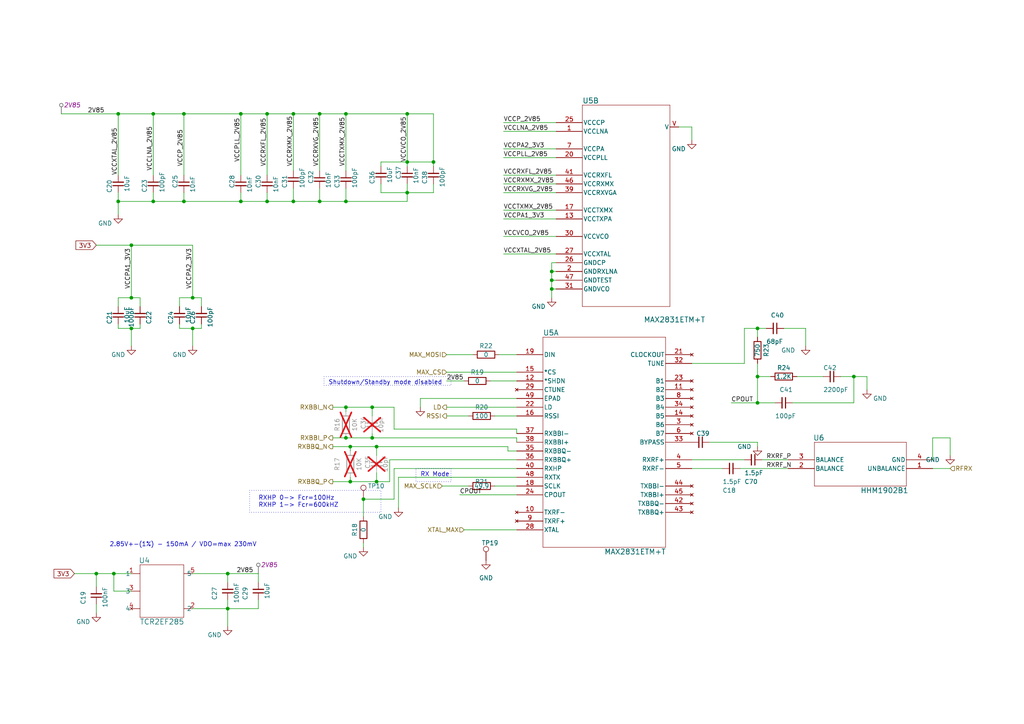
<source format=kicad_sch>
(kicad_sch
	(version 20231120)
	(generator "eeschema")
	(generator_version "8.0")
	(uuid "2b640021-21c2-40d5-b67f-02713766c028")
	(paper "A4")
	(title_block
		(title "RA-Sentinel Radio Frontend 2.4GHz")
		(date "2025-02-02")
		(rev "A")
		(comment 1 "Mina Daneshpajouh & Tobias Weber")
		(comment 2 "GNU GENERAL PUBLIC LICENSE Version 2, June 1991")
	)
	(lib_symbols
		(symbol "Connector:TestPoint"
			(pin_numbers hide)
			(pin_names
				(offset 0.762) hide)
			(exclude_from_sim no)
			(in_bom yes)
			(on_board yes)
			(property "Reference" "TP"
				(at 0 6.858 0)
				(effects
					(font
						(size 1.27 1.27)
					)
				)
			)
			(property "Value" "TestPoint"
				(at 0 5.08 0)
				(effects
					(font
						(size 1.27 1.27)
					)
				)
			)
			(property "Footprint" ""
				(at 5.08 0 0)
				(effects
					(font
						(size 1.27 1.27)
					)
					(hide yes)
				)
			)
			(property "Datasheet" "~"
				(at 5.08 0 0)
				(effects
					(font
						(size 1.27 1.27)
					)
					(hide yes)
				)
			)
			(property "Description" "test point"
				(at 0 0 0)
				(effects
					(font
						(size 1.27 1.27)
					)
					(hide yes)
				)
			)
			(property "ki_keywords" "test point tp"
				(at 0 0 0)
				(effects
					(font
						(size 1.27 1.27)
					)
					(hide yes)
				)
			)
			(property "ki_fp_filters" "Pin* Test*"
				(at 0 0 0)
				(effects
					(font
						(size 1.27 1.27)
					)
					(hide yes)
				)
			)
			(symbol "TestPoint_0_1"
				(circle
					(center 0 3.302)
					(radius 0.762)
					(stroke
						(width 0)
						(type default)
					)
					(fill
						(type none)
					)
				)
			)
			(symbol "TestPoint_1_1"
				(pin passive line
					(at 0 0 90)
					(length 2.54)
					(name "1"
						(effects
							(font
								(size 1.27 1.27)
							)
						)
					)
					(number "1"
						(effects
							(font
								(size 1.27 1.27)
							)
						)
					)
				)
			)
		)
		(symbol "Device:C_Small"
			(pin_numbers hide)
			(pin_names
				(offset 0.254) hide)
			(exclude_from_sim no)
			(in_bom yes)
			(on_board yes)
			(property "Reference" "C"
				(at 0.254 1.778 0)
				(effects
					(font
						(size 1.27 1.27)
					)
					(justify left)
				)
			)
			(property "Value" "C_Small"
				(at 0.254 -2.032 0)
				(effects
					(font
						(size 1.27 1.27)
					)
					(justify left)
				)
			)
			(property "Footprint" ""
				(at 0 0 0)
				(effects
					(font
						(size 1.27 1.27)
					)
					(hide yes)
				)
			)
			(property "Datasheet" "~"
				(at 0 0 0)
				(effects
					(font
						(size 1.27 1.27)
					)
					(hide yes)
				)
			)
			(property "Description" "Unpolarized capacitor, small symbol"
				(at 0 0 0)
				(effects
					(font
						(size 1.27 1.27)
					)
					(hide yes)
				)
			)
			(property "ki_keywords" "capacitor cap"
				(at 0 0 0)
				(effects
					(font
						(size 1.27 1.27)
					)
					(hide yes)
				)
			)
			(property "ki_fp_filters" "C_*"
				(at 0 0 0)
				(effects
					(font
						(size 1.27 1.27)
					)
					(hide yes)
				)
			)
			(symbol "C_Small_0_1"
				(polyline
					(pts
						(xy -1.524 -0.508) (xy 1.524 -0.508)
					)
					(stroke
						(width 0.3302)
						(type default)
					)
					(fill
						(type none)
					)
				)
				(polyline
					(pts
						(xy -1.524 0.508) (xy 1.524 0.508)
					)
					(stroke
						(width 0.3048)
						(type default)
					)
					(fill
						(type none)
					)
				)
			)
			(symbol "C_Small_1_1"
				(pin passive line
					(at 0 2.54 270)
					(length 2.032)
					(name "~"
						(effects
							(font
								(size 1.27 1.27)
							)
						)
					)
					(number "1"
						(effects
							(font
								(size 1.27 1.27)
							)
						)
					)
				)
				(pin passive line
					(at 0 -2.54 90)
					(length 2.032)
					(name "~"
						(effects
							(font
								(size 1.27 1.27)
							)
						)
					)
					(number "2"
						(effects
							(font
								(size 1.27 1.27)
							)
						)
					)
				)
			)
		)
		(symbol "Device:R"
			(pin_numbers hide)
			(pin_names
				(offset 0)
			)
			(exclude_from_sim no)
			(in_bom yes)
			(on_board yes)
			(property "Reference" "R"
				(at 2.032 0 90)
				(effects
					(font
						(size 1.27 1.27)
					)
				)
			)
			(property "Value" "R"
				(at 0 0 90)
				(effects
					(font
						(size 1.27 1.27)
					)
				)
			)
			(property "Footprint" ""
				(at -1.778 0 90)
				(effects
					(font
						(size 1.27 1.27)
					)
					(hide yes)
				)
			)
			(property "Datasheet" "~"
				(at 0 0 0)
				(effects
					(font
						(size 1.27 1.27)
					)
					(hide yes)
				)
			)
			(property "Description" "Resistor"
				(at 0 0 0)
				(effects
					(font
						(size 1.27 1.27)
					)
					(hide yes)
				)
			)
			(property "ki_keywords" "R res resistor"
				(at 0 0 0)
				(effects
					(font
						(size 1.27 1.27)
					)
					(hide yes)
				)
			)
			(property "ki_fp_filters" "R_*"
				(at 0 0 0)
				(effects
					(font
						(size 1.27 1.27)
					)
					(hide yes)
				)
			)
			(symbol "R_0_1"
				(rectangle
					(start -1.016 -2.54)
					(end 1.016 2.54)
					(stroke
						(width 0.254)
						(type default)
					)
					(fill
						(type none)
					)
				)
			)
			(symbol "R_1_1"
				(pin passive line
					(at 0 3.81 270)
					(length 1.27)
					(name "~"
						(effects
							(font
								(size 1.27 1.27)
							)
						)
					)
					(number "1"
						(effects
							(font
								(size 1.27 1.27)
							)
						)
					)
				)
				(pin passive line
					(at 0 -3.81 90)
					(length 1.27)
					(name "~"
						(effects
							(font
								(size 1.27 1.27)
							)
						)
					)
					(number "2"
						(effects
							(font
								(size 1.27 1.27)
							)
						)
					)
				)
			)
		)
		(symbol "GND_1"
			(power)
			(pin_numbers hide)
			(pin_names
				(offset 0) hide)
			(exclude_from_sim no)
			(in_bom yes)
			(on_board yes)
			(property "Reference" "#PWR"
				(at 0 -6.35 0)
				(effects
					(font
						(size 1.27 1.27)
					)
					(hide yes)
				)
			)
			(property "Value" "GND_1"
				(at 0 -3.81 0)
				(effects
					(font
						(size 1.27 1.27)
					)
				)
			)
			(property "Footprint" ""
				(at 0 0 0)
				(effects
					(font
						(size 1.27 1.27)
					)
					(hide yes)
				)
			)
			(property "Datasheet" ""
				(at 0 0 0)
				(effects
					(font
						(size 1.27 1.27)
					)
					(hide yes)
				)
			)
			(property "Description" "Power symbol creates a global label with name \"GND\" , ground"
				(at 0 0 0)
				(effects
					(font
						(size 1.27 1.27)
					)
					(hide yes)
				)
			)
			(property "ki_keywords" "global power"
				(at 0 0 0)
				(effects
					(font
						(size 1.27 1.27)
					)
					(hide yes)
				)
			)
			(symbol "GND_1_0_1"
				(polyline
					(pts
						(xy 0 0) (xy 0 -1.27) (xy 1.27 -1.27) (xy 0 -2.54) (xy -1.27 -1.27) (xy 0 -1.27)
					)
					(stroke
						(width 0)
						(type default)
					)
					(fill
						(type none)
					)
				)
			)
			(symbol "GND_1_1_1"
				(pin power_in line
					(at 0 0 270)
					(length 0) hide
					(name "GND"
						(effects
							(font
								(size 1.27 1.27)
							)
						)
					)
					(number "1"
						(effects
							(font
								(size 1.27 1.27)
							)
						)
					)
				)
			)
		)
		(symbol "GND_10"
			(power)
			(pin_numbers hide)
			(pin_names
				(offset 0) hide)
			(exclude_from_sim no)
			(in_bom yes)
			(on_board yes)
			(property "Reference" "#PWR"
				(at 0 -6.35 0)
				(effects
					(font
						(size 1.27 1.27)
					)
					(hide yes)
				)
			)
			(property "Value" "GND_10"
				(at 0 -3.81 0)
				(effects
					(font
						(size 1.27 1.27)
					)
				)
			)
			(property "Footprint" ""
				(at 0 0 0)
				(effects
					(font
						(size 1.27 1.27)
					)
					(hide yes)
				)
			)
			(property "Datasheet" ""
				(at 0 0 0)
				(effects
					(font
						(size 1.27 1.27)
					)
					(hide yes)
				)
			)
			(property "Description" "Power symbol creates a global label with name \"GND\" , ground"
				(at 0 0 0)
				(effects
					(font
						(size 1.27 1.27)
					)
					(hide yes)
				)
			)
			(property "ki_keywords" "global power"
				(at 0 0 0)
				(effects
					(font
						(size 1.27 1.27)
					)
					(hide yes)
				)
			)
			(symbol "GND_10_0_1"
				(polyline
					(pts
						(xy 0 0) (xy 0 -1.27) (xy 1.27 -1.27) (xy 0 -2.54) (xy -1.27 -1.27) (xy 0 -1.27)
					)
					(stroke
						(width 0)
						(type default)
					)
					(fill
						(type none)
					)
				)
			)
			(symbol "GND_10_1_1"
				(pin power_in line
					(at 0 0 270)
					(length 0) hide
					(name "GND"
						(effects
							(font
								(size 1.27 1.27)
							)
						)
					)
					(number "1"
						(effects
							(font
								(size 1.27 1.27)
							)
						)
					)
				)
			)
		)
		(symbol "GND_11"
			(power)
			(pin_numbers hide)
			(pin_names
				(offset 0) hide)
			(exclude_from_sim no)
			(in_bom yes)
			(on_board yes)
			(property "Reference" "#PWR"
				(at 0 -6.35 0)
				(effects
					(font
						(size 1.27 1.27)
					)
					(hide yes)
				)
			)
			(property "Value" "GND_11"
				(at 0 -3.81 0)
				(effects
					(font
						(size 1.27 1.27)
					)
				)
			)
			(property "Footprint" ""
				(at 0 0 0)
				(effects
					(font
						(size 1.27 1.27)
					)
					(hide yes)
				)
			)
			(property "Datasheet" ""
				(at 0 0 0)
				(effects
					(font
						(size 1.27 1.27)
					)
					(hide yes)
				)
			)
			(property "Description" "Power symbol creates a global label with name \"GND\" , ground"
				(at 0 0 0)
				(effects
					(font
						(size 1.27 1.27)
					)
					(hide yes)
				)
			)
			(property "ki_keywords" "global power"
				(at 0 0 0)
				(effects
					(font
						(size 1.27 1.27)
					)
					(hide yes)
				)
			)
			(symbol "GND_11_0_1"
				(polyline
					(pts
						(xy 0 0) (xy 0 -1.27) (xy 1.27 -1.27) (xy 0 -2.54) (xy -1.27 -1.27) (xy 0 -1.27)
					)
					(stroke
						(width 0)
						(type default)
					)
					(fill
						(type none)
					)
				)
			)
			(symbol "GND_11_1_1"
				(pin power_in line
					(at 0 0 270)
					(length 0) hide
					(name "GND"
						(effects
							(font
								(size 1.27 1.27)
							)
						)
					)
					(number "1"
						(effects
							(font
								(size 1.27 1.27)
							)
						)
					)
				)
			)
		)
		(symbol "GND_12"
			(power)
			(pin_numbers hide)
			(pin_names
				(offset 0) hide)
			(exclude_from_sim no)
			(in_bom yes)
			(on_board yes)
			(property "Reference" "#PWR"
				(at 0 -6.35 0)
				(effects
					(font
						(size 1.27 1.27)
					)
					(hide yes)
				)
			)
			(property "Value" "GND_12"
				(at 0 -3.81 0)
				(effects
					(font
						(size 1.27 1.27)
					)
				)
			)
			(property "Footprint" ""
				(at 0 0 0)
				(effects
					(font
						(size 1.27 1.27)
					)
					(hide yes)
				)
			)
			(property "Datasheet" ""
				(at 0 0 0)
				(effects
					(font
						(size 1.27 1.27)
					)
					(hide yes)
				)
			)
			(property "Description" "Power symbol creates a global label with name \"GND\" , ground"
				(at 0 0 0)
				(effects
					(font
						(size 1.27 1.27)
					)
					(hide yes)
				)
			)
			(property "ki_keywords" "global power"
				(at 0 0 0)
				(effects
					(font
						(size 1.27 1.27)
					)
					(hide yes)
				)
			)
			(symbol "GND_12_0_1"
				(polyline
					(pts
						(xy 0 0) (xy 0 -1.27) (xy 1.27 -1.27) (xy 0 -2.54) (xy -1.27 -1.27) (xy 0 -1.27)
					)
					(stroke
						(width 0)
						(type default)
					)
					(fill
						(type none)
					)
				)
			)
			(symbol "GND_12_1_1"
				(pin power_in line
					(at 0 0 270)
					(length 0) hide
					(name "GND"
						(effects
							(font
								(size 1.27 1.27)
							)
						)
					)
					(number "1"
						(effects
							(font
								(size 1.27 1.27)
							)
						)
					)
				)
			)
		)
		(symbol "GND_2"
			(power)
			(pin_numbers hide)
			(pin_names
				(offset 0) hide)
			(exclude_from_sim no)
			(in_bom yes)
			(on_board yes)
			(property "Reference" "#PWR"
				(at 0 -6.35 0)
				(effects
					(font
						(size 1.27 1.27)
					)
					(hide yes)
				)
			)
			(property "Value" "GND_2"
				(at 0 -3.81 0)
				(effects
					(font
						(size 1.27 1.27)
					)
				)
			)
			(property "Footprint" ""
				(at 0 0 0)
				(effects
					(font
						(size 1.27 1.27)
					)
					(hide yes)
				)
			)
			(property "Datasheet" ""
				(at 0 0 0)
				(effects
					(font
						(size 1.27 1.27)
					)
					(hide yes)
				)
			)
			(property "Description" "Power symbol creates a global label with name \"GND\" , ground"
				(at 0 0 0)
				(effects
					(font
						(size 1.27 1.27)
					)
					(hide yes)
				)
			)
			(property "ki_keywords" "global power"
				(at 0 0 0)
				(effects
					(font
						(size 1.27 1.27)
					)
					(hide yes)
				)
			)
			(symbol "GND_2_0_1"
				(polyline
					(pts
						(xy 0 0) (xy 0 -1.27) (xy 1.27 -1.27) (xy 0 -2.54) (xy -1.27 -1.27) (xy 0 -1.27)
					)
					(stroke
						(width 0)
						(type default)
					)
					(fill
						(type none)
					)
				)
			)
			(symbol "GND_2_1_1"
				(pin power_in line
					(at 0 0 270)
					(length 0) hide
					(name "GND"
						(effects
							(font
								(size 1.27 1.27)
							)
						)
					)
					(number "1"
						(effects
							(font
								(size 1.27 1.27)
							)
						)
					)
				)
			)
		)
		(symbol "GND_3"
			(power)
			(pin_numbers hide)
			(pin_names
				(offset 0) hide)
			(exclude_from_sim no)
			(in_bom yes)
			(on_board yes)
			(property "Reference" "#PWR"
				(at 0 -6.35 0)
				(effects
					(font
						(size 1.27 1.27)
					)
					(hide yes)
				)
			)
			(property "Value" "GND_3"
				(at 0 -3.81 0)
				(effects
					(font
						(size 1.27 1.27)
					)
				)
			)
			(property "Footprint" ""
				(at 0 0 0)
				(effects
					(font
						(size 1.27 1.27)
					)
					(hide yes)
				)
			)
			(property "Datasheet" ""
				(at 0 0 0)
				(effects
					(font
						(size 1.27 1.27)
					)
					(hide yes)
				)
			)
			(property "Description" "Power symbol creates a global label with name \"GND\" , ground"
				(at 0 0 0)
				(effects
					(font
						(size 1.27 1.27)
					)
					(hide yes)
				)
			)
			(property "ki_keywords" "global power"
				(at 0 0 0)
				(effects
					(font
						(size 1.27 1.27)
					)
					(hide yes)
				)
			)
			(symbol "GND_3_0_1"
				(polyline
					(pts
						(xy 0 0) (xy 0 -1.27) (xy 1.27 -1.27) (xy 0 -2.54) (xy -1.27 -1.27) (xy 0 -1.27)
					)
					(stroke
						(width 0)
						(type default)
					)
					(fill
						(type none)
					)
				)
			)
			(symbol "GND_3_1_1"
				(pin power_in line
					(at 0 0 270)
					(length 0) hide
					(name "GND"
						(effects
							(font
								(size 1.27 1.27)
							)
						)
					)
					(number "1"
						(effects
							(font
								(size 1.27 1.27)
							)
						)
					)
				)
			)
		)
		(symbol "GND_4"
			(power)
			(pin_numbers hide)
			(pin_names
				(offset 0) hide)
			(exclude_from_sim no)
			(in_bom yes)
			(on_board yes)
			(property "Reference" "#PWR"
				(at 0 -6.35 0)
				(effects
					(font
						(size 1.27 1.27)
					)
					(hide yes)
				)
			)
			(property "Value" "GND_4"
				(at 0 -3.81 0)
				(effects
					(font
						(size 1.27 1.27)
					)
				)
			)
			(property "Footprint" ""
				(at 0 0 0)
				(effects
					(font
						(size 1.27 1.27)
					)
					(hide yes)
				)
			)
			(property "Datasheet" ""
				(at 0 0 0)
				(effects
					(font
						(size 1.27 1.27)
					)
					(hide yes)
				)
			)
			(property "Description" "Power symbol creates a global label with name \"GND\" , ground"
				(at 0 0 0)
				(effects
					(font
						(size 1.27 1.27)
					)
					(hide yes)
				)
			)
			(property "ki_keywords" "global power"
				(at 0 0 0)
				(effects
					(font
						(size 1.27 1.27)
					)
					(hide yes)
				)
			)
			(symbol "GND_4_0_1"
				(polyline
					(pts
						(xy 0 0) (xy 0 -1.27) (xy 1.27 -1.27) (xy 0 -2.54) (xy -1.27 -1.27) (xy 0 -1.27)
					)
					(stroke
						(width 0)
						(type default)
					)
					(fill
						(type none)
					)
				)
			)
			(symbol "GND_4_1_1"
				(pin power_in line
					(at 0 0 270)
					(length 0) hide
					(name "GND"
						(effects
							(font
								(size 1.27 1.27)
							)
						)
					)
					(number "1"
						(effects
							(font
								(size 1.27 1.27)
							)
						)
					)
				)
			)
		)
		(symbol "GND_5"
			(power)
			(pin_numbers hide)
			(pin_names
				(offset 0) hide)
			(exclude_from_sim no)
			(in_bom yes)
			(on_board yes)
			(property "Reference" "#PWR"
				(at 0 -6.35 0)
				(effects
					(font
						(size 1.27 1.27)
					)
					(hide yes)
				)
			)
			(property "Value" "GND_5"
				(at 0 -3.81 0)
				(effects
					(font
						(size 1.27 1.27)
					)
				)
			)
			(property "Footprint" ""
				(at 0 0 0)
				(effects
					(font
						(size 1.27 1.27)
					)
					(hide yes)
				)
			)
			(property "Datasheet" ""
				(at 0 0 0)
				(effects
					(font
						(size 1.27 1.27)
					)
					(hide yes)
				)
			)
			(property "Description" "Power symbol creates a global label with name \"GND\" , ground"
				(at 0 0 0)
				(effects
					(font
						(size 1.27 1.27)
					)
					(hide yes)
				)
			)
			(property "ki_keywords" "global power"
				(at 0 0 0)
				(effects
					(font
						(size 1.27 1.27)
					)
					(hide yes)
				)
			)
			(symbol "GND_5_0_1"
				(polyline
					(pts
						(xy 0 0) (xy 0 -1.27) (xy 1.27 -1.27) (xy 0 -2.54) (xy -1.27 -1.27) (xy 0 -1.27)
					)
					(stroke
						(width 0)
						(type default)
					)
					(fill
						(type none)
					)
				)
			)
			(symbol "GND_5_1_1"
				(pin power_in line
					(at 0 0 270)
					(length 0) hide
					(name "GND"
						(effects
							(font
								(size 1.27 1.27)
							)
						)
					)
					(number "1"
						(effects
							(font
								(size 1.27 1.27)
							)
						)
					)
				)
			)
		)
		(symbol "GND_6"
			(power)
			(pin_numbers hide)
			(pin_names
				(offset 0) hide)
			(exclude_from_sim no)
			(in_bom yes)
			(on_board yes)
			(property "Reference" "#PWR"
				(at 0 -6.35 0)
				(effects
					(font
						(size 1.27 1.27)
					)
					(hide yes)
				)
			)
			(property "Value" "GND_6"
				(at 0 -3.81 0)
				(effects
					(font
						(size 1.27 1.27)
					)
				)
			)
			(property "Footprint" ""
				(at 0 0 0)
				(effects
					(font
						(size 1.27 1.27)
					)
					(hide yes)
				)
			)
			(property "Datasheet" ""
				(at 0 0 0)
				(effects
					(font
						(size 1.27 1.27)
					)
					(hide yes)
				)
			)
			(property "Description" "Power symbol creates a global label with name \"GND\" , ground"
				(at 0 0 0)
				(effects
					(font
						(size 1.27 1.27)
					)
					(hide yes)
				)
			)
			(property "ki_keywords" "global power"
				(at 0 0 0)
				(effects
					(font
						(size 1.27 1.27)
					)
					(hide yes)
				)
			)
			(symbol "GND_6_0_1"
				(polyline
					(pts
						(xy 0 0) (xy 0 -1.27) (xy 1.27 -1.27) (xy 0 -2.54) (xy -1.27 -1.27) (xy 0 -1.27)
					)
					(stroke
						(width 0)
						(type default)
					)
					(fill
						(type none)
					)
				)
			)
			(symbol "GND_6_1_1"
				(pin power_in line
					(at 0 0 270)
					(length 0) hide
					(name "GND"
						(effects
							(font
								(size 1.27 1.27)
							)
						)
					)
					(number "1"
						(effects
							(font
								(size 1.27 1.27)
							)
						)
					)
				)
			)
		)
		(symbol "GND_7"
			(power)
			(pin_numbers hide)
			(pin_names
				(offset 0) hide)
			(exclude_from_sim no)
			(in_bom yes)
			(on_board yes)
			(property "Reference" "#PWR"
				(at 0 -6.35 0)
				(effects
					(font
						(size 1.27 1.27)
					)
					(hide yes)
				)
			)
			(property "Value" "GND_7"
				(at 0 -3.81 0)
				(effects
					(font
						(size 1.27 1.27)
					)
				)
			)
			(property "Footprint" ""
				(at 0 0 0)
				(effects
					(font
						(size 1.27 1.27)
					)
					(hide yes)
				)
			)
			(property "Datasheet" ""
				(at 0 0 0)
				(effects
					(font
						(size 1.27 1.27)
					)
					(hide yes)
				)
			)
			(property "Description" "Power symbol creates a global label with name \"GND\" , ground"
				(at 0 0 0)
				(effects
					(font
						(size 1.27 1.27)
					)
					(hide yes)
				)
			)
			(property "ki_keywords" "global power"
				(at 0 0 0)
				(effects
					(font
						(size 1.27 1.27)
					)
					(hide yes)
				)
			)
			(symbol "GND_7_0_1"
				(polyline
					(pts
						(xy 0 0) (xy 0 -1.27) (xy 1.27 -1.27) (xy 0 -2.54) (xy -1.27 -1.27) (xy 0 -1.27)
					)
					(stroke
						(width 0)
						(type default)
					)
					(fill
						(type none)
					)
				)
			)
			(symbol "GND_7_1_1"
				(pin power_in line
					(at 0 0 270)
					(length 0) hide
					(name "GND"
						(effects
							(font
								(size 1.27 1.27)
							)
						)
					)
					(number "1"
						(effects
							(font
								(size 1.27 1.27)
							)
						)
					)
				)
			)
		)
		(symbol "GND_8"
			(power)
			(pin_numbers hide)
			(pin_names
				(offset 0) hide)
			(exclude_from_sim no)
			(in_bom yes)
			(on_board yes)
			(property "Reference" "#PWR"
				(at 0 -6.35 0)
				(effects
					(font
						(size 1.27 1.27)
					)
					(hide yes)
				)
			)
			(property "Value" "GND_8"
				(at 0 -3.81 0)
				(effects
					(font
						(size 1.27 1.27)
					)
				)
			)
			(property "Footprint" ""
				(at 0 0 0)
				(effects
					(font
						(size 1.27 1.27)
					)
					(hide yes)
				)
			)
			(property "Datasheet" ""
				(at 0 0 0)
				(effects
					(font
						(size 1.27 1.27)
					)
					(hide yes)
				)
			)
			(property "Description" "Power symbol creates a global label with name \"GND\" , ground"
				(at 0 0 0)
				(effects
					(font
						(size 1.27 1.27)
					)
					(hide yes)
				)
			)
			(property "ki_keywords" "global power"
				(at 0 0 0)
				(effects
					(font
						(size 1.27 1.27)
					)
					(hide yes)
				)
			)
			(symbol "GND_8_0_1"
				(polyline
					(pts
						(xy 0 0) (xy 0 -1.27) (xy 1.27 -1.27) (xy 0 -2.54) (xy -1.27 -1.27) (xy 0 -1.27)
					)
					(stroke
						(width 0)
						(type default)
					)
					(fill
						(type none)
					)
				)
			)
			(symbol "GND_8_1_1"
				(pin power_in line
					(at 0 0 270)
					(length 0) hide
					(name "GND"
						(effects
							(font
								(size 1.27 1.27)
							)
						)
					)
					(number "1"
						(effects
							(font
								(size 1.27 1.27)
							)
						)
					)
				)
			)
		)
		(symbol "GND_9"
			(power)
			(pin_numbers hide)
			(pin_names
				(offset 0) hide)
			(exclude_from_sim no)
			(in_bom yes)
			(on_board yes)
			(property "Reference" "#PWR"
				(at 0 -6.35 0)
				(effects
					(font
						(size 1.27 1.27)
					)
					(hide yes)
				)
			)
			(property "Value" "GND_9"
				(at 0 -3.81 0)
				(effects
					(font
						(size 1.27 1.27)
					)
				)
			)
			(property "Footprint" ""
				(at 0 0 0)
				(effects
					(font
						(size 1.27 1.27)
					)
					(hide yes)
				)
			)
			(property "Datasheet" ""
				(at 0 0 0)
				(effects
					(font
						(size 1.27 1.27)
					)
					(hide yes)
				)
			)
			(property "Description" "Power symbol creates a global label with name \"GND\" , ground"
				(at 0 0 0)
				(effects
					(font
						(size 1.27 1.27)
					)
					(hide yes)
				)
			)
			(property "ki_keywords" "global power"
				(at 0 0 0)
				(effects
					(font
						(size 1.27 1.27)
					)
					(hide yes)
				)
			)
			(symbol "GND_9_0_1"
				(polyline
					(pts
						(xy 0 0) (xy 0 -1.27) (xy 1.27 -1.27) (xy 0 -2.54) (xy -1.27 -1.27) (xy 0 -1.27)
					)
					(stroke
						(width 0)
						(type default)
					)
					(fill
						(type none)
					)
				)
			)
			(symbol "GND_9_1_1"
				(pin power_in line
					(at 0 0 270)
					(length 0) hide
					(name "GND"
						(effects
							(font
								(size 1.27 1.27)
							)
						)
					)
					(number "1"
						(effects
							(font
								(size 1.27 1.27)
							)
						)
					)
				)
			)
		)
		(symbol "MAX2831ETM+T_1"
			(pin_names
				(offset 0.254)
			)
			(exclude_from_sim no)
			(in_bom yes)
			(on_board yes)
			(property "Reference" "U5"
				(at 7.62 6.35 0)
				(effects
					(font
						(size 1.524 1.524)
					)
					(justify left)
				)
			)
			(property "Value" "MAX2831ETM+T"
				(at 25.4 -57.15 0)
				(effects
					(font
						(size 1.524 1.524)
					)
					(justify left)
				)
			)
			(property "Footprint" "RA-Sentinel Front-End EVM:21-0144_T4877&plus_4_MXM"
				(at 31.75 -60.96 0)
				(effects
					(font
						(size 1.27 1.27)
						(italic yes)
					)
					(hide yes)
				)
			)
			(property "Datasheet" "MAX2831ETM+T"
				(at 35.56 -58.42 0)
				(effects
					(font
						(size 1.27 1.27)
						(italic yes)
					)
					(hide yes)
				)
			)
			(property "Description" ""
				(at 0 0 0)
				(effects
					(font
						(size 1.27 1.27)
					)
					(hide yes)
				)
			)
			(property "ki_locked" ""
				(at 0 0 0)
				(effects
					(font
						(size 1.27 1.27)
					)
				)
			)
			(property "ki_keywords" "MAX2831ETM+T"
				(at 0 0 0)
				(effects
					(font
						(size 1.27 1.27)
					)
					(hide yes)
				)
			)
			(property "ki_fp_filters" "21-0144_T4877+4_MXM 21-0144_T4877+4_MXM-M 21-0144_T4877+4_MXM-L"
				(at 0 0 0)
				(effects
					(font
						(size 1.27 1.27)
					)
					(hide yes)
				)
			)
			(symbol "MAX2831ETM+T_1_1_1"
				(polyline
					(pts
						(xy 7.62 -55.88) (xy 43.18 -55.88)
					)
					(stroke
						(width 0.127)
						(type default)
					)
					(fill
						(type none)
					)
				)
				(polyline
					(pts
						(xy 7.62 5.08) (xy 7.62 -55.88)
					)
					(stroke
						(width 0.127)
						(type default)
					)
					(fill
						(type none)
					)
				)
				(polyline
					(pts
						(xy 43.18 -55.88) (xy 43.18 5.08)
					)
					(stroke
						(width 0.127)
						(type default)
					)
					(fill
						(type none)
					)
				)
				(polyline
					(pts
						(xy 43.18 5.08) (xy 7.62 5.08)
					)
					(stroke
						(width 0.127)
						(type default)
					)
					(fill
						(type none)
					)
				)
				(pin no_connect line
					(at 0 -45.72 0)
					(length 7.62)
					(name "TXRF-"
						(effects
							(font
								(size 1.27 1.27)
							)
						)
					)
					(number "10"
						(effects
							(font
								(size 1.27 1.27)
							)
						)
					)
				)
				(pin no_connect line
					(at 50.8 -10.16 180)
					(length 7.62)
					(name "B2"
						(effects
							(font
								(size 1.27 1.27)
							)
						)
					)
					(number "11"
						(effects
							(font
								(size 1.27 1.27)
							)
						)
					)
				)
				(pin input line
					(at 0 -7.62 0)
					(length 7.62)
					(name "*SHDN"
						(effects
							(font
								(size 1.27 1.27)
							)
						)
					)
					(number "12"
						(effects
							(font
								(size 1.27 1.27)
							)
						)
					)
				)
				(pin no_connect line
					(at 50.8 -17.78 180)
					(length 7.62)
					(name "B5"
						(effects
							(font
								(size 1.27 1.27)
							)
						)
					)
					(number "14"
						(effects
							(font
								(size 1.27 1.27)
							)
						)
					)
				)
				(pin input line
					(at 0 -5.08 0)
					(length 7.62)
					(name "*CS"
						(effects
							(font
								(size 1.27 1.27)
							)
						)
					)
					(number "15"
						(effects
							(font
								(size 1.27 1.27)
							)
						)
					)
				)
				(pin input line
					(at 0 -17.78 0)
					(length 7.62)
					(name "RSSI"
						(effects
							(font
								(size 1.27 1.27)
							)
						)
					)
					(number "16"
						(effects
							(font
								(size 1.27 1.27)
							)
						)
					)
				)
				(pin input line
					(at 0 -38.1 0)
					(length 7.62)
					(name "SCLK"
						(effects
							(font
								(size 1.27 1.27)
							)
						)
					)
					(number "18"
						(effects
							(font
								(size 1.27 1.27)
							)
						)
					)
				)
				(pin input line
					(at 0 0 0)
					(length 7.62)
					(name "DIN"
						(effects
							(font
								(size 1.27 1.27)
							)
						)
					)
					(number "19"
						(effects
							(font
								(size 1.27 1.27)
							)
						)
					)
				)
				(pin no_connect line
					(at 50.8 0 180)
					(length 7.62)
					(name "CLOCKOUT"
						(effects
							(font
								(size 1.27 1.27)
							)
						)
					)
					(number "21"
						(effects
							(font
								(size 1.27 1.27)
							)
						)
					)
				)
				(pin output line
					(at 0 -15.24 0)
					(length 7.62)
					(name "LD"
						(effects
							(font
								(size 1.27 1.27)
							)
						)
					)
					(number "22"
						(effects
							(font
								(size 1.27 1.27)
							)
						)
					)
				)
				(pin no_connect line
					(at 50.8 -7.62 180)
					(length 7.62)
					(name "B1"
						(effects
							(font
								(size 1.27 1.27)
							)
						)
					)
					(number "23"
						(effects
							(font
								(size 1.27 1.27)
							)
						)
					)
				)
				(pin output line
					(at 0 -40.64 0)
					(length 7.62)
					(name "CPOUT"
						(effects
							(font
								(size 1.27 1.27)
							)
						)
					)
					(number "24"
						(effects
							(font
								(size 1.27 1.27)
							)
						)
					)
				)
				(pin input line
					(at 0 -50.8 0)
					(length 7.62)
					(name "XTAL"
						(effects
							(font
								(size 1.27 1.27)
							)
						)
					)
					(number "28"
						(effects
							(font
								(size 1.27 1.27)
							)
						)
					)
				)
				(pin no_connect line
					(at 0 -10.16 0)
					(length 7.62)
					(name "CTUNE"
						(effects
							(font
								(size 1.27 1.27)
							)
						)
					)
					(number "29"
						(effects
							(font
								(size 1.27 1.27)
							)
						)
					)
				)
				(pin no_connect line
					(at 50.8 -20.32 180)
					(length 7.62)
					(name "B6"
						(effects
							(font
								(size 1.27 1.27)
							)
						)
					)
					(number "3"
						(effects
							(font
								(size 1.27 1.27)
							)
						)
					)
				)
				(pin input line
					(at 50.8 -2.54 180)
					(length 7.62)
					(name "TUNE"
						(effects
							(font
								(size 1.27 1.27)
							)
						)
					)
					(number "32"
						(effects
							(font
								(size 1.27 1.27)
							)
						)
					)
				)
				(pin passive line
					(at 50.8 -25.4 180)
					(length 7.62)
					(name "BYPASS"
						(effects
							(font
								(size 1.27 1.27)
							)
						)
					)
					(number "33"
						(effects
							(font
								(size 1.27 1.27)
							)
						)
					)
				)
				(pin no_connect line
					(at 50.8 -15.24 180)
					(length 7.62)
					(name "B4"
						(effects
							(font
								(size 1.27 1.27)
							)
						)
					)
					(number "34"
						(effects
							(font
								(size 1.27 1.27)
							)
						)
					)
				)
				(pin output line
					(at 0 -27.94 0)
					(length 7.62)
					(name "RXBBQ-"
						(effects
							(font
								(size 1.27 1.27)
							)
						)
					)
					(number "35"
						(effects
							(font
								(size 1.27 1.27)
							)
						)
					)
				)
				(pin output line
					(at 0 -30.48 0)
					(length 7.62)
					(name "RXBBQ+"
						(effects
							(font
								(size 1.27 1.27)
							)
						)
					)
					(number "36"
						(effects
							(font
								(size 1.27 1.27)
							)
						)
					)
				)
				(pin output line
					(at 0 -22.86 0)
					(length 7.62)
					(name "RXBBI-"
						(effects
							(font
								(size 1.27 1.27)
							)
						)
					)
					(number "37"
						(effects
							(font
								(size 1.27 1.27)
							)
						)
					)
				)
				(pin output line
					(at 0 -25.4 0)
					(length 7.62)
					(name "RXBBI+"
						(effects
							(font
								(size 1.27 1.27)
							)
						)
					)
					(number "38"
						(effects
							(font
								(size 1.27 1.27)
							)
						)
					)
				)
				(pin input line
					(at 50.8 -30.48 180)
					(length 7.62)
					(name "RXRF+"
						(effects
							(font
								(size 1.27 1.27)
							)
						)
					)
					(number "4"
						(effects
							(font
								(size 1.27 1.27)
							)
						)
					)
				)
				(pin output line
					(at 0 -33.02 0)
					(length 7.62)
					(name "RXHP"
						(effects
							(font
								(size 1.27 1.27)
							)
						)
					)
					(number "40"
						(effects
							(font
								(size 1.27 1.27)
							)
						)
					)
				)
				(pin no_connect line
					(at 50.8 -43.18 180)
					(length 7.62)
					(name "TXBBQ-"
						(effects
							(font
								(size 1.27 1.27)
							)
						)
					)
					(number "42"
						(effects
							(font
								(size 1.27 1.27)
							)
						)
					)
				)
				(pin no_connect line
					(at 50.8 -45.72 180)
					(length 7.62)
					(name "TXBBQ+"
						(effects
							(font
								(size 1.27 1.27)
							)
						)
					)
					(number "43"
						(effects
							(font
								(size 1.27 1.27)
							)
						)
					)
				)
				(pin no_connect line
					(at 50.8 -38.1 180)
					(length 7.62)
					(name "TXBBI-"
						(effects
							(font
								(size 1.27 1.27)
							)
						)
					)
					(number "44"
						(effects
							(font
								(size 1.27 1.27)
							)
						)
					)
				)
				(pin no_connect line
					(at 50.8 -40.64 180)
					(length 7.62)
					(name "TXBBI+"
						(effects
							(font
								(size 1.27 1.27)
							)
						)
					)
					(number "45"
						(effects
							(font
								(size 1.27 1.27)
							)
						)
					)
				)
				(pin input line
					(at 0 -35.56 0)
					(length 7.62)
					(name "RXTX"
						(effects
							(font
								(size 1.27 1.27)
							)
						)
					)
					(number "48"
						(effects
							(font
								(size 1.27 1.27)
							)
						)
					)
				)
				(pin power_in line
					(at 0 -12.7 0)
					(length 7.62)
					(name "EPAD"
						(effects
							(font
								(size 1.27 1.27)
							)
						)
					)
					(number "49"
						(effects
							(font
								(size 1.27 1.27)
							)
						)
					)
				)
				(pin input line
					(at 50.8 -33.02 180)
					(length 7.62)
					(name "RXRF-"
						(effects
							(font
								(size 1.27 1.27)
							)
						)
					)
					(number "5"
						(effects
							(font
								(size 1.27 1.27)
							)
						)
					)
				)
				(pin no_connect line
					(at 50.8 -22.86 180)
					(length 7.62)
					(name "B7"
						(effects
							(font
								(size 1.27 1.27)
							)
						)
					)
					(number "6"
						(effects
							(font
								(size 1.27 1.27)
							)
						)
					)
				)
				(pin no_connect line
					(at 50.8 -12.7 180)
					(length 7.62)
					(name "B3"
						(effects
							(font
								(size 1.27 1.27)
							)
						)
					)
					(number "8"
						(effects
							(font
								(size 1.27 1.27)
							)
						)
					)
				)
				(pin no_connect line
					(at 0 -48.26 0)
					(length 7.62)
					(name "TXRF+"
						(effects
							(font
								(size 1.27 1.27)
							)
						)
					)
					(number "9"
						(effects
							(font
								(size 1.27 1.27)
							)
						)
					)
				)
			)
			(symbol "MAX2831ETM+T_1_2_1"
				(polyline
					(pts
						(xy 7.62 -53.34) (xy 33.02 -53.34)
					)
					(stroke
						(width 0.127)
						(type default)
					)
					(fill
						(type none)
					)
				)
				(polyline
					(pts
						(xy 7.62 5.08) (xy 7.62 -53.34)
					)
					(stroke
						(width 0.127)
						(type default)
					)
					(fill
						(type none)
					)
				)
				(polyline
					(pts
						(xy 33.02 -53.34) (xy 33.02 5.08)
					)
					(stroke
						(width 0.127)
						(type default)
					)
					(fill
						(type none)
					)
				)
				(polyline
					(pts
						(xy 33.02 5.08) (xy 7.62 5.08)
					)
					(stroke
						(width 0.127)
						(type default)
					)
					(fill
						(type none)
					)
				)
				(pin power_in line
					(at 0 -2.54 0)
					(length 7.62)
					(name "VCCLNA"
						(effects
							(font
								(size 1.27 1.27)
							)
						)
					)
					(number "1"
						(effects
							(font
								(size 1.27 1.27)
							)
						)
					)
				)
				(pin power_in line
					(at 0 -27.94 0)
					(length 7.62)
					(name "VCCTXPA"
						(effects
							(font
								(size 1.27 1.27)
							)
						)
					)
					(number "13"
						(effects
							(font
								(size 1.27 1.27)
							)
						)
					)
				)
				(pin power_in line
					(at 0 -25.4 0)
					(length 7.62)
					(name "VCCTXMX"
						(effects
							(font
								(size 1.27 1.27)
							)
						)
					)
					(number "17"
						(effects
							(font
								(size 1.27 1.27)
							)
						)
					)
				)
				(pin power_in line
					(at 0 -43.18 0)
					(length 7.62)
					(name "GNDRXLNA"
						(effects
							(font
								(size 1.27 1.27)
							)
						)
					)
					(number "2"
						(effects
							(font
								(size 1.27 1.27)
							)
						)
					)
				)
				(pin power_in line
					(at 0 -10.16 0)
					(length 7.62)
					(name "VCCPLL"
						(effects
							(font
								(size 1.27 1.27)
							)
						)
					)
					(number "20"
						(effects
							(font
								(size 1.27 1.27)
							)
						)
					)
				)
				(pin power_in line
					(at 0 0 0)
					(length 7.62)
					(name "VCCCP"
						(effects
							(font
								(size 1.27 1.27)
							)
						)
					)
					(number "25"
						(effects
							(font
								(size 1.27 1.27)
							)
						)
					)
				)
				(pin power_in line
					(at 0 -40.64 0)
					(length 7.62)
					(name "GNDCP"
						(effects
							(font
								(size 1.27 1.27)
							)
						)
					)
					(number "26"
						(effects
							(font
								(size 1.27 1.27)
							)
						)
					)
				)
				(pin power_in line
					(at 0 -38.1 0)
					(length 7.62)
					(name "VCCXTAL"
						(effects
							(font
								(size 1.27 1.27)
							)
						)
					)
					(number "27"
						(effects
							(font
								(size 1.27 1.27)
							)
						)
					)
				)
				(pin power_in line
					(at 0 -33.02 0)
					(length 7.62)
					(name "VCCVCO"
						(effects
							(font
								(size 1.27 1.27)
							)
						)
					)
					(number "30"
						(effects
							(font
								(size 1.27 1.27)
							)
						)
					)
				)
				(pin power_in line
					(at 0 -48.26 0)
					(length 7.62)
					(name "GNDVCO"
						(effects
							(font
								(size 1.27 1.27)
							)
						)
					)
					(number "31"
						(effects
							(font
								(size 1.27 1.27)
							)
						)
					)
				)
				(pin power_in line
					(at 0 -20.32 0)
					(length 7.62)
					(name "VCCRXVGA"
						(effects
							(font
								(size 1.27 1.27)
							)
						)
					)
					(number "39"
						(effects
							(font
								(size 1.27 1.27)
							)
						)
					)
				)
				(pin power_in line
					(at 0 -15.24 0)
					(length 7.62)
					(name "VCCRXFL"
						(effects
							(font
								(size 1.27 1.27)
							)
						)
					)
					(number "41"
						(effects
							(font
								(size 1.27 1.27)
							)
						)
					)
				)
				(pin power_in line
					(at 0 -17.78 0)
					(length 7.62)
					(name "VCCRXMX"
						(effects
							(font
								(size 1.27 1.27)
							)
						)
					)
					(number "46"
						(effects
							(font
								(size 1.27 1.27)
							)
						)
					)
				)
				(pin power_in line
					(at 0 -45.72 0)
					(length 7.62)
					(name "GNDTEST"
						(effects
							(font
								(size 1.27 1.27)
							)
						)
					)
					(number "47"
						(effects
							(font
								(size 1.27 1.27)
							)
						)
					)
				)
				(pin power_in line
					(at 0 -7.62 0)
					(length 7.62)
					(name "VCCPA"
						(effects
							(font
								(size 1.27 1.27)
							)
						)
					)
					(number "7"
						(effects
							(font
								(size 1.27 1.27)
							)
						)
					)
				)
				(pin power_in line
					(at 35.56 -1.27 180)
					(length 2.54)
					(name "V"
						(effects
							(font
								(size 1.27 1.27)
							)
						)
					)
					(number "V"
						(effects
							(font
								(size 1.27 1.27)
							)
						)
					)
				)
			)
		)
		(symbol "RA-Sentinel_FE_Library:HHM1902B1"
			(pin_names
				(offset 0.254)
			)
			(exclude_from_sim no)
			(in_bom yes)
			(on_board yes)
			(property "Reference" "U6"
				(at 19.05 6.35 0)
				(effects
					(font
						(size 1.524 1.524)
					)
				)
			)
			(property "Value" "HHM1902B1"
				(at 38.1 -8.89 0)
				(effects
					(font
						(size 1.524 1.524)
					)
				)
			)
			(property "Footprint" "RA-Sentinel Front-End EVM:HHM-4_1P0X0P5"
				(at 25.4 -11.43 0)
				(effects
					(font
						(size 1.27 1.27)
						(italic yes)
					)
					(hide yes)
				)
			)
			(property "Datasheet" "HHM1902B1"
				(at 22.86 -8.89 0)
				(effects
					(font
						(size 1.27 1.27)
						(italic yes)
					)
					(hide yes)
				)
			)
			(property "Description" ""
				(at 0 0 0)
				(effects
					(font
						(size 1.27 1.27)
					)
					(hide yes)
				)
			)
			(property "ki_locked" ""
				(at 0 0 0)
				(effects
					(font
						(size 1.27 1.27)
					)
				)
			)
			(property "ki_keywords" "HHM1902B1"
				(at 0 0 0)
				(effects
					(font
						(size 1.27 1.27)
					)
					(hide yes)
				)
			)
			(property "ki_fp_filters" "HHM-4_1P0X0P5 HHM-4_1P0X0P5-M HHM-4_1P0X0P5-L"
				(at 0 0 0)
				(effects
					(font
						(size 1.27 1.27)
					)
					(hide yes)
				)
			)
			(symbol "HHM1902B1_0_1"
				(polyline
					(pts
						(xy 17.78 -7.62) (xy 44.45 -7.62)
					)
					(stroke
						(width 0.127)
						(type default)
					)
					(fill
						(type none)
					)
				)
				(polyline
					(pts
						(xy 17.78 5.08) (xy 17.78 -7.62)
					)
					(stroke
						(width 0.127)
						(type default)
					)
					(fill
						(type none)
					)
				)
				(polyline
					(pts
						(xy 44.45 -7.62) (xy 44.45 5.08)
					)
					(stroke
						(width 0.127)
						(type default)
					)
					(fill
						(type none)
					)
				)
				(polyline
					(pts
						(xy 44.45 5.08) (xy 17.78 5.08)
					)
					(stroke
						(width 0.127)
						(type default)
					)
					(fill
						(type none)
					)
				)
				(pin power_in line
					(at 52.07 0 180)
					(length 7.62)
					(name "GND"
						(effects
							(font
								(size 1.27 1.27)
							)
						)
					)
					(number "4"
						(effects
							(font
								(size 1.27 1.27)
							)
						)
					)
				)
			)
			(symbol "HHM1902B1_1_1"
				(pin input line
					(at 52.07 -2.54 180)
					(length 7.62)
					(name "UNBALANCE"
						(effects
							(font
								(size 1.27 1.27)
							)
						)
					)
					(number "1"
						(effects
							(font
								(size 1.27 1.27)
							)
						)
					)
				)
				(pin output line
					(at 10.16 -2.54 0)
					(length 7.62)
					(name "BALANCE"
						(effects
							(font
								(size 1.27 1.27)
							)
						)
					)
					(number "2"
						(effects
							(font
								(size 1.27 1.27)
							)
						)
					)
				)
				(pin output line
					(at 10.16 0 0)
					(length 7.62)
					(name "BALANCE"
						(effects
							(font
								(size 1.27 1.27)
							)
						)
					)
					(number "3"
						(effects
							(font
								(size 1.27 1.27)
							)
						)
					)
				)
			)
		)
		(symbol "RA-Sentinel_FE_Library:TCR2EF285"
			(pin_names
				(offset 0.254)
			)
			(exclude_from_sim no)
			(in_bom yes)
			(on_board yes)
			(property "Reference" "U4"
				(at 1.27 1.27 0)
				(effects
					(font
						(size 1.524 1.524)
					)
				)
			)
			(property "Value" "TCR2EF285"
				(at 6.3754 -16.51 0)
				(effects
					(font
						(size 1.524 1.524)
					)
				)
			)
			(property "Footprint" "RA-Sentinel Front-End EVM:SOT-25   SMV_TOS"
				(at 8.89 -19.05 0)
				(effects
					(font
						(size 1.27 1.27)
						(italic yes)
					)
					(hide yes)
				)
			)
			(property "Datasheet" "TCR2EF285"
				(at -6.35 -15.24 0)
				(effects
					(font
						(size 1.27 1.27)
						(italic yes)
					)
					(hide yes)
				)
			)
			(property "Description" ""
				(at 0 0 0)
				(effects
					(font
						(size 1.27 1.27)
					)
					(hide yes)
				)
			)
			(property "ki_locked" ""
				(at 0 0 0)
				(effects
					(font
						(size 1.27 1.27)
					)
				)
			)
			(property "ki_keywords" "TCR2EF285"
				(at 0 0 0)
				(effects
					(font
						(size 1.27 1.27)
					)
					(hide yes)
				)
			)
			(property "ki_fp_filters" "SOT-25 SMV_TOS"
				(at 0 0 0)
				(effects
					(font
						(size 1.27 1.27)
					)
					(hide yes)
				)
			)
			(symbol "TCR2EF285_0_1"
				(polyline
					(pts
						(xy -2.54 -12.7) (xy 0 -12.7)
					)
					(stroke
						(width 0)
						(type default)
					)
					(fill
						(type none)
					)
				)
				(polyline
					(pts
						(xy -2.54 -7.62) (xy 0 -7.62)
					)
					(stroke
						(width 0)
						(type default)
					)
					(fill
						(type none)
					)
				)
				(polyline
					(pts
						(xy -2.54 -2.54) (xy 0 -2.54)
					)
					(stroke
						(width 0)
						(type default)
					)
					(fill
						(type none)
					)
				)
				(polyline
					(pts
						(xy 0 -15.24) (xy 0 0)
					)
					(stroke
						(width 0.127)
						(type default)
					)
					(fill
						(type none)
					)
				)
				(polyline
					(pts
						(xy 0 0) (xy 12.7 0)
					)
					(stroke
						(width 0.127)
						(type default)
					)
					(fill
						(type none)
					)
				)
				(polyline
					(pts
						(xy 12.7 -15.24) (xy 0 -15.24)
					)
					(stroke
						(width 0.127)
						(type default)
					)
					(fill
						(type none)
					)
				)
				(polyline
					(pts
						(xy 12.7 0) (xy 12.7 -15.24)
					)
					(stroke
						(width 0.127)
						(type default)
					)
					(fill
						(type none)
					)
				)
				(polyline
					(pts
						(xy 15.24 -12.7) (xy 12.7 -12.7)
					)
					(stroke
						(width 0)
						(type default)
					)
					(fill
						(type none)
					)
				)
				(polyline
					(pts
						(xy 15.24 -2.54) (xy 12.7 -2.54)
					)
					(stroke
						(width 0)
						(type default)
					)
					(fill
						(type none)
					)
				)
				(pin power_in line
					(at -2.5146 -2.54 180)
					(length 0.0254)
					(name "1"
						(effects
							(font
								(size 1.27 1.27)
							)
						)
					)
					(number "1"
						(effects
							(font
								(size 1.27 1.27)
							)
						)
					)
				)
				(pin no_connect line
					(at -2.5146 -12.7 180)
					(length 0.0254)
					(name "4"
						(effects
							(font
								(size 1.27 1.27)
							)
						)
					)
					(number "4"
						(effects
							(font
								(size 1.27 1.27)
							)
						)
					)
				)
			)
			(symbol "TCR2EF285_1_1"
				(pin power_in line
					(at 15.2654 -12.7 180)
					(length 0.0254)
					(name "2"
						(effects
							(font
								(size 1.27 1.27)
							)
						)
					)
					(number "2"
						(effects
							(font
								(size 1.27 1.27)
							)
						)
					)
				)
				(pin input line
					(at -2.5146 -7.62 180)
					(length 0.0254)
					(name "3"
						(effects
							(font
								(size 1.27 1.27)
							)
						)
					)
					(number "3"
						(effects
							(font
								(size 1.27 1.27)
							)
						)
					)
				)
				(pin power_out line
					(at 15.2654 -2.54 180)
					(length 0.0254)
					(name "5"
						(effects
							(font
								(size 1.27 1.27)
							)
						)
					)
					(number "5"
						(effects
							(font
								(size 1.27 1.27)
							)
						)
					)
				)
			)
		)
		(symbol "RF-Transceiver:MAX2831ETM+T"
			(pin_names
				(offset 0.254)
			)
			(exclude_from_sim no)
			(in_bom yes)
			(on_board yes)
			(property "Reference" "U5"
				(at 7.62 6.35 0)
				(effects
					(font
						(size 1.524 1.524)
					)
					(justify left)
				)
			)
			(property "Value" "MAX2831ETM+T"
				(at 25.4 -57.15 0)
				(effects
					(font
						(size 1.524 1.524)
					)
					(justify left)
				)
			)
			(property "Footprint" "RA-Sentinel Front-End EVM:21-0144_T4877&plus_4_MXM"
				(at 31.75 -60.96 0)
				(effects
					(font
						(size 1.27 1.27)
						(italic yes)
					)
					(hide yes)
				)
			)
			(property "Datasheet" "MAX2831ETM+T"
				(at 35.56 -58.42 0)
				(effects
					(font
						(size 1.27 1.27)
						(italic yes)
					)
					(hide yes)
				)
			)
			(property "Description" ""
				(at 0 0 0)
				(effects
					(font
						(size 1.27 1.27)
					)
					(hide yes)
				)
			)
			(property "ki_locked" ""
				(at 0 0 0)
				(effects
					(font
						(size 1.27 1.27)
					)
				)
			)
			(property "ki_keywords" "MAX2831ETM+T"
				(at 0 0 0)
				(effects
					(font
						(size 1.27 1.27)
					)
					(hide yes)
				)
			)
			(property "ki_fp_filters" "21-0144_T4877+4_MXM 21-0144_T4877+4_MXM-M 21-0144_T4877+4_MXM-L"
				(at 0 0 0)
				(effects
					(font
						(size 1.27 1.27)
					)
					(hide yes)
				)
			)
			(symbol "MAX2831ETM+T_1_1"
				(polyline
					(pts
						(xy 7.62 -55.88) (xy 43.18 -55.88)
					)
					(stroke
						(width 0.127)
						(type default)
					)
					(fill
						(type none)
					)
				)
				(polyline
					(pts
						(xy 7.62 5.08) (xy 7.62 -55.88)
					)
					(stroke
						(width 0.127)
						(type default)
					)
					(fill
						(type none)
					)
				)
				(polyline
					(pts
						(xy 43.18 -55.88) (xy 43.18 5.08)
					)
					(stroke
						(width 0.127)
						(type default)
					)
					(fill
						(type none)
					)
				)
				(polyline
					(pts
						(xy 43.18 5.08) (xy 7.62 5.08)
					)
					(stroke
						(width 0.127)
						(type default)
					)
					(fill
						(type none)
					)
				)
				(pin no_connect line
					(at 0 -45.72 0)
					(length 7.62)
					(name "TXRF-"
						(effects
							(font
								(size 1.27 1.27)
							)
						)
					)
					(number "10"
						(effects
							(font
								(size 1.27 1.27)
							)
						)
					)
				)
				(pin no_connect line
					(at 50.8 -10.16 180)
					(length 7.62)
					(name "B2"
						(effects
							(font
								(size 1.27 1.27)
							)
						)
					)
					(number "11"
						(effects
							(font
								(size 1.27 1.27)
							)
						)
					)
				)
				(pin input line
					(at 0 -7.62 0)
					(length 7.62)
					(name "*SHDN"
						(effects
							(font
								(size 1.27 1.27)
							)
						)
					)
					(number "12"
						(effects
							(font
								(size 1.27 1.27)
							)
						)
					)
				)
				(pin no_connect line
					(at 50.8 -17.78 180)
					(length 7.62)
					(name "B5"
						(effects
							(font
								(size 1.27 1.27)
							)
						)
					)
					(number "14"
						(effects
							(font
								(size 1.27 1.27)
							)
						)
					)
				)
				(pin input line
					(at 0 -5.08 0)
					(length 7.62)
					(name "*CS"
						(effects
							(font
								(size 1.27 1.27)
							)
						)
					)
					(number "15"
						(effects
							(font
								(size 1.27 1.27)
							)
						)
					)
				)
				(pin input line
					(at 0 -17.78 0)
					(length 7.62)
					(name "RSSI"
						(effects
							(font
								(size 1.27 1.27)
							)
						)
					)
					(number "16"
						(effects
							(font
								(size 1.27 1.27)
							)
						)
					)
				)
				(pin input line
					(at 0 -38.1 0)
					(length 7.62)
					(name "SCLK"
						(effects
							(font
								(size 1.27 1.27)
							)
						)
					)
					(number "18"
						(effects
							(font
								(size 1.27 1.27)
							)
						)
					)
				)
				(pin input line
					(at 0 0 0)
					(length 7.62)
					(name "DIN"
						(effects
							(font
								(size 1.27 1.27)
							)
						)
					)
					(number "19"
						(effects
							(font
								(size 1.27 1.27)
							)
						)
					)
				)
				(pin no_connect line
					(at 50.8 0 180)
					(length 7.62)
					(name "CLOCKOUT"
						(effects
							(font
								(size 1.27 1.27)
							)
						)
					)
					(number "21"
						(effects
							(font
								(size 1.27 1.27)
							)
						)
					)
				)
				(pin output line
					(at 0 -15.24 0)
					(length 7.62)
					(name "LD"
						(effects
							(font
								(size 1.27 1.27)
							)
						)
					)
					(number "22"
						(effects
							(font
								(size 1.27 1.27)
							)
						)
					)
				)
				(pin no_connect line
					(at 50.8 -7.62 180)
					(length 7.62)
					(name "B1"
						(effects
							(font
								(size 1.27 1.27)
							)
						)
					)
					(number "23"
						(effects
							(font
								(size 1.27 1.27)
							)
						)
					)
				)
				(pin output line
					(at 0 -40.64 0)
					(length 7.62)
					(name "CPOUT"
						(effects
							(font
								(size 1.27 1.27)
							)
						)
					)
					(number "24"
						(effects
							(font
								(size 1.27 1.27)
							)
						)
					)
				)
				(pin input line
					(at 0 -50.8 0)
					(length 7.62)
					(name "XTAL"
						(effects
							(font
								(size 1.27 1.27)
							)
						)
					)
					(number "28"
						(effects
							(font
								(size 1.27 1.27)
							)
						)
					)
				)
				(pin no_connect line
					(at 0 -10.16 0)
					(length 7.62)
					(name "CTUNE"
						(effects
							(font
								(size 1.27 1.27)
							)
						)
					)
					(number "29"
						(effects
							(font
								(size 1.27 1.27)
							)
						)
					)
				)
				(pin no_connect line
					(at 50.8 -20.32 180)
					(length 7.62)
					(name "B6"
						(effects
							(font
								(size 1.27 1.27)
							)
						)
					)
					(number "3"
						(effects
							(font
								(size 1.27 1.27)
							)
						)
					)
				)
				(pin input line
					(at 50.8 -2.54 180)
					(length 7.62)
					(name "TUNE"
						(effects
							(font
								(size 1.27 1.27)
							)
						)
					)
					(number "32"
						(effects
							(font
								(size 1.27 1.27)
							)
						)
					)
				)
				(pin passive line
					(at 50.8 -25.4 180)
					(length 7.62)
					(name "BYPASS"
						(effects
							(font
								(size 1.27 1.27)
							)
						)
					)
					(number "33"
						(effects
							(font
								(size 1.27 1.27)
							)
						)
					)
				)
				(pin no_connect line
					(at 50.8 -15.24 180)
					(length 7.62)
					(name "B4"
						(effects
							(font
								(size 1.27 1.27)
							)
						)
					)
					(number "34"
						(effects
							(font
								(size 1.27 1.27)
							)
						)
					)
				)
				(pin output line
					(at 0 -27.94 0)
					(length 7.62)
					(name "RXBBQ-"
						(effects
							(font
								(size 1.27 1.27)
							)
						)
					)
					(number "35"
						(effects
							(font
								(size 1.27 1.27)
							)
						)
					)
				)
				(pin output line
					(at 0 -30.48 0)
					(length 7.62)
					(name "RXBBQ+"
						(effects
							(font
								(size 1.27 1.27)
							)
						)
					)
					(number "36"
						(effects
							(font
								(size 1.27 1.27)
							)
						)
					)
				)
				(pin output line
					(at 0 -22.86 0)
					(length 7.62)
					(name "RXBBI-"
						(effects
							(font
								(size 1.27 1.27)
							)
						)
					)
					(number "37"
						(effects
							(font
								(size 1.27 1.27)
							)
						)
					)
				)
				(pin output line
					(at 0 -25.4 0)
					(length 7.62)
					(name "RXBBI+"
						(effects
							(font
								(size 1.27 1.27)
							)
						)
					)
					(number "38"
						(effects
							(font
								(size 1.27 1.27)
							)
						)
					)
				)
				(pin input line
					(at 50.8 -30.48 180)
					(length 7.62)
					(name "RXRF+"
						(effects
							(font
								(size 1.27 1.27)
							)
						)
					)
					(number "4"
						(effects
							(font
								(size 1.27 1.27)
							)
						)
					)
				)
				(pin output line
					(at 0 -33.02 0)
					(length 7.62)
					(name "RXHP"
						(effects
							(font
								(size 1.27 1.27)
							)
						)
					)
					(number "40"
						(effects
							(font
								(size 1.27 1.27)
							)
						)
					)
				)
				(pin no_connect line
					(at 50.8 -43.18 180)
					(length 7.62)
					(name "TXBBQ-"
						(effects
							(font
								(size 1.27 1.27)
							)
						)
					)
					(number "42"
						(effects
							(font
								(size 1.27 1.27)
							)
						)
					)
				)
				(pin no_connect line
					(at 50.8 -45.72 180)
					(length 7.62)
					(name "TXBBQ+"
						(effects
							(font
								(size 1.27 1.27)
							)
						)
					)
					(number "43"
						(effects
							(font
								(size 1.27 1.27)
							)
						)
					)
				)
				(pin no_connect line
					(at 50.8 -38.1 180)
					(length 7.62)
					(name "TXBBI-"
						(effects
							(font
								(size 1.27 1.27)
							)
						)
					)
					(number "44"
						(effects
							(font
								(size 1.27 1.27)
							)
						)
					)
				)
				(pin no_connect line
					(at 50.8 -40.64 180)
					(length 7.62)
					(name "TXBBI+"
						(effects
							(font
								(size 1.27 1.27)
							)
						)
					)
					(number "45"
						(effects
							(font
								(size 1.27 1.27)
							)
						)
					)
				)
				(pin input line
					(at 0 -35.56 0)
					(length 7.62)
					(name "RXTX"
						(effects
							(font
								(size 1.27 1.27)
							)
						)
					)
					(number "48"
						(effects
							(font
								(size 1.27 1.27)
							)
						)
					)
				)
				(pin power_in line
					(at 0 -12.7 0)
					(length 7.62)
					(name "EPAD"
						(effects
							(font
								(size 1.27 1.27)
							)
						)
					)
					(number "49"
						(effects
							(font
								(size 1.27 1.27)
							)
						)
					)
				)
				(pin input line
					(at 50.8 -33.02 180)
					(length 7.62)
					(name "RXRF-"
						(effects
							(font
								(size 1.27 1.27)
							)
						)
					)
					(number "5"
						(effects
							(font
								(size 1.27 1.27)
							)
						)
					)
				)
				(pin no_connect line
					(at 50.8 -22.86 180)
					(length 7.62)
					(name "B7"
						(effects
							(font
								(size 1.27 1.27)
							)
						)
					)
					(number "6"
						(effects
							(font
								(size 1.27 1.27)
							)
						)
					)
				)
				(pin no_connect line
					(at 50.8 -12.7 180)
					(length 7.62)
					(name "B3"
						(effects
							(font
								(size 1.27 1.27)
							)
						)
					)
					(number "8"
						(effects
							(font
								(size 1.27 1.27)
							)
						)
					)
				)
				(pin no_connect line
					(at 0 -48.26 0)
					(length 7.62)
					(name "TXRF+"
						(effects
							(font
								(size 1.27 1.27)
							)
						)
					)
					(number "9"
						(effects
							(font
								(size 1.27 1.27)
							)
						)
					)
				)
			)
			(symbol "MAX2831ETM+T_2_1"
				(polyline
					(pts
						(xy 7.62 -53.34) (xy 33.02 -53.34)
					)
					(stroke
						(width 0.127)
						(type default)
					)
					(fill
						(type none)
					)
				)
				(polyline
					(pts
						(xy 7.62 5.08) (xy 7.62 -53.34)
					)
					(stroke
						(width 0.127)
						(type default)
					)
					(fill
						(type none)
					)
				)
				(polyline
					(pts
						(xy 33.02 -53.34) (xy 33.02 5.08)
					)
					(stroke
						(width 0.127)
						(type default)
					)
					(fill
						(type none)
					)
				)
				(polyline
					(pts
						(xy 33.02 5.08) (xy 7.62 5.08)
					)
					(stroke
						(width 0.127)
						(type default)
					)
					(fill
						(type none)
					)
				)
				(pin power_in line
					(at 0 -2.54 0)
					(length 7.62)
					(name "VCCLNA"
						(effects
							(font
								(size 1.27 1.27)
							)
						)
					)
					(number "1"
						(effects
							(font
								(size 1.27 1.27)
							)
						)
					)
				)
				(pin power_in line
					(at 0 -27.94 0)
					(length 7.62)
					(name "VCCTXPA"
						(effects
							(font
								(size 1.27 1.27)
							)
						)
					)
					(number "13"
						(effects
							(font
								(size 1.27 1.27)
							)
						)
					)
				)
				(pin power_in line
					(at 0 -25.4 0)
					(length 7.62)
					(name "VCCTXMX"
						(effects
							(font
								(size 1.27 1.27)
							)
						)
					)
					(number "17"
						(effects
							(font
								(size 1.27 1.27)
							)
						)
					)
				)
				(pin power_in line
					(at 0 -43.18 0)
					(length 7.62)
					(name "GNDRXLNA"
						(effects
							(font
								(size 1.27 1.27)
							)
						)
					)
					(number "2"
						(effects
							(font
								(size 1.27 1.27)
							)
						)
					)
				)
				(pin power_in line
					(at 0 -10.16 0)
					(length 7.62)
					(name "VCCPLL"
						(effects
							(font
								(size 1.27 1.27)
							)
						)
					)
					(number "20"
						(effects
							(font
								(size 1.27 1.27)
							)
						)
					)
				)
				(pin power_in line
					(at 0 0 0)
					(length 7.62)
					(name "VCCCP"
						(effects
							(font
								(size 1.27 1.27)
							)
						)
					)
					(number "25"
						(effects
							(font
								(size 1.27 1.27)
							)
						)
					)
				)
				(pin power_in line
					(at 0 -40.64 0)
					(length 7.62)
					(name "GNDCP"
						(effects
							(font
								(size 1.27 1.27)
							)
						)
					)
					(number "26"
						(effects
							(font
								(size 1.27 1.27)
							)
						)
					)
				)
				(pin power_in line
					(at 0 -38.1 0)
					(length 7.62)
					(name "VCCXTAL"
						(effects
							(font
								(size 1.27 1.27)
							)
						)
					)
					(number "27"
						(effects
							(font
								(size 1.27 1.27)
							)
						)
					)
				)
				(pin power_in line
					(at 0 -33.02 0)
					(length 7.62)
					(name "VCCVCO"
						(effects
							(font
								(size 1.27 1.27)
							)
						)
					)
					(number "30"
						(effects
							(font
								(size 1.27 1.27)
							)
						)
					)
				)
				(pin power_in line
					(at 0 -48.26 0)
					(length 7.62)
					(name "GNDVCO"
						(effects
							(font
								(size 1.27 1.27)
							)
						)
					)
					(number "31"
						(effects
							(font
								(size 1.27 1.27)
							)
						)
					)
				)
				(pin power_in line
					(at 0 -20.32 0)
					(length 7.62)
					(name "VCCRXVGA"
						(effects
							(font
								(size 1.27 1.27)
							)
						)
					)
					(number "39"
						(effects
							(font
								(size 1.27 1.27)
							)
						)
					)
				)
				(pin power_in line
					(at 0 -15.24 0)
					(length 7.62)
					(name "VCCRXFL"
						(effects
							(font
								(size 1.27 1.27)
							)
						)
					)
					(number "41"
						(effects
							(font
								(size 1.27 1.27)
							)
						)
					)
				)
				(pin power_in line
					(at 0 -17.78 0)
					(length 7.62)
					(name "VCCRXMX"
						(effects
							(font
								(size 1.27 1.27)
							)
						)
					)
					(number "46"
						(effects
							(font
								(size 1.27 1.27)
							)
						)
					)
				)
				(pin power_in line
					(at 0 -45.72 0)
					(length 7.62)
					(name "GNDTEST"
						(effects
							(font
								(size 1.27 1.27)
							)
						)
					)
					(number "47"
						(effects
							(font
								(size 1.27 1.27)
							)
						)
					)
				)
				(pin power_in line
					(at 0 -7.62 0)
					(length 7.62)
					(name "VCCPA"
						(effects
							(font
								(size 1.27 1.27)
							)
						)
					)
					(number "7"
						(effects
							(font
								(size 1.27 1.27)
							)
						)
					)
				)
				(pin power_in line
					(at 35.56 -1.27 180)
					(length 2.54)
					(name "V"
						(effects
							(font
								(size 1.27 1.27)
							)
						)
					)
					(number "V"
						(effects
							(font
								(size 1.27 1.27)
							)
						)
					)
				)
			)
		)
		(symbol "power:GND"
			(power)
			(pin_names
				(offset 0)
			)
			(exclude_from_sim no)
			(in_bom yes)
			(on_board yes)
			(property "Reference" "#PWR"
				(at 0 -6.35 0)
				(effects
					(font
						(size 1.27 1.27)
					)
					(hide yes)
				)
			)
			(property "Value" "GND"
				(at 0 -3.81 0)
				(effects
					(font
						(size 1.27 1.27)
					)
				)
			)
			(property "Footprint" ""
				(at 0 0 0)
				(effects
					(font
						(size 1.27 1.27)
					)
					(hide yes)
				)
			)
			(property "Datasheet" ""
				(at 0 0 0)
				(effects
					(font
						(size 1.27 1.27)
					)
					(hide yes)
				)
			)
			(property "Description" "Power symbol creates a global label with name \"GND\" , ground"
				(at 0 0 0)
				(effects
					(font
						(size 1.27 1.27)
					)
					(hide yes)
				)
			)
			(property "ki_keywords" "global power"
				(at 0 0 0)
				(effects
					(font
						(size 1.27 1.27)
					)
					(hide yes)
				)
			)
			(symbol "GND_0_1"
				(polyline
					(pts
						(xy 0 0) (xy 0 -1.27) (xy 1.27 -1.27) (xy 0 -2.54) (xy -1.27 -1.27) (xy 0 -1.27)
					)
					(stroke
						(width 0)
						(type default)
					)
					(fill
						(type none)
					)
				)
			)
			(symbol "GND_1_1"
				(pin power_in line
					(at 0 0 270)
					(length 0) hide
					(name "GND"
						(effects
							(font
								(size 1.27 1.27)
							)
						)
					)
					(number "1"
						(effects
							(font
								(size 1.27 1.27)
							)
						)
					)
				)
			)
		)
	)
	(junction
		(at 219.71 95.25)
		(diameter 0)
		(color 0 0 0 0)
		(uuid "0974e541-74ee-46d4-ad9c-9c32df5d8b8f")
	)
	(junction
		(at 44.45 58.42)
		(diameter 0)
		(color 0 0 0 0)
		(uuid "0c117b72-c732-418a-9af6-29dde87be0ca")
	)
	(junction
		(at 34.29 33.02)
		(diameter 0)
		(color 0 0 0 0)
		(uuid "10eafd90-46a2-42f5-bec7-4c372c5c0e3f")
	)
	(junction
		(at 105.41 144.78)
		(diameter 0)
		(color 0 0 0 0)
		(uuid "1999339c-5165-48cc-994b-321eef85dab6")
	)
	(junction
		(at 34.29 58.42)
		(diameter 0)
		(color 0 0 0 0)
		(uuid "1d6bd23a-047d-4516-ae67-4ba3fcc6b75b")
	)
	(junction
		(at 101.6 139.7)
		(diameter 0)
		(color 0 0 0 0)
		(uuid "21ce3441-0ac9-46bd-923a-4ac1b6492f11")
	)
	(junction
		(at 55.88 95.25)
		(diameter 0)
		(color 0 0 0 0)
		(uuid "2354b55b-1466-440e-8c27-0f706d29af8d")
	)
	(junction
		(at 109.22 139.7)
		(diameter 0)
		(color 0 0 0 0)
		(uuid "2ec20ef5-3e98-4749-99c8-f8399f58a882")
	)
	(junction
		(at 33.02 166.37)
		(diameter 0)
		(color 0 0 0 0)
		(uuid "377f2e5e-80b1-478d-a5c0-57caf1845a83")
	)
	(junction
		(at 85.09 58.42)
		(diameter 0)
		(color 0 0 0 0)
		(uuid "3fa952c8-9730-44b2-a55d-aa78b9699060")
	)
	(junction
		(at 100.33 58.42)
		(diameter 0)
		(color 0 0 0 0)
		(uuid "5254eeac-a7a4-41bb-a392-ed0d33d03a74")
	)
	(junction
		(at 53.34 58.42)
		(diameter 0)
		(color 0 0 0 0)
		(uuid "5e293918-7c7d-49f6-ae0e-9e61cf5d7bea")
	)
	(junction
		(at 92.71 33.02)
		(diameter 0)
		(color 0 0 0 0)
		(uuid "6420bb02-7276-442c-b4c9-d3e0ed4a96cd")
	)
	(junction
		(at 125.73 46.99)
		(diameter 0)
		(color 0 0 0 0)
		(uuid "65e0ec07-1201-4e51-8477-846faf26433d")
	)
	(junction
		(at 107.95 118.11)
		(diameter 0)
		(color 0 0 0 0)
		(uuid "6c4c8f71-32ab-4ffb-96fe-2106bf03b15c")
	)
	(junction
		(at 66.04 176.53)
		(diameter 0)
		(color 0 0 0 0)
		(uuid "7604afee-7dfc-495c-bd1d-9d084121f165")
	)
	(junction
		(at 55.88 86.36)
		(diameter 0)
		(color 0 0 0 0)
		(uuid "7f06df8f-152d-4ffc-ac66-012bda80c0b5")
	)
	(junction
		(at 100.33 33.02)
		(diameter 0)
		(color 0 0 0 0)
		(uuid "8197454b-1c32-4a08-8a9d-f0b8f32ffb14")
	)
	(junction
		(at 118.11 55.88)
		(diameter 0)
		(color 0 0 0 0)
		(uuid "81fd3cad-29c5-4dbe-9205-8c358cc8fd89")
	)
	(junction
		(at 85.09 33.02)
		(diameter 0)
		(color 0 0 0 0)
		(uuid "88aa84c3-b59e-4871-b2af-589fef06be81")
	)
	(junction
		(at 100.33 118.11)
		(diameter 0)
		(color 0 0 0 0)
		(uuid "92da31e6-787c-4155-a85c-bc6ff90d0bb0")
	)
	(junction
		(at 118.11 33.02)
		(diameter 0)
		(color 0 0 0 0)
		(uuid "97956cbd-fc69-4061-8858-1dad6754ecae")
	)
	(junction
		(at 53.34 33.02)
		(diameter 0)
		(color 0 0 0 0)
		(uuid "9a161153-8dac-49ff-a9ce-0ff51ec9666d")
	)
	(junction
		(at 92.71 58.42)
		(diameter 0)
		(color 0 0 0 0)
		(uuid "a0d28599-1a53-4623-8f6d-a3dccb28a754")
	)
	(junction
		(at 66.04 166.37)
		(diameter 0)
		(color 0 0 0 0)
		(uuid "a39f4588-0321-4aa9-8586-2230fa187c08")
	)
	(junction
		(at 118.11 46.99)
		(diameter 0)
		(color 0 0 0 0)
		(uuid "b0da8c1d-f244-47f6-846d-8c61472aa864")
	)
	(junction
		(at 107.95 127)
		(diameter 0)
		(color 0 0 0 0)
		(uuid "b650dc5f-a8ff-448e-be5e-08be25b6acdb")
	)
	(junction
		(at 77.47 58.42)
		(diameter 0)
		(color 0 0 0 0)
		(uuid "b9d722a1-802e-4e96-9734-725aac24da0e")
	)
	(junction
		(at 160.02 83.82)
		(diameter 0)
		(color 0 0 0 0)
		(uuid "bec78a32-1894-47f9-a068-db6194f5d0f2")
	)
	(junction
		(at 101.6 129.54)
		(diameter 0)
		(color 0 0 0 0)
		(uuid "c2939228-db04-4729-9902-3880bd37b3f6")
	)
	(junction
		(at 109.22 129.54)
		(diameter 0)
		(color 0 0 0 0)
		(uuid "c6bd42d0-de7f-43e3-943b-a70f56b404b2")
	)
	(junction
		(at 247.65 109.22)
		(diameter 0)
		(color 0 0 0 0)
		(uuid "cc33602d-06d1-4f20-93cf-91bce71d0612")
	)
	(junction
		(at 100.33 127)
		(diameter 0)
		(color 0 0 0 0)
		(uuid "cf283015-69d7-4bfa-a3de-d2890aee5ac8")
	)
	(junction
		(at 38.1 71.12)
		(diameter 0)
		(color 0 0 0 0)
		(uuid "d333930a-f39f-4624-adf5-a480b2420b27")
	)
	(junction
		(at 219.71 109.22)
		(diameter 0)
		(color 0 0 0 0)
		(uuid "da439524-acb2-422e-a3aa-13617ee2b60f")
	)
	(junction
		(at 69.85 58.42)
		(diameter 0)
		(color 0 0 0 0)
		(uuid "e3c44ac6-9791-441f-91ab-5c20dc1f73cd")
	)
	(junction
		(at 38.1 86.36)
		(diameter 0)
		(color 0 0 0 0)
		(uuid "e6498e15-29af-4a4e-b29c-aff7c01bb7c0")
	)
	(junction
		(at 38.1 95.25)
		(diameter 0)
		(color 0 0 0 0)
		(uuid "e9bb6681-2568-4a0a-b1a8-c9105b7d40ca")
	)
	(junction
		(at 77.47 33.02)
		(diameter 0)
		(color 0 0 0 0)
		(uuid "ef2f2e15-72fd-4f58-b028-9ab8d2917d01")
	)
	(junction
		(at 69.85 33.02)
		(diameter 0)
		(color 0 0 0 0)
		(uuid "f07919be-f237-4927-a073-19e99718f962")
	)
	(junction
		(at 27.94 166.37)
		(diameter 0)
		(color 0 0 0 0)
		(uuid "f52fa4d7-b27f-4bc9-b49b-b5d08b9a4fc8")
	)
	(junction
		(at 219.71 116.84)
		(diameter 0)
		(color 0 0 0 0)
		(uuid "f8d3339e-75fd-44e8-bf53-02144cfe92c2")
	)
	(junction
		(at 44.45 33.02)
		(diameter 0)
		(color 0 0 0 0)
		(uuid "fa720b26-8b4c-4abc-8b26-1256712938c8")
	)
	(junction
		(at 160.02 81.28)
		(diameter 0)
		(color 0 0 0 0)
		(uuid "fc6aa863-b5d3-4664-ad85-6d93431886bc")
	)
	(junction
		(at 160.02 78.74)
		(diameter 0)
		(color 0 0 0 0)
		(uuid "fd518191-c54e-4cae-a03f-e230bb97faaf")
	)
	(wire
		(pts
			(xy 53.34 33.02) (xy 69.85 33.02)
		)
		(stroke
			(width 0)
			(type default)
		)
		(uuid "0140f340-4ce0-4e4c-a5d5-bf86b1e3164a")
	)
	(wire
		(pts
			(xy 134.62 153.67) (xy 149.86 153.67)
		)
		(stroke
			(width 0)
			(type default)
		)
		(uuid "035b0077-a12f-495e-b5cf-bab25138bc0b")
	)
	(wire
		(pts
			(xy 219.71 95.25) (xy 222.25 95.25)
		)
		(stroke
			(width 0)
			(type default)
		)
		(uuid "0513b06d-41f8-4748-b6f1-36a0f3679468")
	)
	(wire
		(pts
			(xy 143.51 140.97) (xy 149.86 140.97)
		)
		(stroke
			(width 0)
			(type default)
		)
		(uuid "06ea71e6-a3c4-4849-b9ed-6a45d5bbf4b2")
	)
	(wire
		(pts
			(xy 200.66 36.83) (xy 200.66 40.64)
		)
		(stroke
			(width 0)
			(type default)
		)
		(uuid "086927e3-07a7-42dc-b430-80392dbacf82")
	)
	(wire
		(pts
			(xy 96.52 118.11) (xy 100.33 118.11)
		)
		(stroke
			(width 0)
			(type default)
		)
		(uuid "089d798d-0132-44d7-af42-abf65fce038f")
	)
	(wire
		(pts
			(xy 38.1 71.12) (xy 38.1 86.36)
		)
		(stroke
			(width 0)
			(type default)
		)
		(uuid "08eb4b37-e18e-4891-93b2-0ea1b7c18954")
	)
	(wire
		(pts
			(xy 270.51 133.35) (xy 270.51 127)
		)
		(stroke
			(width 0)
			(type default)
		)
		(uuid "09b7006a-c187-4c00-b689-3f2033e2aeee")
	)
	(wire
		(pts
			(xy 92.71 58.42) (xy 92.71 54.61)
		)
		(stroke
			(width 0)
			(type default)
		)
		(uuid "0af08acb-b43c-4932-ba56-945a23a7ed05")
	)
	(wire
		(pts
			(xy 96.52 127) (xy 100.33 127)
		)
		(stroke
			(width 0)
			(type default)
		)
		(uuid "0c8278ec-f221-4e62-b506-11c305dff5c7")
	)
	(wire
		(pts
			(xy 109.22 129.54) (xy 109.22 132.08)
		)
		(stroke
			(width 0)
			(type default)
		)
		(uuid "0d83c28b-2abf-46a1-8093-ecc34fbed97b")
	)
	(wire
		(pts
			(xy 101.6 139.7) (xy 109.22 139.7)
		)
		(stroke
			(width 0)
			(type default)
		)
		(uuid "1015576d-554e-4951-aa15-c73609be5cd4")
	)
	(wire
		(pts
			(xy 160.02 76.2) (xy 161.29 76.2)
		)
		(stroke
			(width 0)
			(type default)
		)
		(uuid "13086113-2208-4cc5-a970-0cc76c88aa06")
	)
	(wire
		(pts
			(xy 107.95 125.73) (xy 107.95 127)
		)
		(stroke
			(width 0)
			(type default)
		)
		(uuid "13e5e83a-0b19-43e8-a438-f375cfe8194d")
	)
	(wire
		(pts
			(xy 100.33 33.02) (xy 100.33 49.53)
		)
		(stroke
			(width 0)
			(type default)
		)
		(uuid "149b0abd-aa6d-4e50-bf77-3fadda0d0032")
	)
	(wire
		(pts
			(xy 34.29 58.42) (xy 34.29 55.88)
		)
		(stroke
			(width 0)
			(type default)
		)
		(uuid "15c83143-2c69-40f9-9fd3-6beec92a981c")
	)
	(wire
		(pts
			(xy 118.11 33.02) (xy 118.11 46.99)
		)
		(stroke
			(width 0)
			(type default)
		)
		(uuid "15e53d44-5dd3-45c6-a8a8-ce82e10b06c6")
	)
	(wire
		(pts
			(xy 38.1 171.45) (xy 33.02 171.45)
		)
		(stroke
			(width 0)
			(type default)
		)
		(uuid "17dd1525-f496-4e72-9e42-f436cc199bd6")
	)
	(wire
		(pts
			(xy 251.46 109.22) (xy 251.46 113.03)
		)
		(stroke
			(width 0)
			(type default)
		)
		(uuid "18e1bb10-cebd-4f6f-a1a4-0ac9f6ccb5d6")
	)
	(wire
		(pts
			(xy 44.45 55.88) (xy 44.45 58.42)
		)
		(stroke
			(width 0)
			(type default)
		)
		(uuid "19a70de3-b1a8-482c-88e2-069506d4faa2")
	)
	(wire
		(pts
			(xy 58.42 86.36) (xy 58.42 88.9)
		)
		(stroke
			(width 0)
			(type default)
		)
		(uuid "19e1dfac-a274-432c-9a4d-c6d3659836d4")
	)
	(wire
		(pts
			(xy 118.11 46.99) (xy 125.73 46.99)
		)
		(stroke
			(width 0)
			(type default)
		)
		(uuid "1c08631c-5ceb-4ef6-8f4d-e4e28c04dece")
	)
	(wire
		(pts
			(xy 27.94 166.37) (xy 33.02 166.37)
		)
		(stroke
			(width 0)
			(type default)
		)
		(uuid "1ce202c9-c0be-453d-a4d3-b6ae0bd424a1")
	)
	(wire
		(pts
			(xy 224.79 116.84) (xy 219.71 116.84)
		)
		(stroke
			(width 0)
			(type default)
		)
		(uuid "1fa13525-826b-4671-9ec3-15978933943b")
	)
	(wire
		(pts
			(xy 220.98 133.35) (xy 228.6 133.35)
		)
		(stroke
			(width 0)
			(type default)
		)
		(uuid "1fc28d96-739c-4145-8125-3cbc14de4ae7")
	)
	(wire
		(pts
			(xy 147.32 129.54) (xy 147.32 130.81)
		)
		(stroke
			(width 0)
			(type default)
		)
		(uuid "21166538-8ae5-419d-b8ab-650e5579804c")
	)
	(wire
		(pts
			(xy 55.88 166.37) (xy 66.04 166.37)
		)
		(stroke
			(width 0)
			(type default)
		)
		(uuid "2296afa8-5ed9-4092-9c98-d631436c3197")
	)
	(wire
		(pts
			(xy 121.92 115.57) (xy 121.92 118.11)
		)
		(stroke
			(width 0)
			(type default)
		)
		(uuid "235c2c36-4ed1-47df-8e60-f196c0c73723")
	)
	(wire
		(pts
			(xy 247.65 109.22) (xy 251.46 109.22)
		)
		(stroke
			(width 0)
			(type default)
		)
		(uuid "24a62ba5-1811-4e98-acc9-dc15ec4c8bd7")
	)
	(wire
		(pts
			(xy 275.59 135.89) (xy 270.51 135.89)
		)
		(stroke
			(width 0)
			(type default)
		)
		(uuid "25a69df8-13e5-425f-8337-e9a00dcef003")
	)
	(wire
		(pts
			(xy 53.34 33.02) (xy 53.34 50.8)
		)
		(stroke
			(width 0)
			(type default)
		)
		(uuid "2749e736-2d24-44c0-aff0-ecfc67d400e6")
	)
	(wire
		(pts
			(xy 129.54 118.11) (xy 149.86 118.11)
		)
		(stroke
			(width 0)
			(type default)
		)
		(uuid "29b6a25a-8cb3-42c8-a405-72e14b8bce21")
	)
	(wire
		(pts
			(xy 129.54 102.87) (xy 137.16 102.87)
		)
		(stroke
			(width 0)
			(type default)
		)
		(uuid "2a978a94-a669-495c-9e6a-60854cdb5bd7")
	)
	(wire
		(pts
			(xy 160.02 81.28) (xy 161.29 81.28)
		)
		(stroke
			(width 0)
			(type default)
		)
		(uuid "2aa3529b-8aa6-4cf5-8978-e21a4729fa14")
	)
	(wire
		(pts
			(xy 96.52 129.54) (xy 101.6 129.54)
		)
		(stroke
			(width 0)
			(type default)
		)
		(uuid "2d8adddb-0140-4086-925d-2162289f4d90")
	)
	(wire
		(pts
			(xy 55.88 176.53) (xy 66.04 176.53)
		)
		(stroke
			(width 0)
			(type default)
		)
		(uuid "2ec068ae-0504-4033-9bf3-c8a0d72b0f16")
	)
	(wire
		(pts
			(xy 69.85 33.02) (xy 69.85 50.8)
		)
		(stroke
			(width 0)
			(type default)
		)
		(uuid "2f1c33b4-e93d-4054-b87c-0938ebab790c")
	)
	(wire
		(pts
			(xy 44.45 58.42) (xy 53.34 58.42)
		)
		(stroke
			(width 0)
			(type default)
		)
		(uuid "2fbb88e8-0fd2-4568-93c9-61bbb9ee05ff")
	)
	(wire
		(pts
			(xy 44.45 33.02) (xy 44.45 50.8)
		)
		(stroke
			(width 0)
			(type default)
		)
		(uuid "32db5c2c-1484-43b0-9923-daaebe8bc8cb")
	)
	(wire
		(pts
			(xy 96.52 139.7) (xy 101.6 139.7)
		)
		(stroke
			(width 0)
			(type default)
		)
		(uuid "32f4a5ca-575c-424f-ad41-525bfea62730")
	)
	(wire
		(pts
			(xy 69.85 33.02) (xy 77.47 33.02)
		)
		(stroke
			(width 0)
			(type default)
		)
		(uuid "344cc0f1-8c46-456b-90f7-9561436f3301")
	)
	(wire
		(pts
			(xy 85.09 33.02) (xy 92.71 33.02)
		)
		(stroke
			(width 0)
			(type default)
		)
		(uuid "35c58d2b-c1d7-4802-87d3-8c137ea78967")
	)
	(wire
		(pts
			(xy 34.29 62.23) (xy 34.29 58.42)
		)
		(stroke
			(width 0)
			(type default)
		)
		(uuid "3992fa16-062d-4be5-9212-742d7a3d88b0")
	)
	(wire
		(pts
			(xy 38.1 86.36) (xy 34.29 86.36)
		)
		(stroke
			(width 0)
			(type default)
		)
		(uuid "3acc0a05-07d5-4c36-8fee-b07f97aba4b1")
	)
	(wire
		(pts
			(xy 55.88 100.33) (xy 55.88 95.25)
		)
		(stroke
			(width 0)
			(type default)
		)
		(uuid "3bc8ab23-b0ce-476c-acc5-df386b455aae")
	)
	(wire
		(pts
			(xy 219.71 95.25) (xy 219.71 97.79)
		)
		(stroke
			(width 0)
			(type default)
		)
		(uuid "3d8f7447-85e4-45f9-8daf-f3d9ab89754f")
	)
	(wire
		(pts
			(xy 160.02 81.28) (xy 160.02 83.82)
		)
		(stroke
			(width 0)
			(type default)
		)
		(uuid "40b73b4f-5986-4d30-a585-60c11c5ce65c")
	)
	(wire
		(pts
			(xy 114.3 118.11) (xy 114.3 124.46)
		)
		(stroke
			(width 0)
			(type default)
		)
		(uuid "44d581a3-52f5-4cdb-b721-5c8ab4b588ca")
	)
	(wire
		(pts
			(xy 33.02 166.37) (xy 38.1 166.37)
		)
		(stroke
			(width 0)
			(type default)
		)
		(uuid "44fd1aa3-9ca2-4809-88a4-0de65b579444")
	)
	(wire
		(pts
			(xy 85.09 33.02) (xy 77.47 33.02)
		)
		(stroke
			(width 0)
			(type default)
		)
		(uuid "479aff48-bf5c-4d53-a8f0-c3bf81756cab")
	)
	(wire
		(pts
			(xy 55.88 86.36) (xy 58.42 86.36)
		)
		(stroke
			(width 0)
			(type default)
		)
		(uuid "47db7b2f-756b-4c7c-9038-6ae1cb56f307")
	)
	(wire
		(pts
			(xy 105.41 144.78) (xy 114.3 144.78)
		)
		(stroke
			(width 0)
			(type default)
		)
		(uuid "47eb876b-b8d1-44c2-8190-0a6d2c977009")
	)
	(wire
		(pts
			(xy 69.85 58.42) (xy 77.47 58.42)
		)
		(stroke
			(width 0)
			(type default)
		)
		(uuid "4837f1d0-0577-43d7-a974-b34f88ba7661")
	)
	(wire
		(pts
			(xy 142.24 110.49) (xy 149.86 110.49)
		)
		(stroke
			(width 0)
			(type default)
		)
		(uuid "4872b7b8-dc75-4929-8bcb-66e89039aaaa")
	)
	(wire
		(pts
			(xy 110.49 46.99) (xy 110.49 48.26)
		)
		(stroke
			(width 0)
			(type default)
		)
		(uuid "49c5816c-e433-4944-9c93-d01ebc19a27d")
	)
	(wire
		(pts
			(xy 107.95 127) (xy 149.86 127)
		)
		(stroke
			(width 0)
			(type default)
		)
		(uuid "4c415d8b-458d-4401-bb4b-68faa70450f9")
	)
	(wire
		(pts
			(xy 17.78 33.02) (xy 34.29 33.02)
		)
		(stroke
			(width 0)
			(type default)
		)
		(uuid "4fc5aa9c-b383-48ea-9f2d-34f1c37aaf96")
	)
	(wire
		(pts
			(xy 160.02 76.2) (xy 160.02 78.74)
		)
		(stroke
			(width 0)
			(type default)
		)
		(uuid "4ffbf4e4-1982-499a-bca7-994856fe71a8")
	)
	(wire
		(pts
			(xy 146.05 73.66) (xy 161.29 73.66)
		)
		(stroke
			(width 0)
			(type default)
		)
		(uuid "5124e9ad-b387-4366-8aca-82c15ae30833")
	)
	(wire
		(pts
			(xy 146.05 38.1) (xy 161.29 38.1)
		)
		(stroke
			(width 0)
			(type default)
		)
		(uuid "51b4ac03-13da-44eb-a52d-9fc2a4977eab")
	)
	(wire
		(pts
			(xy 38.1 86.36) (xy 40.64 86.36)
		)
		(stroke
			(width 0)
			(type default)
		)
		(uuid "51f12b1e-7b93-4f20-8d41-a0f0f8d22951")
	)
	(wire
		(pts
			(xy 129.54 120.65) (xy 135.89 120.65)
		)
		(stroke
			(width 0)
			(type default)
		)
		(uuid "5262efb0-1805-4583-8221-e3a88adc77a8")
	)
	(wire
		(pts
			(xy 219.71 116.84) (xy 219.71 109.22)
		)
		(stroke
			(width 0)
			(type default)
		)
		(uuid "5301e917-f6dc-4d3a-8164-07db96737e50")
	)
	(wire
		(pts
			(xy 214.63 135.89) (xy 228.6 135.89)
		)
		(stroke
			(width 0)
			(type default)
		)
		(uuid "534d811f-9a1b-44e9-9fb5-d16b80322c7b")
	)
	(wire
		(pts
			(xy 52.07 86.36) (xy 52.07 88.9)
		)
		(stroke
			(width 0)
			(type default)
		)
		(uuid "5453e713-9ee3-4256-9a7a-615581c82ce2")
	)
	(wire
		(pts
			(xy 52.07 95.25) (xy 52.07 93.98)
		)
		(stroke
			(width 0)
			(type default)
		)
		(uuid "54dca47d-e8c5-4a39-ba12-7ef305bbc6cf")
	)
	(wire
		(pts
			(xy 113.03 133.35) (xy 149.86 133.35)
		)
		(stroke
			(width 0)
			(type default)
		)
		(uuid "56167541-c6bb-4abb-83ec-f77f16696f7c")
	)
	(wire
		(pts
			(xy 100.33 33.02) (xy 118.11 33.02)
		)
		(stroke
			(width 0)
			(type default)
		)
		(uuid "567e3d65-4a89-4175-885d-0410cb2e2834")
	)
	(wire
		(pts
			(xy 38.1 95.25) (xy 40.64 95.25)
		)
		(stroke
			(width 0)
			(type default)
		)
		(uuid "5a7bcd48-5938-4c06-8799-594eff9a3fdf")
	)
	(wire
		(pts
			(xy 52.07 95.25) (xy 55.88 95.25)
		)
		(stroke
			(width 0)
			(type default)
		)
		(uuid "5c3903f1-1293-469c-9767-c6beb1eaf841")
	)
	(wire
		(pts
			(xy 110.49 46.99) (xy 118.11 46.99)
		)
		(stroke
			(width 0)
			(type default)
		)
		(uuid "60b3e14a-63a5-4399-a53a-74324d86802d")
	)
	(wire
		(pts
			(xy 66.04 166.37) (xy 66.04 168.91)
		)
		(stroke
			(width 0)
			(type default)
		)
		(uuid "60bc4ad0-5417-4b3d-95b0-edd95c57f42d")
	)
	(wire
		(pts
			(xy 105.41 144.78) (xy 105.41 149.86)
		)
		(stroke
			(width 0)
			(type default)
		)
		(uuid "6329f320-51b4-4e4e-9cb9-8ae40d75d3cd")
	)
	(wire
		(pts
			(xy 27.94 170.18) (xy 27.94 166.37)
		)
		(stroke
			(width 0)
			(type default)
		)
		(uuid "637c4b15-2b13-4a61-bfa8-e9903278d957")
	)
	(wire
		(pts
			(xy 144.78 102.87) (xy 149.86 102.87)
		)
		(stroke
			(width 0)
			(type default)
		)
		(uuid "6705e49f-0eaa-4836-9b12-7d2c75606452")
	)
	(wire
		(pts
			(xy 100.33 58.42) (xy 100.33 54.61)
		)
		(stroke
			(width 0)
			(type default)
		)
		(uuid "67d78fb2-35e4-4036-b8c5-ff44b77ec27e")
	)
	(wire
		(pts
			(xy 53.34 55.88) (xy 53.34 58.42)
		)
		(stroke
			(width 0)
			(type default)
		)
		(uuid "694a494e-4fd3-46c2-b2a6-5f0e6aafa8d2")
	)
	(wire
		(pts
			(xy 205.74 128.27) (xy 219.71 128.27)
		)
		(stroke
			(width 0)
			(type default)
		)
		(uuid "69cdd6e7-e244-4ec9-8a6d-18a5aef5f8d9")
	)
	(wire
		(pts
			(xy 40.64 86.36) (xy 40.64 88.9)
		)
		(stroke
			(width 0)
			(type default)
		)
		(uuid "6d2a272e-87af-433b-97e1-14dbe49ad338")
	)
	(wire
		(pts
			(xy 66.04 173.99) (xy 66.04 176.53)
		)
		(stroke
			(width 0)
			(type default)
		)
		(uuid "6d7e6119-2a41-4c69-8753-b71cf1cd44f7")
	)
	(wire
		(pts
			(xy 114.3 124.46) (xy 149.86 124.46)
		)
		(stroke
			(width 0)
			(type default)
		)
		(uuid "6e562a50-1b8d-4e0e-ab1d-e50a3d609672")
	)
	(wire
		(pts
			(xy 129.54 110.49) (xy 134.62 110.49)
		)
		(stroke
			(width 0)
			(type default)
		)
		(uuid "6ff90248-9f24-439d-9655-0a9893fec79f")
	)
	(wire
		(pts
			(xy 92.71 33.02) (xy 92.71 49.53)
		)
		(stroke
			(width 0)
			(type default)
		)
		(uuid "7171f7c7-9a45-4025-a116-3cbe117a8834")
	)
	(wire
		(pts
			(xy 55.88 71.12) (xy 55.88 86.36)
		)
		(stroke
			(width 0)
			(type default)
		)
		(uuid "73003b68-ee48-4998-a4f0-9c7f0e22e294")
	)
	(wire
		(pts
			(xy 27.94 177.8) (xy 27.94 175.26)
		)
		(stroke
			(width 0)
			(type default)
		)
		(uuid "732d518c-2cef-4705-b683-ac9f24564124")
	)
	(wire
		(pts
			(xy 92.71 58.42) (xy 100.33 58.42)
		)
		(stroke
			(width 0)
			(type default)
		)
		(uuid "73de2576-ec95-4a02-a92f-b1e761947af4")
	)
	(wire
		(pts
			(xy 118.11 58.42) (xy 100.33 58.42)
		)
		(stroke
			(width 0)
			(type default)
		)
		(uuid "754c39bc-4504-4566-9ba2-508cf208bb5b")
	)
	(wire
		(pts
			(xy 34.29 95.25) (xy 38.1 95.25)
		)
		(stroke
			(width 0)
			(type default)
		)
		(uuid "77818138-6411-4c40-a06b-bc65ff8cb38e")
	)
	(wire
		(pts
			(xy 100.33 118.11) (xy 100.33 119.38)
		)
		(stroke
			(width 0)
			(type default)
		)
		(uuid "78025659-0d96-4df3-96db-0a4d9b7e705e")
	)
	(wire
		(pts
			(xy 34.29 86.36) (xy 34.29 88.9)
		)
		(stroke
			(width 0)
			(type default)
		)
		(uuid "7852bef6-e831-4aab-8f17-9eead17f92ba")
	)
	(wire
		(pts
			(xy 233.68 95.25) (xy 233.68 100.33)
		)
		(stroke
			(width 0)
			(type default)
		)
		(uuid "7887ae63-8a3d-4ef0-90cd-4f571390c63c")
	)
	(wire
		(pts
			(xy 27.94 71.12) (xy 38.1 71.12)
		)
		(stroke
			(width 0)
			(type default)
		)
		(uuid "7ad9145f-ca96-4091-827e-17d6f0fc921b")
	)
	(wire
		(pts
			(xy 215.9 105.41) (xy 215.9 95.25)
		)
		(stroke
			(width 0)
			(type default)
		)
		(uuid "80279829-6e1b-4ce2-bdd1-99eeb6213f23")
	)
	(wire
		(pts
			(xy 128.27 140.97) (xy 135.89 140.97)
		)
		(stroke
			(width 0)
			(type default)
		)
		(uuid "859c1740-dffc-4bd9-a321-9aa36987ea75")
	)
	(wire
		(pts
			(xy 85.09 54.61) (xy 85.09 58.42)
		)
		(stroke
			(width 0)
			(type default)
		)
		(uuid "862b7467-d930-4c97-9a84-7f787540bf5c")
	)
	(wire
		(pts
			(xy 109.22 129.54) (xy 147.32 129.54)
		)
		(stroke
			(width 0)
			(type default)
		)
		(uuid "88111def-db40-4822-8879-ee3d655a8b34")
	)
	(wire
		(pts
			(xy 147.32 130.81) (xy 149.86 130.81)
		)
		(stroke
			(width 0)
			(type default)
		)
		(uuid "8b0bf6e2-8bf5-4140-9e6e-64802f35f1f6")
	)
	(wire
		(pts
			(xy 146.05 50.8) (xy 161.29 50.8)
		)
		(stroke
			(width 0)
			(type default)
		)
		(uuid "8bd2ba75-302c-4777-a04b-69fed62bb8b5")
	)
	(wire
		(pts
			(xy 107.95 118.11) (xy 114.3 118.11)
		)
		(stroke
			(width 0)
			(type default)
		)
		(uuid "8c268324-c26e-465b-8545-822aedbdce19")
	)
	(wire
		(pts
			(xy 243.84 109.22) (xy 247.65 109.22)
		)
		(stroke
			(width 0)
			(type default)
		)
		(uuid "8d9a231a-f170-4d3d-b95a-a3ca5d82e81d")
	)
	(wire
		(pts
			(xy 34.29 95.25) (xy 34.29 93.98)
		)
		(stroke
			(width 0)
			(type default)
		)
		(uuid "8e0a556e-ced3-4560-b1f7-84db930448c9")
	)
	(wire
		(pts
			(xy 160.02 83.82) (xy 160.02 86.36)
		)
		(stroke
			(width 0)
			(type default)
		)
		(uuid "909a21a0-25b5-494e-82cb-0bb7aa219c69")
	)
	(wire
		(pts
			(xy 125.73 33.02) (xy 125.73 46.99)
		)
		(stroke
			(width 0)
			(type default)
		)
		(uuid "92657e9e-f89e-41c8-a558-89ec15aac8c9")
	)
	(wire
		(pts
			(xy 219.71 128.27) (xy 219.71 129.54)
		)
		(stroke
			(width 0)
			(type default)
		)
		(uuid "9344a4f4-e6dc-4457-ad79-735f16e432c4")
	)
	(wire
		(pts
			(xy 74.93 173.99) (xy 74.93 176.53)
		)
		(stroke
			(width 0)
			(type default)
		)
		(uuid "93f31e52-5d4b-4963-b9ae-972c433c1c00")
	)
	(wire
		(pts
			(xy 74.93 168.91) (xy 74.93 166.37)
		)
		(stroke
			(width 0)
			(type default)
		)
		(uuid "94d88331-e259-418d-9c9d-e54565e5913d")
	)
	(wire
		(pts
			(xy 66.04 166.37) (xy 74.93 166.37)
		)
		(stroke
			(width 0)
			(type default)
		)
		(uuid "95a37dc8-a07d-49ce-bc35-d3149092429f")
	)
	(wire
		(pts
			(xy 66.04 181.61) (xy 66.04 176.53)
		)
		(stroke
			(width 0)
			(type default)
		)
		(uuid "96c9ccc2-4cec-4816-acee-b3c25f39b9d4")
	)
	(wire
		(pts
			(xy 118.11 46.99) (xy 118.11 48.26)
		)
		(stroke
			(width 0)
			(type default)
		)
		(uuid "9b5d8725-da5f-4003-9a20-7d7d40294a2d")
	)
	(wire
		(pts
			(xy 229.87 116.84) (xy 247.65 116.84)
		)
		(stroke
			(width 0)
			(type default)
		)
		(uuid "9bf635b3-0f08-4eb1-a373-e7592cc03a51")
	)
	(wire
		(pts
			(xy 215.9 95.25) (xy 219.71 95.25)
		)
		(stroke
			(width 0)
			(type default)
		)
		(uuid "9cec5f24-51a8-42d9-a4a5-23b32261a235")
	)
	(wire
		(pts
			(xy 129.54 107.95) (xy 149.86 107.95)
		)
		(stroke
			(width 0)
			(type default)
		)
		(uuid "9f7ded49-3214-4d11-829f-e6f18af271bb")
	)
	(wire
		(pts
			(xy 114.3 135.89) (xy 114.3 144.78)
		)
		(stroke
			(width 0)
			(type default)
		)
		(uuid "9fae5950-d6c5-44e8-af54-6732ea41480a")
	)
	(wire
		(pts
			(xy 58.42 95.25) (xy 58.42 93.98)
		)
		(stroke
			(width 0)
			(type default)
		)
		(uuid "a22629d1-2be3-42ba-bb94-bad775a1366a")
	)
	(wire
		(pts
			(xy 118.11 55.88) (xy 118.11 58.42)
		)
		(stroke
			(width 0)
			(type default)
		)
		(uuid "a2a5ecde-b105-49ac-bafb-b395a6a75bc8")
	)
	(wire
		(pts
			(xy 44.45 33.02) (xy 53.34 33.02)
		)
		(stroke
			(width 0)
			(type default)
		)
		(uuid "a327e14d-54a7-4be8-839d-6706c24f9030")
	)
	(wire
		(pts
			(xy 74.93 176.53) (xy 66.04 176.53)
		)
		(stroke
			(width 0)
			(type default)
		)
		(uuid "a530c2fa-fe22-449f-ab05-6aec86e3ada5")
	)
	(wire
		(pts
			(xy 143.51 120.65) (xy 149.86 120.65)
		)
		(stroke
			(width 0)
			(type default)
		)
		(uuid "a79f3f5b-2819-454f-b143-f88940d7dc5e")
	)
	(wire
		(pts
			(xy 77.47 33.02) (xy 77.47 50.8)
		)
		(stroke
			(width 0)
			(type default)
		)
		(uuid "a7fbb711-656f-4533-b97b-73e6864a300b")
	)
	(wire
		(pts
			(xy 149.86 115.57) (xy 121.92 115.57)
		)
		(stroke
			(width 0)
			(type default)
		)
		(uuid "a80e6f2d-0331-4178-966a-eeb02307a638")
	)
	(wire
		(pts
			(xy 85.09 58.42) (xy 92.71 58.42)
		)
		(stroke
			(width 0)
			(type default)
		)
		(uuid "aa44d72c-fca6-4fc9-a087-3de8a542112d")
	)
	(wire
		(pts
			(xy 53.34 58.42) (xy 69.85 58.42)
		)
		(stroke
			(width 0)
			(type default)
		)
		(uuid "aaa86a34-253a-4696-8737-b840c6e1be8b")
	)
	(wire
		(pts
			(xy 160.02 78.74) (xy 161.29 78.74)
		)
		(stroke
			(width 0)
			(type default)
		)
		(uuid "ab9acac1-9dc6-459b-a05b-e7dff2820ae0")
	)
	(wire
		(pts
			(xy 275.59 127) (xy 275.59 132.08)
		)
		(stroke
			(width 0)
			(type default)
		)
		(uuid "ac6862bc-afa3-4c1c-8704-c91aaf9c27d3")
	)
	(wire
		(pts
			(xy 200.66 105.41) (xy 215.9 105.41)
		)
		(stroke
			(width 0)
			(type default)
		)
		(uuid "ad6b22b7-4b48-4088-a051-1cb90712e8ea")
	)
	(wire
		(pts
			(xy 196.85 36.83) (xy 200.66 36.83)
		)
		(stroke
			(width 0)
			(type default)
		)
		(uuid "afff9473-f86e-4fc1-b283-07c2ca178c4a")
	)
	(wire
		(pts
			(xy 109.22 139.7) (xy 113.03 139.7)
		)
		(stroke
			(width 0)
			(type default)
		)
		(uuid "b12bf2f8-884c-465c-b37c-acb6a9c4685a")
	)
	(wire
		(pts
			(xy 92.71 33.02) (xy 100.33 33.02)
		)
		(stroke
			(width 0)
			(type default)
		)
		(uuid "b2fe7bab-866c-46a1-9dc9-bb30abc6245c")
	)
	(wire
		(pts
			(xy 149.86 135.89) (xy 114.3 135.89)
		)
		(stroke
			(width 0)
			(type default)
		)
		(uuid "b4adf407-64eb-46d6-8fd2-b3c0e7fea7af")
	)
	(wire
		(pts
			(xy 133.35 143.51) (xy 149.86 143.51)
		)
		(stroke
			(width 0)
			(type default)
		)
		(uuid "b5b33f27-fc3e-44f7-83c1-910c0664c98b")
	)
	(wire
		(pts
			(xy 85.09 58.42) (xy 77.47 58.42)
		)
		(stroke
			(width 0)
			(type default)
		)
		(uuid "b7d7e3fa-753d-4d53-9187-dda9aedc604c")
	)
	(wire
		(pts
			(xy 125.73 46.99) (xy 125.73 48.26)
		)
		(stroke
			(width 0)
			(type default)
		)
		(uuid "bb11ee62-99ef-437d-b3f0-911a79ce5d87")
	)
	(wire
		(pts
			(xy 149.86 127) (xy 149.86 128.27)
		)
		(stroke
			(width 0)
			(type default)
		)
		(uuid "bbdd6644-3a8d-475d-8640-ff18cfa0277e")
	)
	(wire
		(pts
			(xy 105.41 157.48) (xy 105.41 158.75)
		)
		(stroke
			(width 0)
			(type default)
		)
		(uuid "bceb6518-0239-4be1-92c0-92ae0d603937")
	)
	(wire
		(pts
			(xy 247.65 109.22) (xy 247.65 116.84)
		)
		(stroke
			(width 0)
			(type default)
		)
		(uuid "bd24ae48-bdad-41d3-96ac-4147c92787f9")
	)
	(wire
		(pts
			(xy 77.47 55.88) (xy 77.47 58.42)
		)
		(stroke
			(width 0)
			(type default)
		)
		(uuid "bd500192-3827-45c8-9584-52fd948c03df")
	)
	(wire
		(pts
			(xy 101.6 138.43) (xy 101.6 139.7)
		)
		(stroke
			(width 0)
			(type default)
		)
		(uuid "bd579554-3bee-4f0a-a47a-2f7932d939fc")
	)
	(wire
		(pts
			(xy 270.51 127) (xy 275.59 127)
		)
		(stroke
			(width 0)
			(type default)
		)
		(uuid "be391ce8-f4a3-432a-977f-ccb7319eb78b")
	)
	(wire
		(pts
			(xy 38.1 100.33) (xy 38.1 95.25)
		)
		(stroke
			(width 0)
			(type default)
		)
		(uuid "c07e645a-9604-4abf-9231-d2aa16327eb9")
	)
	(wire
		(pts
			(xy 200.66 133.35) (xy 215.9 133.35)
		)
		(stroke
			(width 0)
			(type default)
		)
		(uuid "c084d103-d5ff-47e7-b0c0-c94e382e0160")
	)
	(wire
		(pts
			(xy 146.05 55.88) (xy 161.29 55.88)
		)
		(stroke
			(width 0)
			(type default)
		)
		(uuid "c0a66da1-2ced-436b-8aa8-1558bac24f5a")
	)
	(wire
		(pts
			(xy 100.33 127) (xy 107.95 127)
		)
		(stroke
			(width 0)
			(type default)
		)
		(uuid "c387ee9e-c5e0-4203-8cae-4b0a6f34605f")
	)
	(wire
		(pts
			(xy 118.11 55.88) (xy 125.73 55.88)
		)
		(stroke
			(width 0)
			(type default)
		)
		(uuid "c3ac9fe5-1092-4fd9-8d71-ba35a6033659")
	)
	(wire
		(pts
			(xy 115.57 138.43) (xy 115.57 147.32)
		)
		(stroke
			(width 0)
			(type default)
		)
		(uuid "c3c7d080-9738-4f7c-92eb-f8a2b16c20d5")
	)
	(wire
		(pts
			(xy 212.09 116.84) (xy 219.71 116.84)
		)
		(stroke
			(width 0)
			(type default)
		)
		(uuid "c407aca3-0e16-4057-9297-46ce45df9819")
	)
	(wire
		(pts
			(xy 118.11 33.02) (xy 125.73 33.02)
		)
		(stroke
			(width 0)
			(type default)
		)
		(uuid "c45d1195-28a6-4a3b-abb5-5efbc81e79ca")
	)
	(wire
		(pts
			(xy 125.73 53.34) (xy 125.73 55.88)
		)
		(stroke
			(width 0)
			(type default)
		)
		(uuid "c89be170-ed58-430a-b725-fcb5b3e4e180")
	)
	(wire
		(pts
			(xy 110.49 53.34) (xy 110.49 55.88)
		)
		(stroke
			(width 0)
			(type default)
		)
		(uuid "cb39107a-845b-4634-ba93-046a4c7a2988")
	)
	(wire
		(pts
			(xy 33.02 171.45) (xy 33.02 166.37)
		)
		(stroke
			(width 0)
			(type default)
		)
		(uuid "d101fab3-8ef7-4ace-bb7a-f55f590a9d66")
	)
	(wire
		(pts
			(xy 110.49 55.88) (xy 118.11 55.88)
		)
		(stroke
			(width 0)
			(type default)
		)
		(uuid "d268616f-8147-4c1d-b49e-5262f938cad6")
	)
	(wire
		(pts
			(xy 146.05 43.18) (xy 161.29 43.18)
		)
		(stroke
			(width 0)
			(type default)
		)
		(uuid "d33f9238-00a2-4d4b-b7c4-d1a9fda3beda")
	)
	(wire
		(pts
			(xy 231.14 109.22) (xy 238.76 109.22)
		)
		(stroke
			(width 0)
			(type default)
		)
		(uuid "d499454f-6cad-4313-a2d0-7fd220f8ede5")
	)
	(wire
		(pts
			(xy 100.33 118.11) (xy 107.95 118.11)
		)
		(stroke
			(width 0)
			(type default)
		)
		(uuid "d50558ff-6a40-48a6-afc1-e846d8f382b6")
	)
	(wire
		(pts
			(xy 146.05 63.5) (xy 161.29 63.5)
		)
		(stroke
			(width 0)
			(type default)
		)
		(uuid "d71f0f45-dca8-4339-8553-4a76c349c7ce")
	)
	(wire
		(pts
			(xy 146.05 60.96) (xy 161.29 60.96)
		)
		(stroke
			(width 0)
			(type default)
		)
		(uuid "d72a7963-9bc0-4807-8049-5c1fea15bcd4")
	)
	(wire
		(pts
			(xy 40.64 95.25) (xy 40.64 93.98)
		)
		(stroke
			(width 0)
			(type default)
		)
		(uuid "d9676283-7f2b-40cc-a563-e2f001d6e266")
	)
	(wire
		(pts
			(xy 109.22 137.16) (xy 109.22 139.7)
		)
		(stroke
			(width 0)
			(type default)
		)
		(uuid "dbd26b22-5c08-4ccd-834f-0b8841db540c")
	)
	(wire
		(pts
			(xy 160.02 83.82) (xy 161.29 83.82)
		)
		(stroke
			(width 0)
			(type default)
		)
		(uuid "dcd33ee7-d59e-45e8-9697-178fbbeaed80")
	)
	(wire
		(pts
			(xy 55.88 86.36) (xy 52.07 86.36)
		)
		(stroke
			(width 0)
			(type default)
		)
		(uuid "dd0fd16d-ae60-47cd-a1c9-33f958a83854")
	)
	(wire
		(pts
			(xy 160.02 78.74) (xy 160.02 81.28)
		)
		(stroke
			(width 0)
			(type default)
		)
		(uuid "dd102d3b-eff3-43bb-b895-c122762a8e22")
	)
	(wire
		(pts
			(xy 55.88 95.25) (xy 58.42 95.25)
		)
		(stroke
			(width 0)
			(type default)
		)
		(uuid "dda63355-acd1-41e6-94e6-4a7ae544b137")
	)
	(wire
		(pts
			(xy 44.45 58.42) (xy 34.29 58.42)
		)
		(stroke
			(width 0)
			(type default)
		)
		(uuid "df069343-4459-47c4-b5e4-6c5963588b70")
	)
	(wire
		(pts
			(xy 146.05 35.56) (xy 161.29 35.56)
		)
		(stroke
			(width 0)
			(type default)
		)
		(uuid "e160e759-a9a3-4573-83f0-20ba58f00855")
	)
	(wire
		(pts
			(xy 219.71 105.41) (xy 219.71 109.22)
		)
		(stroke
			(width 0)
			(type default)
		)
		(uuid "e5cfe929-dfc8-4866-8c07-a5156da16706")
	)
	(wire
		(pts
			(xy 34.29 33.02) (xy 44.45 33.02)
		)
		(stroke
			(width 0)
			(type default)
		)
		(uuid "e8095cc7-d070-4269-b8bf-a6906124c9f2")
	)
	(wire
		(pts
			(xy 101.6 129.54) (xy 109.22 129.54)
		)
		(stroke
			(width 0)
			(type default)
		)
		(uuid "e84158f1-945c-4cdd-ba28-1a281fac2fb2")
	)
	(wire
		(pts
			(xy 118.11 53.34) (xy 118.11 55.88)
		)
		(stroke
			(width 0)
			(type default)
		)
		(uuid "e9422a59-bdd7-4b8b-90c6-411aa611a886")
	)
	(wire
		(pts
			(xy 219.71 109.22) (xy 223.52 109.22)
		)
		(stroke
			(width 0)
			(type default)
		)
		(uuid "ea59bab0-29b3-41ac-a74a-299cfdb8e460")
	)
	(wire
		(pts
			(xy 227.33 95.25) (xy 233.68 95.25)
		)
		(stroke
			(width 0)
			(type default)
		)
		(uuid "eab7340b-f984-4009-a5d0-5806586c37f9")
	)
	(wire
		(pts
			(xy 149.86 124.46) (xy 149.86 125.73)
		)
		(stroke
			(width 0)
			(type default)
		)
		(uuid "eb0cc238-8f46-4cd3-ad82-93fd0e6e5d42")
	)
	(wire
		(pts
			(xy 85.09 33.02) (xy 85.09 49.53)
		)
		(stroke
			(width 0)
			(type default)
		)
		(uuid "eba0ae2c-2646-48d0-bfeb-dfb1d354b394")
	)
	(wire
		(pts
			(xy 34.29 33.02) (xy 34.29 50.8)
		)
		(stroke
			(width 0)
			(type default)
		)
		(uuid "ec354b80-4199-41f0-8dc6-b74554d0691d")
	)
	(wire
		(pts
			(xy 200.66 135.89) (xy 209.55 135.89)
		)
		(stroke
			(width 0)
			(type default)
		)
		(uuid "f06d3c8f-683b-4eb4-842a-f23b3da93dad")
	)
	(wire
		(pts
			(xy 113.03 133.35) (xy 113.03 139.7)
		)
		(stroke
			(width 0)
			(type default)
		)
		(uuid "f09264bf-5630-45eb-800b-908a010b42db")
	)
	(wire
		(pts
			(xy 146.05 53.34) (xy 161.29 53.34)
		)
		(stroke
			(width 0)
			(type default)
		)
		(uuid "f16d0293-427e-43df-894b-e8f243dc874f")
	)
	(wire
		(pts
			(xy 101.6 129.54) (xy 101.6 130.81)
		)
		(stroke
			(width 0)
			(type default)
		)
		(uuid "f2d88939-d6d3-437f-86d1-1511ddd9d59b")
	)
	(wire
		(pts
			(xy 69.85 58.42) (xy 69.85 55.88)
		)
		(stroke
			(width 0)
			(type default)
		)
		(uuid "f44c8c08-7bbd-4e9c-8c96-3f84f6db8938")
	)
	(wire
		(pts
			(xy 107.95 118.11) (xy 107.95 120.65)
		)
		(stroke
			(width 0)
			(type default)
		)
		(uuid "f454388c-9d00-48c9-873c-575d45edbece")
	)
	(wire
		(pts
			(xy 146.05 68.58) (xy 161.29 68.58)
		)
		(stroke
			(width 0)
			(type default)
		)
		(uuid "f4b1a024-7738-469e-b289-e2b13a78a3d3")
	)
	(wire
		(pts
			(xy 146.05 45.72) (xy 161.29 45.72)
		)
		(stroke
			(width 0)
			(type default)
		)
		(uuid "f7e11e81-7fce-47ef-a426-8afd0389aebe")
	)
	(wire
		(pts
			(xy 149.86 138.43) (xy 115.57 138.43)
		)
		(stroke
			(width 0)
			(type default)
		)
		(uuid "fd6b36bb-f4e7-438a-b599-d85e4aa5ea4e")
	)
	(wire
		(pts
			(xy 38.1 71.12) (xy 55.88 71.12)
		)
		(stroke
			(width 0)
			(type default)
		)
		(uuid "fe076c4e-78cb-48f1-b6f4-1dbed6d4f605")
	)
	(wire
		(pts
			(xy 21.59 166.37) (xy 27.94 166.37)
		)
		(stroke
			(width 0)
			(type default)
		)
		(uuid "ff19b1e1-3918-4154-89cd-051f6c145cb1")
	)
	(rectangle
		(start 120.65 135.89)
		(end 130.81 139.7)
		(stroke
			(width 0)
			(type dot)
		)
		(fill
			(type none)
		)
		(uuid 2cacc678-b010-4e16-87c8-5b0cacccd6bf)
	)
	(rectangle
		(start 72.39 142.24)
		(end 110.49 148.59)
		(stroke
			(width 0)
			(type dot)
		)
		(fill
			(type none)
		)
		(uuid 4a62f560-2292-4451-b6e8-74d7d965bcb8)
	)
	(rectangle
		(start 93.98 109.22)
		(end 130.81 111.76)
		(stroke
			(width 0)
			(type dot)
		)
		(fill
			(type none)
		)
		(uuid d2837ec9-65e1-457f-a1db-77e1671c24d9)
	)
	(text "2.85V+-(1%) - 150mA / VDO=max 230mV"
		(exclude_from_sim no)
		(at 31.75 158.75 0)
		(effects
			(font
				(size 1.27 1.27)
			)
			(justify left bottom)
		)
		(uuid "155f0e22-bc3d-4fe3-a880-c386440d11af")
	)
	(text "Shutdown/Standby mode disabled\n"
		(exclude_from_sim no)
		(at 95.25 111.76 0)
		(effects
			(font
				(size 1.27 1.27)
			)
			(justify left bottom)
		)
		(uuid "29a61adb-ed7a-475d-9cd4-e9c0733a75d4")
	)
	(text "RX Mode\n"
		(exclude_from_sim no)
		(at 121.92 138.43 0)
		(effects
			(font
				(size 1.27 1.27)
			)
			(justify left bottom)
		)
		(uuid "84ae6279-332b-47a6-99be-55ce7d312759")
	)
	(text "RXHP 0-> Fcr=100Hz\nRXHP 1-> Fcr=600kHZ"
		(exclude_from_sim no)
		(at 74.93 147.32 0)
		(effects
			(font
				(size 1.27 1.27)
			)
			(justify left bottom)
		)
		(uuid "86f62989-79ff-4446-a252-67e0e6e41e07")
	)
	(label "VCCPA2_3V3"
		(at 146.05 43.18 0)
		(effects
			(font
				(size 1.27 1.27)
			)
			(justify left bottom)
		)
		(uuid "0286680a-9845-4915-9ff6-1c3878fc326e")
	)
	(label "VCCPA1_3V3"
		(at 38.1 83.82 90)
		(effects
			(font
				(size 1.27 1.27)
			)
			(justify left bottom)
		)
		(uuid "294a20c9-084c-47e3-9372-907b96437965")
	)
	(label "CPOUT"
		(at 133.35 143.51 0)
		(effects
			(font
				(size 1.27 1.27)
			)
			(justify left bottom)
		)
		(uuid "31fcaaab-a4e8-44b9-a539-b80ba47d749a")
	)
	(label "VCCVCO_2V85"
		(at 146.05 68.58 0)
		(effects
			(font
				(size 1.27 1.27)
			)
			(justify left bottom)
		)
		(uuid "4051aaab-8c52-4ef5-bda0-23d2b5377aa0")
	)
	(label "RXRF_N"
		(at 222.25 135.89 0)
		(effects
			(font
				(size 1.27 1.27)
			)
			(justify left bottom)
		)
		(uuid "43d75e1f-4908-4246-b514-27540d074515")
	)
	(label "VCCPA2_3V3"
		(at 55.88 83.82 90)
		(effects
			(font
				(size 1.27 1.27)
			)
			(justify left bottom)
		)
		(uuid "4904afc5-7482-4eda-abc2-f924541cf348")
	)
	(label "VCCLNA_2V85"
		(at 44.45 49.53 90)
		(effects
			(font
				(size 1.27 1.27)
			)
			(justify left bottom)
		)
		(uuid "4a1d00b2-b568-4f53-8c07-7c92629219de")
	)
	(label "VCCPLL_2V85"
		(at 146.05 45.72 0)
		(effects
			(font
				(size 1.27 1.27)
			)
			(justify left bottom)
		)
		(uuid "4af9e7c2-c5de-481b-af83-b487a1162ee9")
	)
	(label "VCCRXVG_2V85"
		(at 92.71 48.26 90)
		(effects
			(font
				(size 1.27 1.27)
			)
			(justify left bottom)
		)
		(uuid "4e6cdffc-4303-499e-8618-5072509fe322")
	)
	(label "2V85"
		(at 129.54 110.49 0)
		(effects
			(font
				(size 1.27 1.27)
			)
			(justify left bottom)
		)
		(uuid "559ab695-a4dd-4549-8c8a-1d4a6ba5f921")
	)
	(label "VCCTXMX_2V85"
		(at 146.05 60.96 0)
		(effects
			(font
				(size 1.27 1.27)
			)
			(justify left bottom)
		)
		(uuid "5ec02746-4401-4262-9522-90c991c77f01")
	)
	(label "VCCRXMX_2V85"
		(at 146.05 53.34 0)
		(effects
			(font
				(size 1.27 1.27)
			)
			(justify left bottom)
		)
		(uuid "6ca88f30-e78d-4c20-bd61-7825c1a9adb2")
	)
	(label "VCCRXVG_2V85"
		(at 146.05 55.88 0)
		(effects
			(font
				(size 1.27 1.27)
			)
			(justify left bottom)
		)
		(uuid "6f7638f1-7860-4a96-adae-9447f56662bf")
	)
	(label "CPOUT"
		(at 212.09 116.84 0)
		(effects
			(font
				(size 1.27 1.27)
			)
			(justify left bottom)
		)
		(uuid "7152268b-e7a6-4fae-b94e-b567f81d8475")
	)
	(label "RXRF_P"
		(at 222.25 133.35 0)
		(effects
			(font
				(size 1.27 1.27)
			)
			(justify left bottom)
		)
		(uuid "78571b0c-2494-42ec-b69e-1811d9873e3c")
	)
	(label "VCCPLL_2V85"
		(at 69.85 46.99 90)
		(effects
			(font
				(size 1.27 1.27)
			)
			(justify left bottom)
		)
		(uuid "795098b4-139a-4b2a-8131-be065823f60a")
	)
	(label "VCCXTAL_2V85"
		(at 34.29 50.8 90)
		(effects
			(font
				(size 1.27 1.27)
			)
			(justify left bottom)
		)
		(uuid "8d4561ac-d1bf-4513-a86a-9d2a6aa4db9b")
	)
	(label "2V85"
		(at 68.58 166.37 0)
		(effects
			(font
				(size 1.27 1.27)
			)
			(justify left bottom)
		)
		(uuid "8e054066-4a0a-477d-b83a-ac0657274bd8")
	)
	(label "VCCRXFL_2V85"
		(at 77.47 48.26 90)
		(effects
			(font
				(size 1.27 1.27)
			)
			(justify left bottom)
		)
		(uuid "92391f55-2454-4373-987b-a961b10c105a")
	)
	(label "VCCP_2V85"
		(at 53.34 48.26 90)
		(effects
			(font
				(size 1.27 1.27)
			)
			(justify left bottom)
		)
		(uuid "bb2d51a5-e2f1-4701-b097-beff3a58b9d1")
	)
	(label "VCCPA1_3V3"
		(at 146.05 63.5 0)
		(effects
			(font
				(size 1.27 1.27)
			)
			(justify left bottom)
		)
		(uuid "bee4659b-0d00-4c7a-81ee-71d971403df1")
	)
	(label "VCCP_2V85"
		(at 146.05 35.56 0)
		(effects
			(font
				(size 1.27 1.27)
			)
			(justify left bottom)
		)
		(uuid "cf1d3757-f527-4a37-89f4-e094f9ea1c41")
	)
	(label "VCCXTAL_2V85"
		(at 146.05 73.66 0)
		(effects
			(font
				(size 1.27 1.27)
			)
			(justify left bottom)
		)
		(uuid "d5c2ef1f-7a46-4cae-84bb-40a005a3f962")
	)
	(label "VCCTXMX_2V85"
		(at 100.33 48.26 90)
		(effects
			(font
				(size 1.27 1.27)
			)
			(justify left bottom)
		)
		(uuid "dc29ec82-5486-43ac-b04b-4a668094e1a6")
	)
	(label "VCCRXFL_2V85"
		(at 146.05 50.8 0)
		(effects
			(font
				(size 1.27 1.27)
			)
			(justify left bottom)
		)
		(uuid "e3ad1169-2c90-4e37-a682-28a44626f9b3")
	)
	(label "VCCVCO_2V85"
		(at 118.11 46.99 90)
		(effects
			(font
				(size 1.27 1.27)
			)
			(justify left bottom)
		)
		(uuid "ea6485f8-5776-49f4-b5cd-3789f5ee33bd")
	)
	(label "VCCLNA_2V85"
		(at 146.05 38.1 0)
		(effects
			(font
				(size 1.27 1.27)
			)
			(justify left bottom)
		)
		(uuid "f93de184-21d7-42b0-8b90-42cef585c702")
	)
	(label "2V85"
		(at 25.4 33.02 0)
		(effects
			(font
				(size 1.27 1.27)
			)
			(justify left bottom)
		)
		(uuid "fc983896-de38-4aac-9550-8db57f3c23ae")
	)
	(label "VCCRXMX_2V85"
		(at 85.09 48.26 90)
		(effects
			(font
				(size 1.27 1.27)
			)
			(justify left bottom)
		)
		(uuid "fd382c17-6348-415b-b9a8-2afe3529ae7a")
	)
	(global_label "3V3"
		(shape input)
		(at 21.59 166.37 180)
		(fields_autoplaced yes)
		(effects
			(font
				(size 1.27 1.27)
			)
			(justify right)
		)
		(uuid "2ccb3eab-b494-45f9-88d1-2066ce65cad2")
		(property "Intersheetrefs" "${INTERSHEET_REFS}"
			(at 15.0972 166.37 0)
			(effects
				(font
					(size 1.27 1.27)
				)
				(justify right)
				(hide yes)
			)
		)
	)
	(global_label "3V3"
		(shape input)
		(at 27.94 71.12 180)
		(fields_autoplaced yes)
		(effects
			(font
				(size 1.27 1.27)
			)
			(justify right)
		)
		(uuid "821aa46d-5c75-4b3e-aa7f-2483e454451b")
		(property "Intersheetrefs" "${INTERSHEET_REFS}"
			(at 21.4472 71.12 0)
			(effects
				(font
					(size 1.27 1.27)
				)
				(justify right)
				(hide yes)
			)
		)
	)
	(hierarchical_label "RFRX"
		(shape input)
		(at 275.59 135.89 0)
		(effects
			(font
				(size 1.27 1.27)
			)
			(justify left)
		)
		(uuid "02e8723a-5904-438e-a259-626abc999b5e")
	)
	(hierarchical_label "MAX_MOSI"
		(shape input)
		(at 129.54 102.87 180)
		(effects
			(font
				(size 1.27 1.27)
			)
			(justify right)
		)
		(uuid "59e2fa2c-6efa-44c9-a4b6-a8f93f99248f")
	)
	(hierarchical_label "XTAL_MAX"
		(shape input)
		(at 134.62 153.67 180)
		(effects
			(font
				(size 1.27 1.27)
			)
			(justify right)
		)
		(uuid "75e9fba7-1502-4b43-ada9-a2f03f077c48")
	)
	(hierarchical_label "RSSI"
		(shape output)
		(at 129.54 120.65 180)
		(effects
			(font
				(size 1.27 1.27)
			)
			(justify right)
		)
		(uuid "91f0f404-a6e2-4c25-8919-21492dc5e235")
	)
	(hierarchical_label "RXBBI_N"
		(shape output)
		(at 96.52 118.11 180)
		(effects
			(font
				(size 1.27 1.27)
			)
			(justify right)
		)
		(uuid "a691229e-483b-4fa2-9edf-8738f2d5a363")
	)
	(hierarchical_label "RXBBQ_P"
		(shape output)
		(at 96.52 139.7 180)
		(effects
			(font
				(size 1.27 1.27)
			)
			(justify right)
		)
		(uuid "bb650590-8566-43b8-98fa-f0250987ed3d")
	)
	(hierarchical_label "RXBBQ_N"
		(shape output)
		(at 96.52 129.54 180)
		(effects
			(font
				(size 1.27 1.27)
			)
			(justify right)
		)
		(uuid "c2aa8f27-56f7-4ab4-be96-499d2f1f4844")
	)
	(hierarchical_label "LD"
		(shape output)
		(at 129.54 118.11 180)
		(effects
			(font
				(size 1.27 1.27)
			)
			(justify right)
		)
		(uuid "c5e8aa32-059c-451e-a978-347c89598f3a")
	)
	(hierarchical_label "MAX_CS"
		(shape input)
		(at 129.54 107.95 180)
		(effects
			(font
				(size 1.27 1.27)
			)
			(justify right)
		)
		(uuid "d6b84609-6b28-4745-8a54-b8a0ed772814")
	)
	(hierarchical_label "MAX_SCLK"
		(shape input)
		(at 128.27 140.97 180)
		(effects
			(font
				(size 1.27 1.27)
			)
			(justify right)
		)
		(uuid "e28dc64e-8fbf-431e-8012-0359425e6279")
	)
	(hierarchical_label "RXBBI_P"
		(shape output)
		(at 96.52 127 180)
		(effects
			(font
				(size 1.27 1.27)
			)
			(justify right)
		)
		(uuid "f1b28031-0c08-4c4f-9e3c-30bf180b423c")
	)
	(netclass_flag ""
		(length 2.54)
		(shape round)
		(at 17.78 33.02 0)
		(fields_autoplaced yes)
		(effects
			(font
				(size 1.27 1.27)
			)
			(justify left bottom)
		)
		(uuid "90f96352-457a-4168-95f5-5909e209dfd7")
		(property "Netclass" "2V85"
			(at 18.4785 30.48 0)
			(effects
				(font
					(size 1.27 1.27)
					(italic yes)
				)
				(justify left)
			)
		)
	)
	(netclass_flag ""
		(length 2.54)
		(shape round)
		(at 74.93 166.37 0)
		(fields_autoplaced yes)
		(effects
			(font
				(size 1.27 1.27)
			)
			(justify left bottom)
		)
		(uuid "c9bbc741-d56b-4a9d-8e99-714f257381be")
		(property "Netclass" "2V85"
			(at 75.6285 163.83 0)
			(effects
				(font
					(size 1.27 1.27)
					(italic yes)
				)
				(justify left)
			)
		)
	)
	(symbol
		(lib_id "Device:C_Small")
		(at 203.2 128.27 270)
		(unit 1)
		(exclude_from_sim no)
		(in_bom yes)
		(on_board yes)
		(dnp no)
		(uuid "0b36211c-09ab-41ca-b135-73c639f78de7")
		(property "Reference" "C39"
			(at 201.93 125.73 90)
			(effects
				(font
					(size 1.27 1.27)
				)
				(justify left)
			)
		)
		(property "Value" "100nF"
			(at 200.66 132.08 90)
			(effects
				(font
					(size 1.27 1.27)
				)
				(justify left)
				(hide yes)
			)
		)
		(property "Footprint" "Capacitor_SMD:C_0603_1608Metric"
			(at 203.2 128.27 0)
			(effects
				(font
					(size 1.27 1.27)
				)
				(hide yes)
			)
		)
		(property "Datasheet" "~"
			(at 203.2 128.27 0)
			(effects
				(font
					(size 1.27 1.27)
				)
				(hide yes)
			)
		)
		(property "Description" ""
			(at 203.2 128.27 0)
			(effects
				(font
					(size 1.27 1.27)
				)
				(hide yes)
			)
		)
		(pin "2"
			(uuid "e79dd527-97f3-404c-8ecb-4ea324a293d1")
		)
		(pin "1"
			(uuid "d6bb527d-d787-42e1-aec6-edd23f8422b2")
		)
		(instances
			(project "RA-Sentinel_Front-End_EVM_RevB.kicad_pro"
				(path "/bf3a6bac-a4ee-4035-8874-c3d0f1615324/fecfb45f-844a-4b28-b97f-43ccfa214cf4"
					(reference "C39")
					(unit 1)
				)
			)
		)
	)
	(symbol
		(lib_id "Device:R")
		(at 219.71 101.6 0)
		(mirror x)
		(unit 1)
		(exclude_from_sim no)
		(in_bom yes)
		(on_board yes)
		(dnp no)
		(uuid "0cf754ba-6f5a-4f8c-bdd7-f9b13a63bbb2")
		(property "Reference" "R23"
			(at 222.25 101.6 90)
			(effects
				(font
					(size 1.27 1.27)
				)
			)
		)
		(property "Value" "750"
			(at 219.71 101.6 90)
			(effects
				(font
					(size 1.27 1.27)
				)
			)
		)
		(property "Footprint" "Resistor_SMD:R_0603_1608Metric"
			(at 217.932 101.6 90)
			(effects
				(font
					(size 1.27 1.27)
				)
				(hide yes)
			)
		)
		(property "Datasheet" "~"
			(at 219.71 101.6 0)
			(effects
				(font
					(size 1.27 1.27)
				)
				(hide yes)
			)
		)
		(property "Description" ""
			(at 219.71 101.6 0)
			(effects
				(font
					(size 1.27 1.27)
				)
				(hide yes)
			)
		)
		(pin "2"
			(uuid "526e6f71-cbb9-40b8-a021-119d788c035b")
		)
		(pin "1"
			(uuid "ab1256d6-7663-4dd6-8328-bcee31a0804a")
		)
		(instances
			(project "RA-Sentinel_Front-End_EVM_RevB.kicad_pro"
				(path "/bf3a6bac-a4ee-4035-8874-c3d0f1615324/fecfb45f-844a-4b28-b97f-43ccfa214cf4"
					(reference "R23")
					(unit 1)
				)
			)
		)
	)
	(symbol
		(lib_name "GND_9")
		(lib_id "power:GND")
		(at 55.88 100.33 0)
		(unit 1)
		(exclude_from_sim no)
		(in_bom yes)
		(on_board yes)
		(dnp no)
		(uuid "0edfe0e3-ca25-462f-b067-6e3a6f4f8974")
		(property "Reference" "#PWR031"
			(at 55.88 106.68 0)
			(effects
				(font
					(size 1.27 1.27)
				)
				(hide yes)
			)
		)
		(property "Value" "GND"
			(at 52.07 102.87 0)
			(effects
				(font
					(size 1.27 1.27)
				)
			)
		)
		(property "Footprint" ""
			(at 55.88 100.33 0)
			(effects
				(font
					(size 1.27 1.27)
				)
				(hide yes)
			)
		)
		(property "Datasheet" ""
			(at 55.88 100.33 0)
			(effects
				(font
					(size 1.27 1.27)
				)
				(hide yes)
			)
		)
		(property "Description" ""
			(at 55.88 100.33 0)
			(effects
				(font
					(size 1.27 1.27)
				)
				(hide yes)
			)
		)
		(pin "1"
			(uuid "60d90810-e068-4e26-a646-7347bfdca5cb")
		)
		(instances
			(project "RA-Sentinel_Front-End_EVM_RevB.kicad_pro"
				(path "/bf3a6bac-a4ee-4035-8874-c3d0f1615324/fecfb45f-844a-4b28-b97f-43ccfa214cf4"
					(reference "#PWR031")
					(unit 1)
				)
			)
		)
	)
	(symbol
		(lib_id "Device:C_Small")
		(at 118.11 50.8 0)
		(unit 1)
		(exclude_from_sim no)
		(in_bom yes)
		(on_board yes)
		(dnp no)
		(uuid "0fae4631-fba2-45cc-918e-dd615a113095")
		(property "Reference" "C37"
			(at 115.57 52.07 90)
			(effects
				(font
					(size 1.27 1.27)
				)
				(justify left)
			)
		)
		(property "Value" "10nF"
			(at 120.65 53.34 90)
			(effects
				(font
					(size 1.27 1.27)
				)
				(justify left)
			)
		)
		(property "Footprint" "Capacitor_SMD:C_0603_1608Metric"
			(at 118.11 50.8 0)
			(effects
				(font
					(size 1.27 1.27)
				)
				(hide yes)
			)
		)
		(property "Datasheet" "~"
			(at 118.11 50.8 0)
			(effects
				(font
					(size 1.27 1.27)
				)
				(hide yes)
			)
		)
		(property "Description" ""
			(at 118.11 50.8 0)
			(effects
				(font
					(size 1.27 1.27)
				)
				(hide yes)
			)
		)
		(pin "2"
			(uuid "b7dffbe4-898a-4ef3-bce9-00a625efff9a")
		)
		(pin "1"
			(uuid "768ed923-1718-4c55-b491-f5ce5dd8cee7")
		)
		(instances
			(project "RA-Sentinel_Front-End_EVM_RevB.kicad_pro"
				(path "/bf3a6bac-a4ee-4035-8874-c3d0f1615324/fecfb45f-844a-4b28-b97f-43ccfa214cf4"
					(reference "C37")
					(unit 1)
				)
			)
		)
	)
	(symbol
		(lib_id "Device:R")
		(at 138.43 110.49 90)
		(unit 1)
		(exclude_from_sim no)
		(in_bom yes)
		(on_board yes)
		(dnp no)
		(uuid "144b9bef-393c-4dd2-9823-e2d4cc6a44ce")
		(property "Reference" "R19"
			(at 138.43 107.95 90)
			(effects
				(font
					(size 1.27 1.27)
				)
			)
		)
		(property "Value" "0"
			(at 138.43 110.49 90)
			(effects
				(font
					(size 1.27 1.27)
				)
			)
		)
		(property "Footprint" "Resistor_SMD:R_0603_1608Metric"
			(at 138.43 112.268 90)
			(effects
				(font
					(size 1.27 1.27)
				)
				(hide yes)
			)
		)
		(property "Datasheet" "~"
			(at 138.43 110.49 0)
			(effects
				(font
					(size 1.27 1.27)
				)
				(hide yes)
			)
		)
		(property "Description" ""
			(at 138.43 110.49 0)
			(effects
				(font
					(size 1.27 1.27)
				)
				(hide yes)
			)
		)
		(pin "2"
			(uuid "6ece4249-8cbe-4fa1-81bb-f03e21ca284e")
		)
		(pin "1"
			(uuid "94503f4e-adfa-4b34-a55f-bb2e7a2a1769")
		)
		(instances
			(project "RA-Sentinel_Front-End_EVM_RevB.kicad_pro"
				(path "/bf3a6bac-a4ee-4035-8874-c3d0f1615324/fecfb45f-844a-4b28-b97f-43ccfa214cf4"
					(reference "R19")
					(unit 1)
				)
			)
		)
	)
	(symbol
		(lib_id "Device:C_Small")
		(at 40.64 91.44 0)
		(mirror x)
		(unit 1)
		(exclude_from_sim no)
		(in_bom yes)
		(on_board yes)
		(dnp no)
		(uuid "1b26a67a-d707-4f74-af7e-31cfc3716ac0")
		(property "Reference" "C22"
			(at 43.18 90.17 90)
			(effects
				(font
					(size 1.27 1.27)
				)
				(justify left)
			)
		)
		(property "Value" "100pF"
			(at 38.1 88.9 90)
			(effects
				(font
					(size 1.27 1.27)
				)
				(justify left)
			)
		)
		(property "Footprint" "Capacitor_SMD:C_0603_1608Metric"
			(at 40.64 91.44 0)
			(effects
				(font
					(size 1.27 1.27)
				)
				(hide yes)
			)
		)
		(property "Datasheet" "~"
			(at 40.64 91.44 0)
			(effects
				(font
					(size 1.27 1.27)
				)
				(hide yes)
			)
		)
		(property "Description" ""
			(at 40.64 91.44 0)
			(effects
				(font
					(size 1.27 1.27)
				)
				(hide yes)
			)
		)
		(pin "2"
			(uuid "9d9a9025-158f-4fcb-a97d-bf1c5575c4db")
		)
		(pin "1"
			(uuid "e92cfa50-ca52-4ac8-84b5-ae398585bdb3")
		)
		(instances
			(project "RA-Sentinel_Front-End_EVM_RevB.kicad_pro"
				(path "/bf3a6bac-a4ee-4035-8874-c3d0f1615324/fecfb45f-844a-4b28-b97f-43ccfa214cf4"
					(reference "C22")
					(unit 1)
				)
			)
		)
	)
	(symbol
		(lib_id "Device:C_Small")
		(at 58.42 91.44 180)
		(unit 1)
		(exclude_from_sim no)
		(in_bom yes)
		(on_board yes)
		(dnp no)
		(uuid "273f6868-cf0f-4630-ac17-9b968f898235")
		(property "Reference" "C26"
			(at 55.88 90.17 90)
			(effects
				(font
					(size 1.27 1.27)
				)
				(justify left)
			)
		)
		(property "Value" "100pF"
			(at 60.96 88.9 90)
			(effects
				(font
					(size 1.27 1.27)
				)
				(justify left)
			)
		)
		(property "Footprint" "Capacitor_SMD:C_0603_1608Metric"
			(at 58.42 91.44 0)
			(effects
				(font
					(size 1.27 1.27)
				)
				(hide yes)
			)
		)
		(property "Datasheet" "~"
			(at 58.42 91.44 0)
			(effects
				(font
					(size 1.27 1.27)
				)
				(hide yes)
			)
		)
		(property "Description" ""
			(at 58.42 91.44 0)
			(effects
				(font
					(size 1.27 1.27)
				)
				(hide yes)
			)
		)
		(pin "2"
			(uuid "1313699d-3254-41a4-92f6-354475461e51")
		)
		(pin "1"
			(uuid "15f5db6a-9a39-492d-bda9-10b5f21e5daf")
		)
		(instances
			(project "RA-Sentinel_Front-End_EVM_RevB.kicad_pro"
				(path "/bf3a6bac-a4ee-4035-8874-c3d0f1615324/fecfb45f-844a-4b28-b97f-43ccfa214cf4"
					(reference "C26")
					(unit 1)
				)
			)
		)
	)
	(symbol
		(lib_id "Device:C_Small")
		(at 66.04 171.45 180)
		(unit 1)
		(exclude_from_sim no)
		(in_bom yes)
		(on_board yes)
		(dnp no)
		(uuid "274b0745-1a9c-44fe-9358-2410381a7a04")
		(property "Reference" "C27"
			(at 62.23 170.18 90)
			(effects
				(font
					(size 1.27 1.27)
				)
				(justify left)
			)
		)
		(property "Value" "100nF"
			(at 68.58 168.91 90)
			(effects
				(font
					(size 1.27 1.27)
				)
				(justify left)
			)
		)
		(property "Footprint" "Capacitor_SMD:C_0603_1608Metric"
			(at 66.04 171.45 0)
			(effects
				(font
					(size 1.27 1.27)
				)
				(hide yes)
			)
		)
		(property "Datasheet" "~"
			(at 66.04 171.45 0)
			(effects
				(font
					(size 1.27 1.27)
				)
				(hide yes)
			)
		)
		(property "Description" ""
			(at 66.04 171.45 0)
			(effects
				(font
					(size 1.27 1.27)
				)
				(hide yes)
			)
		)
		(pin "2"
			(uuid "4d2f070d-66c4-4a47-b22f-25681a2020cc")
		)
		(pin "1"
			(uuid "ff40edb8-f046-4b47-8f7b-a5fde9f683f7")
		)
		(instances
			(project "RA-Sentinel_Front-End_EVM_RevB.kicad_pro"
				(path "/bf3a6bac-a4ee-4035-8874-c3d0f1615324/fecfb45f-844a-4b28-b97f-43ccfa214cf4"
					(reference "C27")
					(unit 1)
				)
			)
		)
	)
	(symbol
		(lib_name "GND_10")
		(lib_id "power:GND")
		(at 200.66 40.64 0)
		(unit 1)
		(exclude_from_sim no)
		(in_bom yes)
		(on_board yes)
		(dnp no)
		(uuid "27af4bf2-88d3-4bae-9918-ac74d1052f80")
		(property "Reference" "#PWR016"
			(at 200.66 46.99 0)
			(effects
				(font
					(size 1.27 1.27)
				)
				(hide yes)
			)
		)
		(property "Value" "GND"
			(at 196.85 43.18 0)
			(effects
				(font
					(size 1.27 1.27)
				)
			)
		)
		(property "Footprint" ""
			(at 200.66 40.64 0)
			(effects
				(font
					(size 1.27 1.27)
				)
				(hide yes)
			)
		)
		(property "Datasheet" ""
			(at 200.66 40.64 0)
			(effects
				(font
					(size 1.27 1.27)
				)
				(hide yes)
			)
		)
		(property "Description" ""
			(at 200.66 40.64 0)
			(effects
				(font
					(size 1.27 1.27)
				)
				(hide yes)
			)
		)
		(pin "1"
			(uuid "c3a7b5fc-1de9-4e82-b903-6857367c22db")
		)
		(instances
			(project "RA-Sentinel_Front-End_EVM_RevB.kicad_pro"
				(path "/bf3a6bac-a4ee-4035-8874-c3d0f1615324/fecfb45f-844a-4b28-b97f-43ccfa214cf4"
					(reference "#PWR016")
					(unit 1)
				)
			)
		)
	)
	(symbol
		(lib_id "Device:C_Small")
		(at 53.34 53.34 0)
		(unit 1)
		(exclude_from_sim no)
		(in_bom yes)
		(on_board yes)
		(dnp no)
		(uuid "287e2d13-5048-42e0-b439-587f199d1fdc")
		(property "Reference" "C25"
			(at 50.8 54.61 90)
			(effects
				(font
					(size 1.27 1.27)
				)
				(justify left)
			)
		)
		(property "Value" "10nF"
			(at 55.88 55.88 90)
			(effects
				(font
					(size 1.27 1.27)
				)
				(justify left)
			)
		)
		(property "Footprint" "Capacitor_SMD:C_0603_1608Metric"
			(at 53.34 53.34 0)
			(effects
				(font
					(size 1.27 1.27)
				)
				(hide yes)
			)
		)
		(property "Datasheet" "~"
			(at 53.34 53.34 0)
			(effects
				(font
					(size 1.27 1.27)
				)
				(hide yes)
			)
		)
		(property "Description" ""
			(at 53.34 53.34 0)
			(effects
				(font
					(size 1.27 1.27)
				)
				(hide yes)
			)
		)
		(pin "2"
			(uuid "77b3c6df-d475-4513-bfd0-5412f2a4311f")
		)
		(pin "1"
			(uuid "a83b8ea6-079c-418e-87fc-96b6afa3b6da")
		)
		(instances
			(project "RA-Sentinel_Front-End_EVM_RevB.kicad_pro"
				(path "/bf3a6bac-a4ee-4035-8874-c3d0f1615324/fecfb45f-844a-4b28-b97f-43ccfa214cf4"
					(reference "C25")
					(unit 1)
				)
			)
		)
	)
	(symbol
		(lib_id "Device:R")
		(at 139.7 120.65 90)
		(unit 1)
		(exclude_from_sim no)
		(in_bom yes)
		(on_board yes)
		(dnp no)
		(uuid "2e05034b-514c-4bfb-88b7-d38f8724238a")
		(property "Reference" "R20"
			(at 139.7 118.11 90)
			(effects
				(font
					(size 1.27 1.27)
				)
			)
		)
		(property "Value" "100"
			(at 139.7 120.65 90)
			(effects
				(font
					(size 1.27 1.27)
				)
			)
		)
		(property "Footprint" "Resistor_SMD:R_0603_1608Metric"
			(at 139.7 122.428 90)
			(effects
				(font
					(size 1.27 1.27)
				)
				(hide yes)
			)
		)
		(property "Datasheet" "~"
			(at 139.7 120.65 0)
			(effects
				(font
					(size 1.27 1.27)
				)
				(hide yes)
			)
		)
		(property "Description" ""
			(at 139.7 120.65 0)
			(effects
				(font
					(size 1.27 1.27)
				)
				(hide yes)
			)
		)
		(pin "2"
			(uuid "f4ca2901-43c3-4cf6-8252-d51ec4116e28")
		)
		(pin "1"
			(uuid "630f9b53-3a3c-4d63-beec-297428dba5e4")
		)
		(instances
			(project "RA-Sentinel_Front-End_EVM_RevB.kicad_pro"
				(path "/bf3a6bac-a4ee-4035-8874-c3d0f1615324/fecfb45f-844a-4b28-b97f-43ccfa214cf4"
					(reference "R20")
					(unit 1)
				)
			)
		)
	)
	(symbol
		(lib_id "Device:C_Small")
		(at 74.93 171.45 180)
		(unit 1)
		(exclude_from_sim no)
		(in_bom yes)
		(on_board yes)
		(dnp no)
		(uuid "2faf5dc6-c84b-4cf8-8c53-822af41df733")
		(property "Reference" "C29"
			(at 71.12 170.18 90)
			(effects
				(font
					(size 1.27 1.27)
				)
				(justify left)
			)
		)
		(property "Value" "10uF"
			(at 77.47 168.91 90)
			(effects
				(font
					(size 1.27 1.27)
				)
				(justify left)
			)
		)
		(property "Footprint" "Capacitor_SMD:C_0603_1608Metric"
			(at 74.93 171.45 0)
			(effects
				(font
					(size 1.27 1.27)
				)
				(hide yes)
			)
		)
		(property "Datasheet" "~"
			(at 74.93 171.45 0)
			(effects
				(font
					(size 1.27 1.27)
				)
				(hide yes)
			)
		)
		(property "Description" ""
			(at 74.93 171.45 0)
			(effects
				(font
					(size 1.27 1.27)
				)
				(hide yes)
			)
		)
		(pin "2"
			(uuid "368dac8c-2d9f-4481-a3cf-bf19648a4f9e")
		)
		(pin "1"
			(uuid "2c11b543-fd50-4415-8fbc-5b49659debe9")
		)
		(instances
			(project "RA-Sentinel_Front-End_EVM_RevB.kicad_pro"
				(path "/bf3a6bac-a4ee-4035-8874-c3d0f1615324/fecfb45f-844a-4b28-b97f-43ccfa214cf4"
					(reference "C29")
					(unit 1)
				)
			)
		)
	)
	(symbol
		(lib_name "GND_3")
		(lib_id "power:GND")
		(at 219.71 129.54 0)
		(unit 1)
		(exclude_from_sim no)
		(in_bom yes)
		(on_board yes)
		(dnp no)
		(uuid "31c2686e-7260-4173-bc1e-fea82d537903")
		(property "Reference" "#PWR037"
			(at 219.71 135.89 0)
			(effects
				(font
					(size 1.27 1.27)
				)
				(hide yes)
			)
		)
		(property "Value" "GND"
			(at 215.9 129.54 0)
			(effects
				(font
					(size 1.27 1.27)
				)
			)
		)
		(property "Footprint" ""
			(at 219.71 129.54 0)
			(effects
				(font
					(size 1.27 1.27)
				)
				(hide yes)
			)
		)
		(property "Datasheet" ""
			(at 219.71 129.54 0)
			(effects
				(font
					(size 1.27 1.27)
				)
				(hide yes)
			)
		)
		(property "Description" ""
			(at 219.71 129.54 0)
			(effects
				(font
					(size 1.27 1.27)
				)
				(hide yes)
			)
		)
		(pin "1"
			(uuid "3524358c-f904-45f0-97a8-414342273487")
		)
		(instances
			(project "RA-Sentinel_Front-End_EVM_RevB.kicad_pro"
				(path "/bf3a6bac-a4ee-4035-8874-c3d0f1615324/fecfb45f-844a-4b28-b97f-43ccfa214cf4"
					(reference "#PWR037")
					(unit 1)
				)
			)
		)
	)
	(symbol
		(lib_id "Device:C_Small")
		(at 125.73 50.8 180)
		(unit 1)
		(exclude_from_sim no)
		(in_bom yes)
		(on_board yes)
		(dnp no)
		(uuid "38575b52-da1c-4616-9990-e82ad08d2ea5")
		(property "Reference" "C38"
			(at 123.19 49.53 90)
			(effects
				(font
					(size 1.27 1.27)
				)
				(justify left)
			)
		)
		(property "Value" "100pF"
			(at 128.27 48.26 90)
			(effects
				(font
					(size 1.27 1.27)
				)
				(justify left)
			)
		)
		(property "Footprint" "Capacitor_SMD:C_0603_1608Metric"
			(at 125.73 50.8 0)
			(effects
				(font
					(size 1.27 1.27)
				)
				(hide yes)
			)
		)
		(property "Datasheet" "~"
			(at 125.73 50.8 0)
			(effects
				(font
					(size 1.27 1.27)
				)
				(hide yes)
			)
		)
		(property "Description" ""
			(at 125.73 50.8 0)
			(effects
				(font
					(size 1.27 1.27)
				)
				(hide yes)
			)
		)
		(pin "2"
			(uuid "97daa047-d3bd-4c9a-aa76-72a7c4b7e599")
		)
		(pin "1"
			(uuid "00fa8dcc-51aa-4755-b9ed-55df9d6cbf19")
		)
		(instances
			(project "RA-Sentinel_Front-End_EVM_RevB.kicad_pro"
				(path "/bf3a6bac-a4ee-4035-8874-c3d0f1615324/fecfb45f-844a-4b28-b97f-43ccfa214cf4"
					(reference "C38")
					(unit 1)
				)
			)
		)
	)
	(symbol
		(lib_id "RF-Transceiver:MAX2831ETM+T")
		(at 161.29 35.56 0)
		(unit 2)
		(exclude_from_sim no)
		(in_bom yes)
		(on_board yes)
		(dnp no)
		(uuid "39690733-338c-49c1-932a-f25661292ef0")
		(property "Reference" "U5"
			(at 168.91 29.21 0)
			(effects
				(font
					(size 1.524 1.524)
				)
				(justify left)
			)
		)
		(property "Value" "MAX2831ETM+T"
			(at 186.69 92.71 0)
			(effects
				(font
					(size 1.524 1.524)
				)
				(justify left)
			)
		)
		(property "Footprint" "RA-Sentinel Front-End EVM:21-0144_T4877&plus_4_MXM"
			(at 193.04 96.52 0)
			(effects
				(font
					(size 1.27 1.27)
					(italic yes)
				)
				(hide yes)
			)
		)
		(property "Datasheet" "MAX2831ETM+T"
			(at 196.85 93.98 0)
			(effects
				(font
					(size 1.27 1.27)
					(italic yes)
				)
				(hide yes)
			)
		)
		(property "Description" ""
			(at 161.29 35.56 0)
			(effects
				(font
					(size 1.27 1.27)
				)
				(hide yes)
			)
		)
		(pin "26"
			(uuid "29088ca3-e821-4506-aefb-e96b3a4234b9")
		)
		(pin "27"
			(uuid "b09e368a-cecf-4992-9a71-4043a99efb85")
		)
		(pin "3"
			(uuid "9553bc3d-bf33-450b-9391-0f39f2b1ea5b")
		)
		(pin "45"
			(uuid "68cf9ac6-866e-4750-89b1-b0d5bd862cf6")
		)
		(pin "19"
			(uuid "a5dcf455-2fdd-45a6-b182-b2ad13d5e98e")
		)
		(pin "39"
			(uuid "16b0c54d-c0c8-4dc6-b421-12a02a7e2501")
		)
		(pin "30"
			(uuid "0262dea4-700f-4461-a547-6b86384e0a0b")
		)
		(pin "46"
			(uuid "5c88f8d0-b752-4208-b95f-ebacc6060143")
		)
		(pin "7"
			(uuid "d8a0cd37-e067-4c1f-9b24-b8c1f3edd9e5")
		)
		(pin "35"
			(uuid "f202ae62-0e25-4e42-8689-29b1702d75f4")
		)
		(pin "22"
			(uuid "a34dbb86-30b9-40f0-85a5-442d4f06b408")
		)
		(pin "32"
			(uuid "877cac3c-86cd-4973-8419-2bdc5c5ee997")
		)
		(pin "36"
			(uuid "5dad1a2c-6796-44d0-9101-c4e134b58fa0")
		)
		(pin "23"
			(uuid "98cea27d-d04d-4642-9085-8639907af1f4")
		)
		(pin "47"
			(uuid "b8c50290-2b80-40c5-a4ca-98e7f081106b")
		)
		(pin "43"
			(uuid "16ae2079-c0d9-439a-bf1e-1cf5b72752a3")
		)
		(pin "29"
			(uuid "43f85a6f-c6f2-4c7c-853d-cbcebc9c66a6")
		)
		(pin "24"
			(uuid "a2c2cb22-0d31-495e-8627-b45df2f8d346")
		)
		(pin "48"
			(uuid "54ff2112-251f-4070-adf4-9001307ebb4c")
		)
		(pin "14"
			(uuid "336f526f-07c7-4563-af3b-4a7cb06ff4c0")
		)
		(pin "28"
			(uuid "c84b4cea-e2a3-4c95-a866-d9813412bac7")
		)
		(pin "17"
			(uuid "afa9096e-bd14-451d-9613-09ff9a41dddf")
		)
		(pin "6"
			(uuid "4035c0d2-4f11-4378-bced-72cc6f4361c1")
		)
		(pin "31"
			(uuid "6509ebbc-3b48-4852-90d5-9ecd97f799fa")
		)
		(pin "1"
			(uuid "b36007e2-47c8-480e-88d3-7aa8517817aa")
		)
		(pin "41"
			(uuid "466abe21-230c-479e-81d8-7a5074f5753d")
		)
		(pin "10"
			(uuid "88de37e9-b10a-49cf-8056-fcf0ed6dd2d3")
		)
		(pin "40"
			(uuid "bbed10bd-5a68-45fc-b3ac-a700e2d32689")
		)
		(pin "49"
			(uuid "fdd7f539-6619-4eff-a7e6-9a72abf2f00d")
		)
		(pin "44"
			(uuid "14a2e4f9-f336-4dd0-a472-676383b89a7f")
		)
		(pin "8"
			(uuid "8bfb1538-3283-41a7-a39a-6c737c02a4e2")
		)
		(pin "9"
			(uuid "9d254fe9-768f-4968-a653-396b85b6752d")
		)
		(pin "25"
			(uuid "ac082a13-f31a-4538-a3f8-2834ff9e70a7")
		)
		(pin "12"
			(uuid "5f218ae1-ea10-44ae-babc-968ad7e3f5cb")
		)
		(pin "42"
			(uuid "8c99c90c-056c-4190-86d7-08da886a0324")
		)
		(pin "11"
			(uuid "31a635d3-c237-46ab-a38a-2ddd0ccb8a95")
		)
		(pin "34"
			(uuid "85f7cef0-5d99-4c5d-8b62-17127fdbccf9")
		)
		(pin "18"
			(uuid "e2353fce-d053-48b0-95e9-73b03bae8157")
		)
		(pin "37"
			(uuid "ad33be50-804c-4d42-81af-4f5292a3066a")
		)
		(pin "21"
			(uuid "694b67c8-f1e9-400d-bdd4-312301e008d7")
		)
		(pin "2"
			(uuid "8c397884-34ca-4d3e-8c3f-3070d69dba78")
		)
		(pin "16"
			(uuid "e8b340d7-7d0c-4d85-a091-66a2f30748cb")
		)
		(pin "33"
			(uuid "5ed3e2a4-ad5c-49eb-a6c5-b7a843753829")
		)
		(pin "38"
			(uuid "e3baaf19-2a38-4f8c-9a92-e6407bf81612")
		)
		(pin "15"
			(uuid "2e752fd0-ccbd-4e32-82c6-75833a2f85ed")
		)
		(pin "13"
			(uuid "a5e2795b-3576-4f36-b8b3-e89fb4ab959e")
		)
		(pin "20"
			(uuid "baa50350-991e-404c-953e-4daa1b664c5e")
		)
		(pin "4"
			(uuid "fb8c35a2-6bc9-4ffd-8880-9406deb4c4a1")
		)
		(pin "5"
			(uuid "d4fd02ea-82e3-4d64-bb68-e544c5aef32b")
		)
		(pin "V"
			(uuid "a0027ec8-9755-47f0-a6b5-4749624a2a92")
		)
		(instances
			(project "RA-Sentinel_Front-End_EVM_RevB.kicad_pro"
				(path "/bf3a6bac-a4ee-4035-8874-c3d0f1615324/fecfb45f-844a-4b28-b97f-43ccfa214cf4"
					(reference "U5")
					(unit 2)
				)
			)
		)
	)
	(symbol
		(lib_id "Device:R")
		(at 101.6 134.62 180)
		(unit 1)
		(exclude_from_sim no)
		(in_bom yes)
		(on_board yes)
		(dnp yes)
		(uuid "3d08f170-803c-468d-9138-2f81cf423bfd")
		(property "Reference" "R17"
			(at 97.79 134.62 90)
			(effects
				(font
					(size 1.27 1.27)
				)
			)
		)
		(property "Value" "10K"
			(at 104.14 134.62 90)
			(effects
				(font
					(size 1.27 1.27)
				)
			)
		)
		(property "Footprint" "Resistor_SMD:R_0603_1608Metric"
			(at 103.378 134.62 90)
			(effects
				(font
					(size 1.27 1.27)
				)
				(hide yes)
			)
		)
		(property "Datasheet" "~"
			(at 101.6 134.62 0)
			(effects
				(font
					(size 1.27 1.27)
				)
				(hide yes)
			)
		)
		(property "Description" ""
			(at 101.6 134.62 0)
			(effects
				(font
					(size 1.27 1.27)
				)
				(hide yes)
			)
		)
		(pin "2"
			(uuid "3ac3eaa1-f2ad-4678-a41b-f61a518d7f71")
		)
		(pin "1"
			(uuid "752e5c52-3c68-4ec3-a11a-807753e3ee16")
		)
		(instances
			(project "RA-Sentinel_Front-End_EVM_RevB.kicad_pro"
				(path "/bf3a6bac-a4ee-4035-8874-c3d0f1615324/fecfb45f-844a-4b28-b97f-43ccfa214cf4"
					(reference "R17")
					(unit 1)
				)
			)
		)
	)
	(symbol
		(lib_id "RA-Sentinel_FE_Library:TCR2EF285")
		(at 40.6146 163.83 0)
		(unit 1)
		(exclude_from_sim no)
		(in_bom yes)
		(on_board yes)
		(dnp no)
		(uuid "44a9e6d2-fd87-4866-82f9-4ae93791c779")
		(property "Reference" "U4"
			(at 41.8846 162.56 0)
			(effects
				(font
					(size 1.524 1.524)
				)
			)
		)
		(property "Value" "TCR2EF285"
			(at 46.99 180.34 0)
			(effects
				(font
					(size 1.524 1.524)
				)
			)
		)
		(property "Footprint" "RA-Sentinel Front-End EVM:SOT-25   SMV_TOS"
			(at 49.5046 182.88 0)
			(effects
				(font
					(size 1.27 1.27)
					(italic yes)
				)
				(hide yes)
			)
		)
		(property "Datasheet" "TCR2EF285"
			(at 34.2646 179.07 0)
			(effects
				(font
					(size 1.27 1.27)
					(italic yes)
				)
				(hide yes)
			)
		)
		(property "Description" ""
			(at 40.6146 163.83 0)
			(effects
				(font
					(size 1.27 1.27)
				)
				(hide yes)
			)
		)
		(pin "1"
			(uuid "23db4742-24f3-4e85-bf69-8b6ac4331dd3")
		)
		(pin "2"
			(uuid "ffea239f-f2d7-492c-9882-bb653d1c49a3")
		)
		(pin "3"
			(uuid "7cc91ad7-be24-41a5-8daa-ec29b6e7b941")
		)
		(pin "4"
			(uuid "ebab395d-0ea3-4d57-88d5-9c4766dcb87c")
		)
		(pin "5"
			(uuid "96d492c4-72f3-4e30-b0d6-2459050fa75b")
		)
		(instances
			(project "RA-Sentinel_Front-End_EVM_RevB.kicad_pro"
				(path "/bf3a6bac-a4ee-4035-8874-c3d0f1615324/fecfb45f-844a-4b28-b97f-43ccfa214cf4"
					(reference "U4")
					(unit 1)
				)
			)
		)
	)
	(symbol
		(lib_name "GND_6")
		(lib_id "power:GND")
		(at 233.68 100.33 0)
		(unit 1)
		(exclude_from_sim no)
		(in_bom yes)
		(on_board yes)
		(dnp no)
		(uuid "469adcc4-6b06-4029-8182-5070826fb7fe")
		(property "Reference" "#PWR038"
			(at 233.68 106.68 0)
			(effects
				(font
					(size 1.27 1.27)
				)
				(hide yes)
			)
		)
		(property "Value" "GND"
			(at 228.6 101.6 0)
			(effects
				(font
					(size 1.27 1.27)
				)
			)
		)
		(property "Footprint" ""
			(at 233.68 100.33 0)
			(effects
				(font
					(size 1.27 1.27)
				)
				(hide yes)
			)
		)
		(property "Datasheet" ""
			(at 233.68 100.33 0)
			(effects
				(font
					(size 1.27 1.27)
				)
				(hide yes)
			)
		)
		(property "Description" ""
			(at 233.68 100.33 0)
			(effects
				(font
					(size 1.27 1.27)
				)
				(hide yes)
			)
		)
		(pin "1"
			(uuid "59ccf6a4-dc5b-4617-9396-3007b2dfd024")
		)
		(instances
			(project "RA-Sentinel_Front-End_EVM_RevB.kicad_pro"
				(path "/bf3a6bac-a4ee-4035-8874-c3d0f1615324/fecfb45f-844a-4b28-b97f-43ccfa214cf4"
					(reference "#PWR038")
					(unit 1)
				)
			)
		)
	)
	(symbol
		(lib_id "Device:R")
		(at 139.7 140.97 90)
		(unit 1)
		(exclude_from_sim no)
		(in_bom yes)
		(on_board yes)
		(dnp no)
		(uuid "4ed18311-6fbd-46ae-9650-e1ae9e2408f2")
		(property "Reference" "R21"
			(at 139.7 139.7 90)
			(effects
				(font
					(size 1.27 1.27)
				)
			)
		)
		(property "Value" "49.9"
			(at 139.7 140.97 90)
			(effects
				(font
					(size 1.27 1.27)
				)
			)
		)
		(property "Footprint" "Resistor_SMD:R_0603_1608Metric"
			(at 139.7 142.748 90)
			(effects
				(font
					(size 1.27 1.27)
				)
				(hide yes)
			)
		)
		(property "Datasheet" "~"
			(at 139.7 140.97 0)
			(effects
				(font
					(size 1.27 1.27)
				)
				(hide yes)
			)
		)
		(property "Description" ""
			(at 139.7 140.97 0)
			(effects
				(font
					(size 1.27 1.27)
				)
				(hide yes)
			)
		)
		(pin "2"
			(uuid "a9dfff04-6755-4560-b7e3-83ae33c7448e")
		)
		(pin "1"
			(uuid "cfe535a5-73b5-4b59-9e78-e2fc7783851e")
		)
		(instances
			(project "RA-Sentinel_Front-End_EVM_RevB.kicad_pro"
				(path "/bf3a6bac-a4ee-4035-8874-c3d0f1615324/fecfb45f-844a-4b28-b97f-43ccfa214cf4"
					(reference "R21")
					(unit 1)
				)
			)
		)
	)
	(symbol
		(lib_id "Device:R")
		(at 140.97 102.87 90)
		(unit 1)
		(exclude_from_sim no)
		(in_bom yes)
		(on_board yes)
		(dnp no)
		(uuid "5430f217-4d28-4619-9c76-c175961d95b5")
		(property "Reference" "R22"
			(at 140.97 100.33 90)
			(effects
				(font
					(size 1.27 1.27)
				)
			)
		)
		(property "Value" "0"
			(at 140.97 102.87 90)
			(effects
				(font
					(size 1.27 1.27)
				)
			)
		)
		(property "Footprint" "Resistor_SMD:R_0603_1608Metric"
			(at 140.97 104.648 90)
			(effects
				(font
					(size 1.27 1.27)
				)
				(hide yes)
			)
		)
		(property "Datasheet" "~"
			(at 140.97 102.87 0)
			(effects
				(font
					(size 1.27 1.27)
				)
				(hide yes)
			)
		)
		(property "Description" ""
			(at 140.97 102.87 0)
			(effects
				(font
					(size 1.27 1.27)
				)
				(hide yes)
			)
		)
		(pin "2"
			(uuid "66f958b8-1d87-41fc-8597-9d8a056561e5")
		)
		(pin "1"
			(uuid "b4b62615-e1ab-4574-9a59-474e494c8d54")
		)
		(instances
			(project "RA-Sentinel_Front-End_EVM_RevB.kicad_pro"
				(path "/bf3a6bac-a4ee-4035-8874-c3d0f1615324/fecfb45f-844a-4b28-b97f-43ccfa214cf4"
					(reference "R22")
					(unit 1)
				)
			)
		)
	)
	(symbol
		(lib_id "Device:R")
		(at 105.41 153.67 180)
		(unit 1)
		(exclude_from_sim no)
		(in_bom yes)
		(on_board yes)
		(dnp no)
		(uuid "5c389f3f-8290-4894-b967-8282e76dad6d")
		(property "Reference" "R18"
			(at 102.87 153.67 90)
			(effects
				(font
					(size 1.27 1.27)
				)
			)
		)
		(property "Value" "0"
			(at 105.41 153.67 90)
			(effects
				(font
					(size 1.27 1.27)
				)
			)
		)
		(property "Footprint" "Resistor_SMD:R_0603_1608Metric"
			(at 107.188 153.67 90)
			(effects
				(font
					(size 1.27 1.27)
				)
				(hide yes)
			)
		)
		(property "Datasheet" "~"
			(at 105.41 153.67 0)
			(effects
				(font
					(size 1.27 1.27)
				)
				(hide yes)
			)
		)
		(property "Description" ""
			(at 105.41 153.67 0)
			(effects
				(font
					(size 1.27 1.27)
				)
				(hide yes)
			)
		)
		(pin "2"
			(uuid "679e6cb0-39fc-4862-89e5-7c1fed7cca6d")
		)
		(pin "1"
			(uuid "38a57fc0-e86b-4f98-b020-9591e4c8133e")
		)
		(instances
			(project "RA-Sentinel_Front-End_EVM_RevB.kicad_pro"
				(path "/bf3a6bac-a4ee-4035-8874-c3d0f1615324/fecfb45f-844a-4b28-b97f-43ccfa214cf4"
					(reference "R18")
					(unit 1)
				)
			)
		)
	)
	(symbol
		(lib_id "Device:C_Small")
		(at 52.07 91.44 180)
		(unit 1)
		(exclude_from_sim no)
		(in_bom yes)
		(on_board yes)
		(dnp no)
		(uuid "5f0e437d-9019-4c6b-a7a5-726b3cfd4e00")
		(property "Reference" "C24"
			(at 49.53 90.17 90)
			(effects
				(font
					(size 1.27 1.27)
				)
				(justify left)
			)
		)
		(property "Value" "10uF"
			(at 54.61 88.9 90)
			(effects
				(font
					(size 1.27 1.27)
				)
				(justify left)
			)
		)
		(property "Footprint" "Capacitor_SMD:C_0603_1608Metric"
			(at 52.07 91.44 0)
			(effects
				(font
					(size 1.27 1.27)
				)
				(hide yes)
			)
		)
		(property "Datasheet" "~"
			(at 52.07 91.44 0)
			(effects
				(font
					(size 1.27 1.27)
				)
				(hide yes)
			)
		)
		(property "Description" ""
			(at 52.07 91.44 0)
			(effects
				(font
					(size 1.27 1.27)
				)
				(hide yes)
			)
		)
		(pin "2"
			(uuid "bb668a84-deac-4f63-968b-33a13cdd20ee")
		)
		(pin "1"
			(uuid "539008dd-7533-4fe2-a8bb-7831c8b833d0")
		)
		(instances
			(project "RA-Sentinel_Front-End_EVM_RevB.kicad_pro"
				(path "/bf3a6bac-a4ee-4035-8874-c3d0f1615324/fecfb45f-844a-4b28-b97f-43ccfa214cf4"
					(reference "C24")
					(unit 1)
				)
			)
		)
	)
	(symbol
		(lib_id "Device:R")
		(at 227.33 109.22 270)
		(unit 1)
		(exclude_from_sim no)
		(in_bom yes)
		(on_board yes)
		(dnp no)
		(uuid "62c5ec0b-fe3f-4cdf-927f-ed15dd2d3eb9")
		(property "Reference" "R24"
			(at 227.33 106.68 90)
			(effects
				(font
					(size 1.27 1.27)
				)
			)
		)
		(property "Value" "1.2K"
			(at 227.33 109.22 90)
			(effects
				(font
					(size 1.27 1.27)
				)
			)
		)
		(property "Footprint" "Resistor_SMD:R_0603_1608Metric"
			(at 227.33 107.442 90)
			(effects
				(font
					(size 1.27 1.27)
				)
				(hide yes)
			)
		)
		(property "Datasheet" "~"
			(at 227.33 109.22 0)
			(effects
				(font
					(size 1.27 1.27)
				)
				(hide yes)
			)
		)
		(property "Description" ""
			(at 227.33 109.22 0)
			(effects
				(font
					(size 1.27 1.27)
				)
				(hide yes)
			)
		)
		(pin "2"
			(uuid "56d53637-63a8-4786-8e69-abdfd3d1cba8")
		)
		(pin "1"
			(uuid "787276c8-ea1b-4463-9aec-8f5658f3d8ef")
		)
		(instances
			(project "RA-Sentinel_Front-End_EVM_RevB.kicad_pro"
				(path "/bf3a6bac-a4ee-4035-8874-c3d0f1615324/fecfb45f-844a-4b28-b97f-43ccfa214cf4"
					(reference "R24")
					(unit 1)
				)
			)
		)
	)
	(symbol
		(lib_name "GND_10")
		(lib_id "power:GND")
		(at 160.02 86.36 0)
		(unit 1)
		(exclude_from_sim no)
		(in_bom yes)
		(on_board yes)
		(dnp no)
		(uuid "67ba87b7-c1c1-4f53-91ba-0f12165cc1d0")
		(property "Reference" "#PWR036"
			(at 160.02 92.71 0)
			(effects
				(font
					(size 1.27 1.27)
				)
				(hide yes)
			)
		)
		(property "Value" "GND"
			(at 156.21 88.9 0)
			(effects
				(font
					(size 1.27 1.27)
				)
			)
		)
		(property "Footprint" ""
			(at 160.02 86.36 0)
			(effects
				(font
					(size 1.27 1.27)
				)
				(hide yes)
			)
		)
		(property "Datasheet" ""
			(at 160.02 86.36 0)
			(effects
				(font
					(size 1.27 1.27)
				)
				(hide yes)
			)
		)
		(property "Description" ""
			(at 160.02 86.36 0)
			(effects
				(font
					(size 1.27 1.27)
				)
				(hide yes)
			)
		)
		(pin "1"
			(uuid "6ab83eb2-10bf-4af2-933a-7b5bb68c930c")
		)
		(instances
			(project "RA-Sentinel_Front-End_EVM_RevB.kicad_pro"
				(path "/bf3a6bac-a4ee-4035-8874-c3d0f1615324/fecfb45f-844a-4b28-b97f-43ccfa214cf4"
					(reference "#PWR036")
					(unit 1)
				)
			)
		)
	)
	(symbol
		(lib_id "Device:C_Small")
		(at 34.29 53.34 180)
		(unit 1)
		(exclude_from_sim no)
		(in_bom yes)
		(on_board yes)
		(dnp no)
		(uuid "6ed65766-6b69-4f27-9305-9482f2e2eb8b")
		(property "Reference" "C20"
			(at 31.75 52.07 90)
			(effects
				(font
					(size 1.27 1.27)
				)
				(justify left)
			)
		)
		(property "Value" "10uF"
			(at 36.83 50.8 90)
			(effects
				(font
					(size 1.27 1.27)
				)
				(justify left)
			)
		)
		(property "Footprint" "Capacitor_SMD:C_0603_1608Metric"
			(at 34.29 53.34 0)
			(effects
				(font
					(size 1.27 1.27)
				)
				(hide yes)
			)
		)
		(property "Datasheet" "~"
			(at 34.29 53.34 0)
			(effects
				(font
					(size 1.27 1.27)
				)
				(hide yes)
			)
		)
		(property "Description" ""
			(at 34.29 53.34 0)
			(effects
				(font
					(size 1.27 1.27)
				)
				(hide yes)
			)
		)
		(pin "2"
			(uuid "898fcfe2-841e-4d7f-9f09-786799ee4e62")
		)
		(pin "1"
			(uuid "fc352af8-fb1a-4d1a-8f0d-1adb9d4043c6")
		)
		(instances
			(project "RA-Sentinel_Front-End_EVM_RevB.kicad_pro"
				(path "/bf3a6bac-a4ee-4035-8874-c3d0f1615324/fecfb45f-844a-4b28-b97f-43ccfa214cf4"
					(reference "C20")
					(unit 1)
				)
			)
		)
	)
	(symbol
		(lib_name "GND_5")
		(lib_id "power:GND")
		(at 66.04 181.61 0)
		(unit 1)
		(exclude_from_sim no)
		(in_bom yes)
		(on_board yes)
		(dnp no)
		(uuid "7a6ff1bf-bc07-4d41-81ef-ee3281cffd34")
		(property "Reference" "#PWR032"
			(at 66.04 187.96 0)
			(effects
				(font
					(size 1.27 1.27)
				)
				(hide yes)
			)
		)
		(property "Value" "GND"
			(at 62.23 184.15 0)
			(effects
				(font
					(size 1.27 1.27)
				)
			)
		)
		(property "Footprint" ""
			(at 66.04 181.61 0)
			(effects
				(font
					(size 1.27 1.27)
				)
				(hide yes)
			)
		)
		(property "Datasheet" ""
			(at 66.04 181.61 0)
			(effects
				(font
					(size 1.27 1.27)
				)
				(hide yes)
			)
		)
		(property "Description" ""
			(at 66.04 181.61 0)
			(effects
				(font
					(size 1.27 1.27)
				)
				(hide yes)
			)
		)
		(pin "1"
			(uuid "27c27bdc-c9af-4cda-9b95-6ad145981968")
		)
		(instances
			(project "RA-Sentinel_Front-End_EVM_RevB.kicad_pro"
				(path "/bf3a6bac-a4ee-4035-8874-c3d0f1615324/fecfb45f-844a-4b28-b97f-43ccfa214cf4"
					(reference "#PWR032")
					(unit 1)
				)
			)
		)
	)
	(symbol
		(lib_name "GND_1")
		(lib_id "power:GND")
		(at 105.41 158.75 0)
		(unit 1)
		(exclude_from_sim no)
		(in_bom yes)
		(on_board yes)
		(dnp no)
		(uuid "835e902b-0481-44bf-ab4b-2c7933b75f2b")
		(property "Reference" "#PWR033"
			(at 105.41 165.1 0)
			(effects
				(font
					(size 1.27 1.27)
				)
				(hide yes)
			)
		)
		(property "Value" "GND"
			(at 101.6 161.29 0)
			(effects
				(font
					(size 1.27 1.27)
				)
			)
		)
		(property "Footprint" ""
			(at 105.41 158.75 0)
			(effects
				(font
					(size 1.27 1.27)
				)
				(hide yes)
			)
		)
		(property "Datasheet" ""
			(at 105.41 158.75 0)
			(effects
				(font
					(size 1.27 1.27)
				)
				(hide yes)
			)
		)
		(property "Description" ""
			(at 105.41 158.75 0)
			(effects
				(font
					(size 1.27 1.27)
				)
				(hide yes)
			)
		)
		(pin "1"
			(uuid "e558773b-29e1-4228-afb2-1a17c69967aa")
		)
		(instances
			(project "RA-Sentinel_Front-End_EVM_RevB.kicad_pro"
				(path "/bf3a6bac-a4ee-4035-8874-c3d0f1615324/fecfb45f-844a-4b28-b97f-43ccfa214cf4"
					(reference "#PWR033")
					(unit 1)
				)
			)
		)
	)
	(symbol
		(lib_id "RA-Sentinel_FE_Library:HHM1902B1")
		(at 218.44 133.35 0)
		(unit 1)
		(exclude_from_sim no)
		(in_bom yes)
		(on_board yes)
		(dnp no)
		(uuid "8371c152-6908-47cc-91fa-53ca5cedc1c1")
		(property "Reference" "U6"
			(at 237.49 127 0)
			(effects
				(font
					(size 1.524 1.524)
				)
			)
		)
		(property "Value" "HHM1902B1"
			(at 256.54 142.24 0)
			(effects
				(font
					(size 1.524 1.524)
				)
			)
		)
		(property "Footprint" "RA-Sentinel Front-End EVM:HHM-4_1P0X0P5"
			(at 243.84 144.78 0)
			(effects
				(font
					(size 1.27 1.27)
					(italic yes)
				)
				(hide yes)
			)
		)
		(property "Datasheet" "HHM1902B1"
			(at 241.3 142.24 0)
			(effects
				(font
					(size 1.27 1.27)
					(italic yes)
				)
				(hide yes)
			)
		)
		(property "Description" ""
			(at 218.44 133.35 0)
			(effects
				(font
					(size 1.27 1.27)
				)
				(hide yes)
			)
		)
		(pin "1"
			(uuid "f147e970-b03b-4bd2-8204-8dcd3d1b79c6")
		)
		(pin "2"
			(uuid "c7654b1e-06eb-4ca5-afd6-d14a05e81ac1")
		)
		(pin "3"
			(uuid "4463595b-0b88-4749-946d-22f339e24b28")
		)
		(pin "4"
			(uuid "17595c8f-50c5-4f01-bd6d-684aee9f749b")
		)
		(instances
			(project "RA-Sentinel_Front-End_EVM_RevB.kicad_pro"
				(path "/bf3a6bac-a4ee-4035-8874-c3d0f1615324/fecfb45f-844a-4b28-b97f-43ccfa214cf4"
					(reference "U6")
					(unit 1)
				)
			)
		)
	)
	(symbol
		(lib_id "Device:C_Small")
		(at 44.45 53.34 0)
		(unit 1)
		(exclude_from_sim no)
		(in_bom yes)
		(on_board yes)
		(dnp no)
		(uuid "89743a58-4951-4150-a6c2-c1c37fb126ce")
		(property "Reference" "C23"
			(at 41.91 55.88 90)
			(effects
				(font
					(size 1.27 1.27)
				)
				(justify left)
			)
		)
		(property "Value" "100pF"
			(at 46.99 55.88 90)
			(effects
				(font
					(size 1.27 1.27)
				)
				(justify left)
			)
		)
		(property "Footprint" "Capacitor_SMD:C_0603_1608Metric"
			(at 44.45 53.34 0)
			(effects
				(font
					(size 1.27 1.27)
				)
				(hide yes)
			)
		)
		(property "Datasheet" "~"
			(at 44.45 53.34 0)
			(effects
				(font
					(size 1.27 1.27)
				)
				(hide yes)
			)
		)
		(property "Description" ""
			(at 44.45 53.34 0)
			(effects
				(font
					(size 1.27 1.27)
				)
				(hide yes)
			)
		)
		(pin "2"
			(uuid "ff8ec05d-5c50-4eab-b774-00049531850a")
		)
		(pin "1"
			(uuid "208de2de-9a81-40f8-865b-8e6c0614fd07")
		)
		(instances
			(project "RA-Sentinel_Front-End_EVM_RevB.kicad_pro"
				(path "/bf3a6bac-a4ee-4035-8874-c3d0f1615324/fecfb45f-844a-4b28-b97f-43ccfa214cf4"
					(reference "C23")
					(unit 1)
				)
			)
		)
	)
	(symbol
		(lib_id "Connector:TestPoint")
		(at 105.41 144.78 0)
		(unit 1)
		(exclude_from_sim no)
		(in_bom yes)
		(on_board yes)
		(dnp no)
		(uuid "90cf031a-2dd8-417d-b217-25138fe97015")
		(property "Reference" "TP10"
			(at 106.68 140.97 0)
			(effects
				(font
					(size 1.27 1.27)
				)
				(justify left)
			)
		)
		(property "Value" "TestPoint"
			(at 107.95 142.748 0)
			(effects
				(font
					(size 1.27 1.27)
				)
				(justify left)
				(hide yes)
			)
		)
		(property "Footprint" "TestPoint:TestPoint_Pad_1.0x1.0mm"
			(at 110.49 144.78 0)
			(effects
				(font
					(size 1.27 1.27)
				)
				(hide yes)
			)
		)
		(property "Datasheet" "~"
			(at 110.49 144.78 0)
			(effects
				(font
					(size 1.27 1.27)
				)
				(hide yes)
			)
		)
		(property "Description" ""
			(at 105.41 144.78 0)
			(effects
				(font
					(size 1.27 1.27)
				)
				(hide yes)
			)
		)
		(pin "1"
			(uuid "c3ce8516-dc84-44c9-9bf0-055d156519d2")
		)
		(instances
			(project "RA-Sentinel_Front-End_EVM_RevB.kicad_pro"
				(path "/bf3a6bac-a4ee-4035-8874-c3d0f1615324/fecfb45f-844a-4b28-b97f-43ccfa214cf4"
					(reference "TP10")
					(unit 1)
				)
			)
		)
	)
	(symbol
		(lib_name "GND_11")
		(lib_id "power:GND")
		(at 251.46 113.03 0)
		(unit 1)
		(exclude_from_sim no)
		(in_bom yes)
		(on_board yes)
		(dnp no)
		(uuid "949741f0-eaf8-4ff2-bd13-43592287e01e")
		(property "Reference" "#PWR039"
			(at 251.46 119.38 0)
			(effects
				(font
					(size 1.27 1.27)
				)
				(hide yes)
			)
		)
		(property "Value" "GND"
			(at 255.27 115.57 0)
			(effects
				(font
					(size 1.27 1.27)
				)
			)
		)
		(property "Footprint" ""
			(at 251.46 113.03 0)
			(effects
				(font
					(size 1.27 1.27)
				)
				(hide yes)
			)
		)
		(property "Datasheet" ""
			(at 251.46 113.03 0)
			(effects
				(font
					(size 1.27 1.27)
				)
				(hide yes)
			)
		)
		(property "Description" ""
			(at 251.46 113.03 0)
			(effects
				(font
					(size 1.27 1.27)
				)
				(hide yes)
			)
		)
		(pin "1"
			(uuid "cdbc60c0-e6f3-4b86-8b7a-d80b34d07e15")
		)
		(instances
			(project "RA-Sentinel_Front-End_EVM_RevB.kicad_pro"
				(path "/bf3a6bac-a4ee-4035-8874-c3d0f1615324/fecfb45f-844a-4b28-b97f-43ccfa214cf4"
					(reference "#PWR039")
					(unit 1)
				)
			)
		)
	)
	(symbol
		(lib_id "power:GND")
		(at 34.29 62.23 0)
		(unit 1)
		(exclude_from_sim no)
		(in_bom yes)
		(on_board yes)
		(dnp no)
		(uuid "9b162c41-fa26-4af2-b82a-92ab1dd2f617")
		(property "Reference" "#PWR029"
			(at 34.29 68.58 0)
			(effects
				(font
					(size 1.27 1.27)
				)
				(hide yes)
			)
		)
		(property "Value" "GND"
			(at 30.48 64.77 0)
			(effects
				(font
					(size 1.27 1.27)
				)
			)
		)
		(property "Footprint" ""
			(at 34.29 62.23 0)
			(effects
				(font
					(size 1.27 1.27)
				)
				(hide yes)
			)
		)
		(property "Datasheet" ""
			(at 34.29 62.23 0)
			(effects
				(font
					(size 1.27 1.27)
				)
				(hide yes)
			)
		)
		(property "Description" ""
			(at 34.29 62.23 0)
			(effects
				(font
					(size 1.27 1.27)
				)
				(hide yes)
			)
		)
		(pin "1"
			(uuid "679c1c95-4ded-4f8b-b172-a0e931ce2392")
		)
		(instances
			(project "RA-Sentinel_Front-End_EVM_RevB.kicad_pro"
				(path "/bf3a6bac-a4ee-4035-8874-c3d0f1615324/fecfb45f-844a-4b28-b97f-43ccfa214cf4"
					(reference "#PWR029")
					(unit 1)
				)
			)
		)
	)
	(symbol
		(lib_id "Device:C_Small")
		(at 77.47 53.34 0)
		(unit 1)
		(exclude_from_sim no)
		(in_bom yes)
		(on_board yes)
		(dnp no)
		(uuid "a792cc8e-6ed5-4002-9270-fc6289070d99")
		(property "Reference" "C30"
			(at 74.93 54.61 90)
			(effects
				(font
					(size 1.27 1.27)
				)
				(justify left)
			)
		)
		(property "Value" "10nF"
			(at 80.01 55.88 90)
			(effects
				(font
					(size 1.27 1.27)
				)
				(justify left)
			)
		)
		(property "Footprint" "Capacitor_SMD:C_0603_1608Metric"
			(at 77.47 53.34 0)
			(effects
				(font
					(size 1.27 1.27)
				)
				(hide yes)
			)
		)
		(property "Datasheet" "~"
			(at 77.47 53.34 0)
			(effects
				(font
					(size 1.27 1.27)
				)
				(hide yes)
			)
		)
		(property "Description" ""
			(at 77.47 53.34 0)
			(effects
				(font
					(size 1.27 1.27)
				)
				(hide yes)
			)
		)
		(pin "2"
			(uuid "5fd7e5f5-800e-4ffb-9586-ee63ff7078d7")
		)
		(pin "1"
			(uuid "a14e7abe-29bf-4dbd-9cff-68478ab751d9")
		)
		(instances
			(project "RA-Sentinel_Front-End_EVM_RevB.kicad_pro"
				(path "/bf3a6bac-a4ee-4035-8874-c3d0f1615324/fecfb45f-844a-4b28-b97f-43ccfa214cf4"
					(reference "C30")
					(unit 1)
				)
			)
		)
	)
	(symbol
		(lib_name "GND_7")
		(lib_id "power:GND")
		(at 121.92 118.11 0)
		(unit 1)
		(exclude_from_sim no)
		(in_bom yes)
		(on_board yes)
		(dnp no)
		(uuid "b3e7def3-bf01-475e-ab58-ae5bed49516f")
		(property "Reference" "#PWR035"
			(at 121.92 124.46 0)
			(effects
				(font
					(size 1.27 1.27)
				)
				(hide yes)
			)
		)
		(property "Value" "GND"
			(at 118.11 120.65 0)
			(effects
				(font
					(size 1.27 1.27)
				)
				(hide yes)
			)
		)
		(property "Footprint" ""
			(at 121.92 118.11 0)
			(effects
				(font
					(size 1.27 1.27)
				)
				(hide yes)
			)
		)
		(property "Datasheet" ""
			(at 121.92 118.11 0)
			(effects
				(font
					(size 1.27 1.27)
				)
				(hide yes)
			)
		)
		(property "Description" ""
			(at 121.92 118.11 0)
			(effects
				(font
					(size 1.27 1.27)
				)
				(hide yes)
			)
		)
		(pin "1"
			(uuid "e39e68df-dd12-4a77-a85f-fb32f19285e1")
		)
		(instances
			(project "RA-Sentinel_Front-End_EVM_RevB.kicad_pro"
				(path "/bf3a6bac-a4ee-4035-8874-c3d0f1615324/fecfb45f-844a-4b28-b97f-43ccfa214cf4"
					(reference "#PWR035")
					(unit 1)
				)
			)
		)
	)
	(symbol
		(lib_name "GND_4")
		(lib_id "power:GND")
		(at 27.94 177.8 0)
		(unit 1)
		(exclude_from_sim no)
		(in_bom yes)
		(on_board yes)
		(dnp no)
		(uuid "bb622f78-8cd8-4408-b1e1-055638624a17")
		(property "Reference" "#PWR028"
			(at 27.94 184.15 0)
			(effects
				(font
					(size 1.27 1.27)
				)
				(hide yes)
			)
		)
		(property "Value" "GND"
			(at 24.13 180.34 0)
			(effects
				(font
					(size 1.27 1.27)
				)
			)
		)
		(property "Footprint" ""
			(at 27.94 177.8 0)
			(effects
				(font
					(size 1.27 1.27)
				)
				(hide yes)
			)
		)
		(property "Datasheet" ""
			(at 27.94 177.8 0)
			(effects
				(font
					(size 1.27 1.27)
				)
				(hide yes)
			)
		)
		(property "Description" ""
			(at 27.94 177.8 0)
			(effects
				(font
					(size 1.27 1.27)
				)
				(hide yes)
			)
		)
		(pin "1"
			(uuid "00c0f3d3-42f6-40f8-8921-c2fe869c0711")
		)
		(instances
			(project "RA-Sentinel_Front-End_EVM_RevB.kicad_pro"
				(path "/bf3a6bac-a4ee-4035-8874-c3d0f1615324/fecfb45f-844a-4b28-b97f-43ccfa214cf4"
					(reference "#PWR028")
					(unit 1)
				)
			)
		)
	)
	(symbol
		(lib_id "Device:C_Small")
		(at 224.79 95.25 270)
		(unit 1)
		(exclude_from_sim no)
		(in_bom yes)
		(on_board yes)
		(dnp no)
		(uuid "c0d53442-db04-4f30-bf8e-622f66365ca4")
		(property "Reference" "C40"
			(at 223.52 91.44 90)
			(effects
				(font
					(size 1.27 1.27)
				)
				(justify left)
			)
		)
		(property "Value" "68pF"
			(at 222.25 99.06 90)
			(effects
				(font
					(size 1.27 1.27)
				)
				(justify left)
			)
		)
		(property "Footprint" "Capacitor_SMD:C_0603_1608Metric"
			(at 224.79 95.25 0)
			(effects
				(font
					(size 1.27 1.27)
				)
				(hide yes)
			)
		)
		(property "Datasheet" "~"
			(at 224.79 95.25 0)
			(effects
				(font
					(size 1.27 1.27)
				)
				(hide yes)
			)
		)
		(property "Description" ""
			(at 224.79 95.25 0)
			(effects
				(font
					(size 1.27 1.27)
				)
				(hide yes)
			)
		)
		(pin "2"
			(uuid "a368374c-548d-4ef1-8fc6-023ce4b49786")
		)
		(pin "1"
			(uuid "f7093790-b5df-4b88-9f67-18b391b551e0")
		)
		(instances
			(project "RA-Sentinel_Front-End_EVM_RevB.kicad_pro"
				(path "/bf3a6bac-a4ee-4035-8874-c3d0f1615324/fecfb45f-844a-4b28-b97f-43ccfa214cf4"
					(reference "C40")
					(unit 1)
				)
			)
		)
	)
	(symbol
		(lib_id "Connector:TestPoint")
		(at 140.97 162.56 0)
		(unit 1)
		(exclude_from_sim no)
		(in_bom yes)
		(on_board yes)
		(dnp no)
		(uuid "c2b0321d-4192-4b5e-bef8-86339525d67d")
		(property "Reference" "TP19"
			(at 139.7 157.48 0)
			(effects
				(font
					(size 1.27 1.27)
				)
				(justify left)
			)
		)
		(property "Value" "TestPoint"
			(at 143.51 160.528 0)
			(effects
				(font
					(size 1.27 1.27)
				)
				(justify left)
				(hide yes)
			)
		)
		(property "Footprint" "TestPoint:TestPoint_Pad_D1.0mm"
			(at 146.05 162.56 0)
			(effects
				(font
					(size 1.27 1.27)
				)
				(hide yes)
			)
		)
		(property "Datasheet" "~"
			(at 146.05 162.56 0)
			(effects
				(font
					(size 1.27 1.27)
				)
				(hide yes)
			)
		)
		(property "Description" ""
			(at 140.97 162.56 0)
			(effects
				(font
					(size 1.27 1.27)
				)
				(hide yes)
			)
		)
		(pin "1"
			(uuid "dc77990d-91fb-4bea-8f2c-b811187898eb")
		)
		(instances
			(project "RA-Sentinel_Front-End_EVM_RevB.kicad_pro"
				(path "/bf3a6bac-a4ee-4035-8874-c3d0f1615324/fecfb45f-844a-4b28-b97f-43ccfa214cf4"
					(reference "TP19")
					(unit 1)
				)
			)
		)
	)
	(symbol
		(lib_id "Device:C_Small")
		(at 110.49 50.8 180)
		(unit 1)
		(exclude_from_sim no)
		(in_bom yes)
		(on_board yes)
		(dnp no)
		(uuid "c3e454b8-2797-4313-93da-b325008e79b4")
		(property "Reference" "C36"
			(at 107.95 49.53 90)
			(effects
				(font
					(size 1.27 1.27)
				)
				(justify left)
			)
		)
		(property "Value" "10uF"
			(at 113.03 48.26 90)
			(effects
				(font
					(size 1.27 1.27)
				)
				(justify left)
			)
		)
		(property "Footprint" "Capacitor_SMD:C_0603_1608Metric"
			(at 110.49 50.8 0)
			(effects
				(font
					(size 1.27 1.27)
				)
				(hide yes)
			)
		)
		(property "Datasheet" "~"
			(at 110.49 50.8 0)
			(effects
				(font
					(size 1.27 1.27)
				)
				(hide yes)
			)
		)
		(property "Description" ""
			(at 110.49 50.8 0)
			(effects
				(font
					(size 1.27 1.27)
				)
				(hide yes)
			)
		)
		(pin "2"
			(uuid "97323768-9da0-4644-8141-83732fdac09f")
		)
		(pin "1"
			(uuid "afd89337-265d-4c2b-8984-3fe88792cf33")
		)
		(instances
			(project "RA-Sentinel_Front-End_EVM_RevB.kicad_pro"
				(path "/bf3a6bac-a4ee-4035-8874-c3d0f1615324/fecfb45f-844a-4b28-b97f-43ccfa214cf4"
					(reference "C36")
					(unit 1)
				)
			)
		)
	)
	(symbol
		(lib_id "Device:C_Small")
		(at 227.33 116.84 270)
		(unit 1)
		(exclude_from_sim no)
		(in_bom yes)
		(on_board yes)
		(dnp no)
		(uuid "cac5f619-954a-4b9c-8982-5b7224de2256")
		(property "Reference" "C41"
			(at 226.06 113.03 90)
			(effects
				(font
					(size 1.27 1.27)
				)
				(justify left)
			)
		)
		(property "Value" "100pF"
			(at 224.79 120.65 90)
			(effects
				(font
					(size 1.27 1.27)
				)
				(justify left)
			)
		)
		(property "Footprint" "Capacitor_SMD:C_0603_1608Metric"
			(at 227.33 116.84 0)
			(effects
				(font
					(size 1.27 1.27)
				)
				(hide yes)
			)
		)
		(property "Datasheet" "~"
			(at 227.33 116.84 0)
			(effects
				(font
					(size 1.27 1.27)
				)
				(hide yes)
			)
		)
		(property "Description" ""
			(at 227.33 116.84 0)
			(effects
				(font
					(size 1.27 1.27)
				)
				(hide yes)
			)
		)
		(pin "2"
			(uuid "cf866a7e-735d-4527-91f7-7918034190ed")
		)
		(pin "1"
			(uuid "7927b908-ced4-4095-80af-2dd294f45be9")
		)
		(instances
			(project "RA-Sentinel_Front-End_EVM_RevB.kicad_pro"
				(path "/bf3a6bac-a4ee-4035-8874-c3d0f1615324/fecfb45f-844a-4b28-b97f-43ccfa214cf4"
					(reference "C41")
					(unit 1)
				)
			)
		)
	)
	(symbol
		(lib_id "Device:C_Small")
		(at 85.09 52.07 0)
		(unit 1)
		(exclude_from_sim no)
		(in_bom yes)
		(on_board yes)
		(dnp no)
		(uuid "d0138211-b45a-4dda-a637-74997dfe7920")
		(property "Reference" "C31"
			(at 82.55 54.61 90)
			(effects
				(font
					(size 1.27 1.27)
				)
				(justify left)
			)
		)
		(property "Value" "100pF"
			(at 87.63 54.61 90)
			(effects
				(font
					(size 1.27 1.27)
				)
				(justify left)
			)
		)
		(property "Footprint" "Capacitor_SMD:C_0603_1608Metric"
			(at 85.09 52.07 0)
			(effects
				(font
					(size 1.27 1.27)
				)
				(hide yes)
			)
		)
		(property "Datasheet" "~"
			(at 85.09 52.07 0)
			(effects
				(font
					(size 1.27 1.27)
				)
				(hide yes)
			)
		)
		(property "Description" ""
			(at 85.09 52.07 0)
			(effects
				(font
					(size 1.27 1.27)
				)
				(hide yes)
			)
		)
		(pin "2"
			(uuid "217db3af-3b74-4840-8d3a-6999c7d75ff9")
		)
		(pin "1"
			(uuid "45cb162c-1064-4897-84f2-f21696fd951e")
		)
		(instances
			(project "RA-Sentinel_Front-End_EVM_RevB.kicad_pro"
				(path "/bf3a6bac-a4ee-4035-8874-c3d0f1615324/fecfb45f-844a-4b28-b97f-43ccfa214cf4"
					(reference "C31")
					(unit 1)
				)
			)
		)
	)
	(symbol
		(lib_name "GND_2")
		(lib_id "power:GND")
		(at 115.57 147.32 0)
		(unit 1)
		(exclude_from_sim no)
		(in_bom yes)
		(on_board yes)
		(dnp no)
		(uuid "d2c57f56-1b2b-4101-a040-b1b170bef369")
		(property "Reference" "#PWR034"
			(at 115.57 153.67 0)
			(effects
				(font
					(size 1.27 1.27)
				)
				(hide yes)
			)
		)
		(property "Value" "GND"
			(at 111.76 149.86 0)
			(effects
				(font
					(size 1.27 1.27)
				)
			)
		)
		(property "Footprint" ""
			(at 115.57 147.32 0)
			(effects
				(font
					(size 1.27 1.27)
				)
				(hide yes)
			)
		)
		(property "Datasheet" ""
			(at 115.57 147.32 0)
			(effects
				(font
					(size 1.27 1.27)
				)
				(hide yes)
			)
		)
		(property "Description" ""
			(at 115.57 147.32 0)
			(effects
				(font
					(size 1.27 1.27)
				)
				(hide yes)
			)
		)
		(pin "1"
			(uuid "d792ff8b-6e6d-466d-9102-fadda81adeca")
		)
		(instances
			(project "RA-Sentinel_Front-End_EVM_RevB.kicad_pro"
				(path "/bf3a6bac-a4ee-4035-8874-c3d0f1615324/fecfb45f-844a-4b28-b97f-43ccfa214cf4"
					(reference "#PWR034")
					(unit 1)
				)
			)
		)
	)
	(symbol
		(lib_name "GND_12")
		(lib_id "power:GND")
		(at 275.59 132.08 0)
		(unit 1)
		(exclude_from_sim no)
		(in_bom yes)
		(on_board yes)
		(dnp no)
		(uuid "d2c769ac-f92f-481d-b1c1-a11117da2dd8")
		(property "Reference" "#PWR040"
			(at 275.59 138.43 0)
			(effects
				(font
					(size 1.27 1.27)
				)
				(hide yes)
			)
		)
		(property "Value" "GND"
			(at 270.51 133.35 0)
			(effects
				(font
					(size 1.27 1.27)
				)
			)
		)
		(property "Footprint" ""
			(at 275.59 132.08 0)
			(effects
				(font
					(size 1.27 1.27)
				)
				(hide yes)
			)
		)
		(property "Datasheet" ""
			(at 275.59 132.08 0)
			(effects
				(font
					(size 1.27 1.27)
				)
				(hide yes)
			)
		)
		(property "Description" ""
			(at 275.59 132.08 0)
			(effects
				(font
					(size 1.27 1.27)
				)
				(hide yes)
			)
		)
		(pin "1"
			(uuid "f32426aa-5bdb-42fc-82ac-c652c9845e9b")
		)
		(instances
			(project "RA-Sentinel_Front-End_EVM_RevB.kicad_pro"
				(path "/bf3a6bac-a4ee-4035-8874-c3d0f1615324/fecfb45f-844a-4b28-b97f-43ccfa214cf4"
					(reference "#PWR040")
					(unit 1)
				)
			)
		)
	)
	(symbol
		(lib_id "Device:C_Small")
		(at 34.29 91.44 180)
		(unit 1)
		(exclude_from_sim no)
		(in_bom yes)
		(on_board yes)
		(dnp no)
		(uuid "e1aa9435-3591-41b8-9fb4-66682177e456")
		(property "Reference" "C21"
			(at 31.75 90.17 90)
			(effects
				(font
					(size 1.27 1.27)
				)
				(justify left)
			)
		)
		(property "Value" "10uF"
			(at 36.83 88.9 90)
			(effects
				(font
					(size 1.27 1.27)
				)
				(justify left)
			)
		)
		(property "Footprint" "Capacitor_SMD:C_0603_1608Metric"
			(at 34.29 91.44 0)
			(effects
				(font
					(size 1.27 1.27)
				)
				(hide yes)
			)
		)
		(property "Datasheet" "~"
			(at 34.29 91.44 0)
			(effects
				(font
					(size 1.27 1.27)
				)
				(hide yes)
			)
		)
		(property "Description" ""
			(at 34.29 91.44 0)
			(effects
				(font
					(size 1.27 1.27)
				)
				(hide yes)
			)
		)
		(pin "2"
			(uuid "b106ec91-4df3-48f4-b6c6-91b9b803abfe")
		)
		(pin "1"
			(uuid "4fe08d54-d59a-400e-897b-8d1e051d5928")
		)
		(instances
			(project "RA-Sentinel_Front-End_EVM_RevB.kicad_pro"
				(path "/bf3a6bac-a4ee-4035-8874-c3d0f1615324/fecfb45f-844a-4b28-b97f-43ccfa214cf4"
					(reference "C21")
					(unit 1)
				)
			)
		)
	)
	(symbol
		(lib_id "Device:C_Small")
		(at 107.95 123.19 180)
		(unit 1)
		(exclude_from_sim no)
		(in_bom yes)
		(on_board yes)
		(dnp yes)
		(uuid "f0fe6f9d-8fe0-4097-aabd-a67818cef21c")
		(property "Reference" "C34"
			(at 105.41 120.65 90)
			(effects
				(font
					(size 1.27 1.27)
				)
				(justify left)
			)
		)
		(property "Value" "10pF"
			(at 110.49 120.65 90)
			(effects
				(font
					(size 1.27 1.27)
				)
				(justify left)
			)
		)
		(property "Footprint" "Capacitor_SMD:C_0603_1608Metric"
			(at 107.95 123.19 0)
			(effects
				(font
					(size 1.27 1.27)
				)
				(hide yes)
			)
		)
		(property "Datasheet" "~"
			(at 107.95 123.19 0)
			(effects
				(font
					(size 1.27 1.27)
				)
				(hide yes)
			)
		)
		(property "Description" ""
			(at 107.95 123.19 0)
			(effects
				(font
					(size 1.27 1.27)
				)
				(hide yes)
			)
		)
		(pin "2"
			(uuid "d0bd8864-ac8d-42b5-ab0b-51cd47ebe6a0")
		)
		(pin "1"
			(uuid "cad9fa1d-d840-489a-a74f-b3c5d29d23b4")
		)
		(instances
			(project "RA-Sentinel_Front-End_EVM_RevB.kicad_pro"
				(path "/bf3a6bac-a4ee-4035-8874-c3d0f1615324/fecfb45f-844a-4b28-b97f-43ccfa214cf4"
					(reference "C34")
					(unit 1)
				)
			)
		)
	)
	(symbol
		(lib_id "Device:C_Small")
		(at 218.44 133.35 270)
		(unit 1)
		(exclude_from_sim no)
		(in_bom yes)
		(on_board yes)
		(dnp no)
		(uuid "f127f78b-6ffc-4550-bb9a-5723abbebfb3")
		(property "Reference" "C70"
			(at 215.9 139.7 90)
			(effects
				(font
					(size 1.27 1.27)
				)
				(justify left)
			)
		)
		(property "Value" "1.5pF"
			(at 215.9 137.16 90)
			(effects
				(font
					(size 1.27 1.27)
				)
				(justify left)
			)
		)
		(property "Footprint" "Capacitor_SMD:C_0603_1608Metric"
			(at 218.44 133.35 0)
			(effects
				(font
					(size 1.27 1.27)
				)
				(hide yes)
			)
		)
		(property "Datasheet" "~"
			(at 218.44 133.35 0)
			(effects
				(font
					(size 1.27 1.27)
				)
				(hide yes)
			)
		)
		(property "Description" ""
			(at 218.44 133.35 0)
			(effects
				(font
					(size 1.27 1.27)
				)
				(hide yes)
			)
		)
		(pin "2"
			(uuid "92c19301-de45-4235-8162-8c6c5ab03476")
		)
		(pin "1"
			(uuid "bdfe5481-5788-4e81-8582-2c766ce6c60e")
		)
		(instances
			(project "RA-Sentinel_Front-End_EVM_RevB.kicad_pro"
				(path "/bf3a6bac-a4ee-4035-8874-c3d0f1615324/fecfb45f-844a-4b28-b97f-43ccfa214cf4"
					(reference "C70")
					(unit 1)
				)
			)
		)
	)
	(symbol
		(lib_id "Device:C_Small")
		(at 100.33 52.07 0)
		(unit 1)
		(exclude_from_sim no)
		(in_bom yes)
		(on_board yes)
		(dnp no)
		(uuid "f2880936-3715-4f93-9c3d-6b779960da34")
		(property "Reference" "C33"
			(at 97.79 54.61 90)
			(effects
				(font
					(size 1.27 1.27)
				)
				(justify left)
			)
		)
		(property "Value" "100pF"
			(at 102.87 54.61 90)
			(effects
				(font
					(size 1.27 1.27)
				)
				(justify left)
			)
		)
		(property "Footprint" "Capacitor_SMD:C_0603_1608Metric"
			(at 100.33 52.07 0)
			(effects
				(font
					(size 1.27 1.27)
				)
				(hide yes)
			)
		)
		(property "Datasheet" "~"
			(at 100.33 52.07 0)
			(effects
				(font
					(size 1.27 1.27)
				)
				(hide yes)
			)
		)
		(property "Description" ""
			(at 100.33 52.07 0)
			(effects
				(font
					(size 1.27 1.27)
				)
				(hide yes)
			)
		)
		(pin "2"
			(uuid "9f3aba59-cf53-4550-b827-b84a5343ff98")
		)
		(pin "1"
			(uuid "2257c843-f381-4cbd-a278-84440ad8e42b")
		)
		(instances
			(project "RA-Sentinel_Front-End_EVM_RevB.kicad_pro"
				(path "/bf3a6bac-a4ee-4035-8874-c3d0f1615324/fecfb45f-844a-4b28-b97f-43ccfa214cf4"
					(reference "C33")
					(unit 1)
				)
			)
		)
	)
	(symbol
		(lib_name "GND_3")
		(lib_id "power:GND")
		(at 140.97 162.56 0)
		(unit 1)
		(exclude_from_sim no)
		(in_bom yes)
		(on_board yes)
		(dnp no)
		(fields_autoplaced yes)
		(uuid "f34ecc8b-6cb3-4870-9212-f39974f2b062")
		(property "Reference" "#PWR057"
			(at 140.97 168.91 0)
			(effects
				(font
					(size 1.27 1.27)
				)
				(hide yes)
			)
		)
		(property "Value" "GND"
			(at 140.97 167.64 0)
			(effects
				(font
					(size 1.27 1.27)
				)
			)
		)
		(property "Footprint" ""
			(at 140.97 162.56 0)
			(effects
				(font
					(size 1.27 1.27)
				)
				(hide yes)
			)
		)
		(property "Datasheet" ""
			(at 140.97 162.56 0)
			(effects
				(font
					(size 1.27 1.27)
				)
				(hide yes)
			)
		)
		(property "Description" ""
			(at 140.97 162.56 0)
			(effects
				(font
					(size 1.27 1.27)
				)
				(hide yes)
			)
		)
		(pin "1"
			(uuid "fb32d375-de4b-4ee1-bc95-f8b193c2d5e3")
		)
		(instances
			(project "RA-Sentinel_Front-End_EVM_RevB.kicad_pro"
				(path "/bf3a6bac-a4ee-4035-8874-c3d0f1615324/fecfb45f-844a-4b28-b97f-43ccfa214cf4"
					(reference "#PWR057")
					(unit 1)
				)
			)
		)
	)
	(symbol
		(lib_id "Device:C_Small")
		(at 27.94 172.72 180)
		(unit 1)
		(exclude_from_sim no)
		(in_bom yes)
		(on_board yes)
		(dnp no)
		(uuid "f58e4464-f4ca-4766-96b8-f089ded2ef86")
		(property "Reference" "C19"
			(at 24.13 171.45 90)
			(effects
				(font
					(size 1.27 1.27)
				)
				(justify left)
			)
		)
		(property "Value" "100nF"
			(at 30.48 170.18 90)
			(effects
				(font
					(size 1.27 1.27)
				)
				(justify left)
			)
		)
		(property "Footprint" "Capacitor_SMD:C_0603_1608Metric"
			(at 27.94 172.72 0)
			(effects
				(font
					(size 1.27 1.27)
				)
				(hide yes)
			)
		)
		(property "Datasheet" "~"
			(at 27.94 172.72 0)
			(effects
				(font
					(size 1.27 1.27)
				)
				(hide yes)
			)
		)
		(property "Description" ""
			(at 27.94 172.72 0)
			(effects
				(font
					(size 1.27 1.27)
				)
				(hide yes)
			)
		)
		(pin "2"
			(uuid "85a8895b-48fc-4f5f-9d42-e98f51781b52")
		)
		(pin "1"
			(uuid "971aef33-39f1-4ddf-bb54-10c671a9f019")
		)
		(instances
			(project "RA-Sentinel_Front-End_EVM_RevB.kicad_pro"
				(path "/bf3a6bac-a4ee-4035-8874-c3d0f1615324/fecfb45f-844a-4b28-b97f-43ccfa214cf4"
					(reference "C19")
					(unit 1)
				)
			)
		)
	)
	(symbol
		(lib_name "MAX2831ETM+T_1")
		(lib_id "RF-Transceiver:MAX2831ETM+T")
		(at 149.86 102.87 0)
		(unit 1)
		(exclude_from_sim no)
		(in_bom yes)
		(on_board yes)
		(dnp no)
		(uuid "f70ecd78-091d-4cbf-babe-9cb97b585b3c")
		(property "Reference" "U5"
			(at 157.48 96.52 0)
			(effects
				(font
					(size 1.524 1.524)
				)
				(justify left)
			)
		)
		(property "Value" "MAX2831ETM+T"
			(at 175.26 160.02 0)
			(effects
				(font
					(size 1.524 1.524)
				)
				(justify left)
			)
		)
		(property "Footprint" "RA-Sentinel Front-End EVM:21-0144_T4877&plus_4_MXM"
			(at 181.61 163.83 0)
			(effects
				(font
					(size 1.27 1.27)
					(italic yes)
				)
				(hide yes)
			)
		)
		(property "Datasheet" "MAX2831ETM+T"
			(at 185.42 161.29 0)
			(effects
				(font
					(size 1.27 1.27)
					(italic yes)
				)
				(hide yes)
			)
		)
		(property "Description" ""
			(at 149.86 102.87 0)
			(effects
				(font
					(size 1.27 1.27)
				)
				(hide yes)
			)
		)
		(pin "26"
			(uuid "29088ca3-e821-4506-aefb-e96b3a4234ba")
		)
		(pin "27"
			(uuid "b09e368a-cecf-4992-9a71-4043a99efb86")
		)
		(pin "3"
			(uuid "9553bc3d-bf33-450b-9391-0f39f2b1ea5c")
		)
		(pin "45"
			(uuid "68cf9ac6-866e-4750-89b1-b0d5bd862cf7")
		)
		(pin "19"
			(uuid "a5dcf455-2fdd-45a6-b182-b2ad13d5e98f")
		)
		(pin "39"
			(uuid "16b0c54d-c0c8-4dc6-b421-12a02a7e2502")
		)
		(pin "30"
			(uuid "0262dea4-700f-4461-a547-6b86384e0a0c")
		)
		(pin "46"
			(uuid "5c88f8d0-b752-4208-b95f-ebacc6060144")
		)
		(pin "7"
			(uuid "d8a0cd37-e067-4c1f-9b24-b8c1f3edd9e6")
		)
		(pin "35"
			(uuid "f202ae62-0e25-4e42-8689-29b1702d75f5")
		)
		(pin "22"
			(uuid "a34dbb86-30b9-40f0-85a5-442d4f06b409")
		)
		(pin "32"
			(uuid "877cac3c-86cd-4973-8419-2bdc5c5ee998")
		)
		(pin "36"
			(uuid "5dad1a2c-6796-44d0-9101-c4e134b58fa1")
		)
		(pin "23"
			(uuid "98cea27d-d04d-4642-9085-8639907af1f5")
		)
		(pin "47"
			(uuid "b8c50290-2b80-40c5-a4ca-98e7f081106c")
		)
		(pin "43"
			(uuid "16ae2079-c0d9-439a-bf1e-1cf5b72752a4")
		)
		(pin "29"
			(uuid "43f85a6f-c6f2-4c7c-853d-cbcebc9c66a7")
		)
		(pin "24"
			(uuid "a2c2cb22-0d31-495e-8627-b45df2f8d347")
		)
		(pin "48"
			(uuid "54ff2112-251f-4070-adf4-9001307ebb4d")
		)
		(pin "14"
			(uuid "336f526f-07c7-4563-af3b-4a7cb06ff4c1")
		)
		(pin "28"
			(uuid "c84b4cea-e2a3-4c95-a866-d9813412bac8")
		)
		(pin "17"
			(uuid "afa9096e-bd14-451d-9613-09ff9a41dde0")
		)
		(pin "6"
			(uuid "4035c0d2-4f11-4378-bced-72cc6f4361c2")
		)
		(pin "31"
			(uuid "6509ebbc-3b48-4852-90d5-9ecd97f799fb")
		)
		(pin "1"
			(uuid "b36007e2-47c8-480e-88d3-7aa8517817ab")
		)
		(pin "41"
			(uuid "466abe21-230c-479e-81d8-7a5074f5753e")
		)
		(pin "10"
			(uuid "88de37e9-b10a-49cf-8056-fcf0ed6dd2d4")
		)
		(pin "40"
			(uuid "bbed10bd-5a68-45fc-b3ac-a700e2d3268a")
		)
		(pin "49"
			(uuid "fdd7f539-6619-4eff-a7e6-9a72abf2f00e")
		)
		(pin "44"
			(uuid "14a2e4f9-f336-4dd0-a472-676383b89a80")
		)
		(pin "8"
			(uuid "8bfb1538-3283-41a7-a39a-6c737c02a4e3")
		)
		(pin "9"
			(uuid "9d254fe9-768f-4968-a653-396b85b6752e")
		)
		(pin "25"
			(uuid "ac082a13-f31a-4538-a3f8-2834ff9e70a8")
		)
		(pin "12"
			(uuid "5f218ae1-ea10-44ae-babc-968ad7e3f5cc")
		)
		(pin "42"
			(uuid "8c99c90c-056c-4190-86d7-08da886a0325")
		)
		(pin "11"
			(uuid "31a635d3-c237-46ab-a38a-2ddd0ccb8a96")
		)
		(pin "34"
			(uuid "85f7cef0-5d99-4c5d-8b62-17127fdbccfa")
		)
		(pin "18"
			(uuid "e2353fce-d053-48b0-95e9-73b03bae8158")
		)
		(pin "37"
			(uuid "ad33be50-804c-4d42-81af-4f5292a3066b")
		)
		(pin "21"
			(uuid "694b67c8-f1e9-400d-bdd4-312301e008d8")
		)
		(pin "2"
			(uuid "8c397884-34ca-4d3e-8c3f-3070d69dba79")
		)
		(pin "16"
			(uuid "e8b340d7-7d0c-4d85-a091-66a2f30748cc")
		)
		(pin "33"
			(uuid "5ed3e2a4-ad5c-49eb-a6c5-b7a84375382a")
		)
		(pin "38"
			(uuid "e3baaf19-2a38-4f8c-9a92-e6407bf81613")
		)
		(pin "15"
			(uuid "2e752fd0-ccbd-4e32-82c6-75833a2f85ee")
		)
		(pin "13"
			(uuid "a5e2795b-3576-4f36-b8b3-e89fb4ab959f")
		)
		(pin "20"
			(uuid "baa50350-991e-404c-953e-4daa1b664c5f")
		)
		(pin "4"
			(uuid "fb8c35a2-6bc9-4ffd-8880-9406deb4c4a2")
		)
		(pin "5"
			(uuid "d4fd02ea-82e3-4d64-bb68-e544c5aef32c")
		)
		(pin "V"
			(uuid "29d620bd-7cda-41ea-8dab-da7396905b06")
		)
		(instances
			(project "RA-Sentinel_Front-End_EVM_RevB.kicad_pro"
				(path "/bf3a6bac-a4ee-4035-8874-c3d0f1615324/fecfb45f-844a-4b28-b97f-43ccfa214cf4"
					(reference "U5")
					(unit 1)
				)
			)
		)
	)
	(symbol
		(lib_id "Device:C_Small")
		(at 212.09 135.89 270)
		(unit 1)
		(exclude_from_sim no)
		(in_bom yes)
		(on_board yes)
		(dnp no)
		(uuid "fb53865f-1b5d-4358-a66e-87817481196a")
		(property "Reference" "C18"
			(at 209.55 142.24 90)
			(effects
				(font
					(size 1.27 1.27)
				)
				(justify left)
			)
		)
		(property "Value" "1.5pF"
			(at 209.55 139.7 90)
			(effects
				(font
					(size 1.27 1.27)
				)
				(justify left)
			)
		)
		(property "Footprint" "Capacitor_SMD:C_0603_1608Metric"
			(at 212.09 135.89 0)
			(effects
				(font
					(size 1.27 1.27)
				)
				(hide yes)
			)
		)
		(property "Datasheet" "~"
			(at 212.09 135.89 0)
			(effects
				(font
					(size 1.27 1.27)
				)
				(hide yes)
			)
		)
		(property "Description" ""
			(at 212.09 135.89 0)
			(effects
				(font
					(size 1.27 1.27)
				)
				(hide yes)
			)
		)
		(pin "2"
			(uuid "880ddd0b-8559-4c0d-879a-cc9cd119b8a6")
		)
		(pin "1"
			(uuid "552cceae-7090-4503-94be-40a5be5d966c")
		)
		(instances
			(project "RA-Sentinel_Front-End_EVM_RevB.kicad_pro"
				(path "/bf3a6bac-a4ee-4035-8874-c3d0f1615324/fecfb45f-844a-4b28-b97f-43ccfa214cf4"
					(reference "C18")
					(unit 1)
				)
			)
		)
	)
	(symbol
		(lib_id "Device:R")
		(at 100.33 123.19 180)
		(unit 1)
		(exclude_from_sim no)
		(in_bom yes)
		(on_board yes)
		(dnp yes)
		(uuid "fc40dc9f-da73-4b6f-a1db-634126ae07ef")
		(property "Reference" "R16"
			(at 97.79 123.19 90)
			(effects
				(font
					(size 1.27 1.27)
				)
			)
		)
		(property "Value" "10K"
			(at 102.87 123.19 90)
			(effects
				(font
					(size 1.27 1.27)
				)
			)
		)
		(property "Footprint" "Resistor_SMD:R_0603_1608Metric"
			(at 102.108 123.19 90)
			(effects
				(font
					(size 1.27 1.27)
				)
				(hide yes)
			)
		)
		(property "Datasheet" "~"
			(at 100.33 123.19 0)
			(effects
				(font
					(size 1.27 1.27)
				)
				(hide yes)
			)
		)
		(property "Description" ""
			(at 100.33 123.19 0)
			(effects
				(font
					(size 1.27 1.27)
				)
				(hide yes)
			)
		)
		(pin "2"
			(uuid "b39b9067-7ea6-4d84-b3f0-019545fac1a6")
		)
		(pin "1"
			(uuid "46bfc3f6-a0f8-49c1-a05f-c3931edc5aa9")
		)
		(instances
			(project "RA-Sentinel_Front-End_EVM_RevB.kicad_pro"
				(path "/bf3a6bac-a4ee-4035-8874-c3d0f1615324/fecfb45f-844a-4b28-b97f-43ccfa214cf4"
					(reference "R16")
					(unit 1)
				)
			)
		)
	)
	(symbol
		(lib_id "Device:C_Small")
		(at 241.3 109.22 270)
		(unit 1)
		(exclude_from_sim no)
		(in_bom yes)
		(on_board yes)
		(dnp no)
		(uuid "fcddf521-75b0-4aec-851d-80b656bcb493")
		(property "Reference" "C42"
			(at 238.76 106.68 90)
			(effects
				(font
					(size 1.27 1.27)
				)
				(justify left)
			)
		)
		(property "Value" "2200pF"
			(at 238.76 113.03 90)
			(effects
				(font
					(size 1.27 1.27)
				)
				(justify left)
			)
		)
		(property "Footprint" "Capacitor_SMD:C_0603_1608Metric"
			(at 241.3 109.22 0)
			(effects
				(font
					(size 1.27 1.27)
				)
				(hide yes)
			)
		)
		(property "Datasheet" "~"
			(at 241.3 109.22 0)
			(effects
				(font
					(size 1.27 1.27)
				)
				(hide yes)
			)
		)
		(property "Description" ""
			(at 241.3 109.22 0)
			(effects
				(font
					(size 1.27 1.27)
				)
				(hide yes)
			)
		)
		(pin "2"
			(uuid "a1a19d46-88c6-41a0-abf0-38f9259d4e2f")
		)
		(pin "1"
			(uuid "29aed040-749a-41a0-9dc2-b90cd7e85595")
		)
		(instances
			(project "RA-Sentinel_Front-End_EVM_RevB.kicad_pro"
				(path "/bf3a6bac-a4ee-4035-8874-c3d0f1615324/fecfb45f-844a-4b28-b97f-43ccfa214cf4"
					(reference "C42")
					(unit 1)
				)
			)
		)
	)
	(symbol
		(lib_name "GND_8")
		(lib_id "power:GND")
		(at 38.1 100.33 0)
		(unit 1)
		(exclude_from_sim no)
		(in_bom yes)
		(on_board yes)
		(dnp no)
		(uuid "fdc3f24d-7e1c-4c32-af20-739a395c0f36")
		(property "Reference" "#PWR030"
			(at 38.1 106.68 0)
			(effects
				(font
					(size 1.27 1.27)
				)
				(hide yes)
			)
		)
		(property "Value" "GND"
			(at 34.29 102.87 0)
			(effects
				(font
					(size 1.27 1.27)
				)
			)
		)
		(property "Footprint" ""
			(at 38.1 100.33 0)
			(effects
				(font
					(size 1.27 1.27)
				)
				(hide yes)
			)
		)
		(property "Datasheet" ""
			(at 38.1 100.33 0)
			(effects
				(font
					(size 1.27 1.27)
				)
				(hide yes)
			)
		)
		(property "Description" ""
			(at 38.1 100.33 0)
			(effects
				(font
					(size 1.27 1.27)
				)
				(hide yes)
			)
		)
		(pin "1"
			(uuid "a65f1c42-89d8-4f30-b3bc-f193ce1bc2b1")
		)
		(instances
			(project "RA-Sentinel_Front-End_EVM_RevB.kicad_pro"
				(path "/bf3a6bac-a4ee-4035-8874-c3d0f1615324/fecfb45f-844a-4b28-b97f-43ccfa214cf4"
					(reference "#PWR030")
					(unit 1)
				)
			)
		)
	)
	(symbol
		(lib_id "Device:C_Small")
		(at 69.85 53.34 0)
		(unit 1)
		(exclude_from_sim no)
		(in_bom yes)
		(on_board yes)
		(dnp no)
		(uuid "fdfbdd1e-f457-4cc9-bedc-ab38086f2401")
		(property "Reference" "C28"
			(at 67.31 54.61 90)
			(effects
				(font
					(size 1.27 1.27)
				)
				(justify left)
			)
		)
		(property "Value" "10nF"
			(at 72.39 55.88 90)
			(effects
				(font
					(size 1.27 1.27)
				)
				(justify left)
			)
		)
		(property "Footprint" "Capacitor_SMD:C_0603_1608Metric"
			(at 69.85 53.34 0)
			(effects
				(font
					(size 1.27 1.27)
				)
				(hide yes)
			)
		)
		(property "Datasheet" "~"
			(at 69.85 53.34 0)
			(effects
				(font
					(size 1.27 1.27)
				)
				(hide yes)
			)
		)
		(property "Description" ""
			(at 69.85 53.34 0)
			(effects
				(font
					(size 1.27 1.27)
				)
				(hide yes)
			)
		)
		(pin "2"
			(uuid "608723f1-f095-4989-88ec-f8c3352dc9d8")
		)
		(pin "1"
			(uuid "461b6ac4-60ac-4172-8b0c-7e57a9e74764")
		)
		(instances
			(project "RA-Sentinel_Front-End_EVM_RevB.kicad_pro"
				(path "/bf3a6bac-a4ee-4035-8874-c3d0f1615324/fecfb45f-844a-4b28-b97f-43ccfa214cf4"
					(reference "C28")
					(unit 1)
				)
			)
		)
	)
	(symbol
		(lib_id "Device:C_Small")
		(at 92.71 52.07 0)
		(unit 1)
		(exclude_from_sim no)
		(in_bom yes)
		(on_board yes)
		(dnp no)
		(uuid "ff319317-281e-4e5c-95c3-8d001825a263")
		(property "Reference" "C32"
			(at 90.17 53.34 90)
			(effects
				(font
					(size 1.27 1.27)
				)
				(justify left)
			)
		)
		(property "Value" "10nF"
			(at 95.25 54.61 90)
			(effects
				(font
					(size 1.27 1.27)
				)
				(justify left)
			)
		)
		(property "Footprint" "Capacitor_SMD:C_0603_1608Metric"
			(at 92.71 52.07 0)
			(effects
				(font
					(size 1.27 1.27)
				)
				(hide yes)
			)
		)
		(property "Datasheet" "~"
			(at 92.71 52.07 0)
			(effects
				(font
					(size 1.27 1.27)
				)
				(hide yes)
			)
		)
		(property "Description" ""
			(at 92.71 52.07 0)
			(effects
				(font
					(size 1.27 1.27)
				)
				(hide yes)
			)
		)
		(pin "2"
			(uuid "c0fc979a-c222-470b-99c1-37d9d189cc49")
		)
		(pin "1"
			(uuid "0836913a-212e-4388-9721-a76148d6b0ea")
		)
		(instances
			(project "RA-Sentinel_Front-End_EVM_RevB.kicad_pro"
				(path "/bf3a6bac-a4ee-4035-8874-c3d0f1615324/fecfb45f-844a-4b28-b97f-43ccfa214cf4"
					(reference "C32")
					(unit 1)
				)
			)
		)
	)
	(symbol
		(lib_id "Device:C_Small")
		(at 109.22 134.62 180)
		(unit 1)
		(exclude_from_sim no)
		(in_bom yes)
		(on_board yes)
		(dnp yes)
		(uuid "ff514f11-f462-474c-a9c1-701730cc2230")
		(property "Reference" "C35"
			(at 106.68 132.08 90)
			(effects
				(font
					(size 1.27 1.27)
				)
				(justify left)
			)
		)
		(property "Value" "10pF"
			(at 111.76 132.08 90)
			(effects
				(font
					(size 1.27 1.27)
				)
				(justify left)
			)
		)
		(property "Footprint" "Capacitor_SMD:C_0603_1608Metric"
			(at 109.22 134.62 0)
			(effects
				(font
					(size 1.27 1.27)
				)
				(hide yes)
			)
		)
		(property "Datasheet" "~"
			(at 109.22 134.62 0)
			(effects
				(font
					(size 1.27 1.27)
				)
				(hide yes)
			)
		)
		(property "Description" ""
			(at 109.22 134.62 0)
			(effects
				(font
					(size 1.27 1.27)
				)
				(hide yes)
			)
		)
		(pin "2"
			(uuid "b6ba1722-953e-4a9e-b723-151318d9ccd0")
		)
		(pin "1"
			(uuid "2853b050-1d89-45ad-8181-bf62bede7c2a")
		)
		(instances
			(project "RA-Sentinel_Front-End_EVM_RevB.kicad_pro"
				(path "/bf3a6bac-a4ee-4035-8874-c3d0f1615324/fecfb45f-844a-4b28-b97f-43ccfa214cf4"
					(reference "C35")
					(unit 1)
				)
			)
		)
	)
)

</source>
